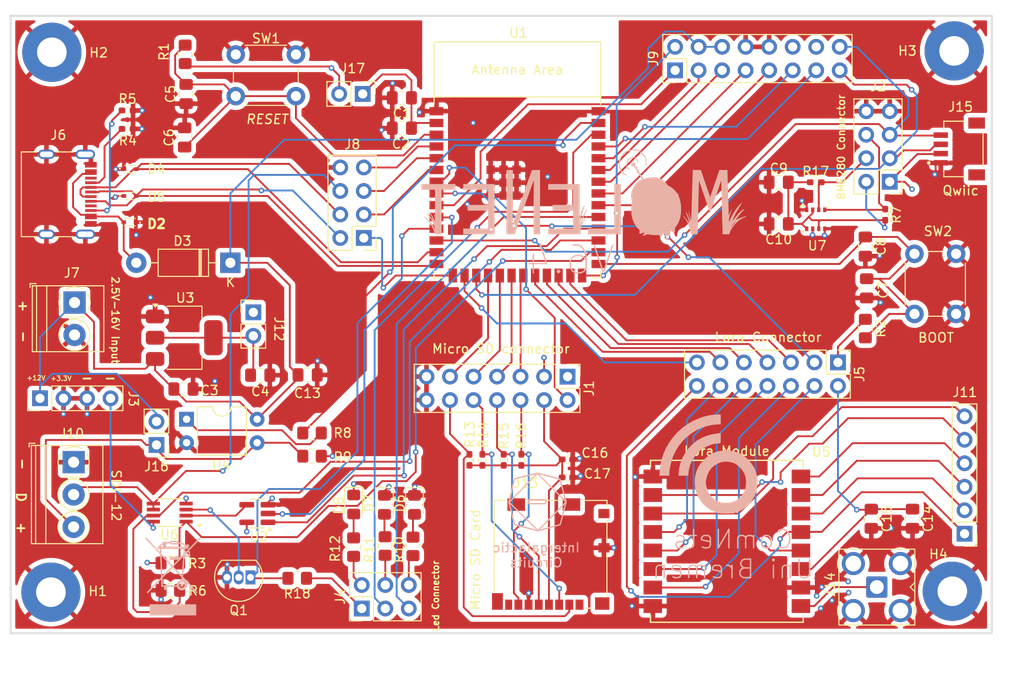
<source format=kicad_pcb>
(kicad_pcb (version 20240108) (generator "pcbnew") (generator_version "8.0")
  (title_block (title "MoleNet V6.4") (date "2025-08-28") (rev "1") (company "Comnets Uni Bremen") (comment 1 "Nutifafa Agbenor-Efunam") (comment 2 "Faruk Kollar"))
  (layers (0 "F.Cu" signal) (1 "In1.Cu" power "GND") (2 "In2.Cu" power "PWR") (31 "B.Cu" signal) (34 "B.Paste" user) (35 "F.Paste" user) (36 "B.SilkS" user "B.Silkscreen") (37 "F.SilkS" user "F.Silkscreen") (38 "B.Mask" user) (39 "F.Mask" user) (44 "Edge.Cuts" user))
  (net 0 "")
  (net 1 "GND")
  (net 2 "SDI_Data")
  (net 3 "Net-(J10-Pin_3)")
  (net 4 "+12V")
  (net 5 "Net-(D8-A)")
  (net 6 "Power_Led")
  (net 7 "Net-(D7-A)")
  (net 8 "GPIO_2_LED")
  (net 9 "Net-(D6-A)")
  (net 10 "GPIO_38_LED")
  (net 11 "GPIO_1")
  (net 12 "Net-(R8-Pad2)")
  (net 13 "SDI_RX")
  (net 14 "+3.3V")
  (net 15 "GPIO_0")
  (net 16 "CHIP_PU")
  (net 17 "SD_MOSI_H")
  (net 18 "SD_VDD")
  (net 19 "SD_CS_H")
  (net 20 "SD_SCK_H")
  (net 21 "Net-(J6-CC2)")
  (net 22 "Net-(J6-CC1)")
  (net 23 "SD_MISO_H")
  (net 24 "RA_VDD")
  (net 25 "RA_RESET_H")
  (net 26 "RA_DIO0_H")
  (net 27 "Net-(J11-Pin_2)")
  (net 28 "Net-(J11-Pin_3)")
  (net 29 "Net-(J11-Pin_4)")
  (net 30 "Net-(J11-Pin_5)")
  (net 31 "Net-(J11-Pin_6)")
  (net 32 "RA_SCK_H")
  (net 33 "RA_MISO_H")
  (net 34 "RA_MOSI_H")
  (net 35 "RA_NCS_H")
  (net 36 "SDI_TX")
  (net 37 "ADC_3")
  (net 38 "ADC_4")
  (net 39 "ADC_5")
  (net 40 "GPIO_45")
  (net 41 "GPIO_16")
  (net 42 "I2C_SCL")
  (net 43 "D-")
  (net 44 "D+")
  (net 45 "ADC_2")
  (net 46 "RA_MISO")
  (net 47 "I2C_SCA")
  (net 48 "SD_CS")
  (net 49 "SD_MOSI")
  (net 50 "SD_SCK")
  (net 51 "SD_MISO")
  (net 52 "RA_NCS")
  (net 53 "RA_RESET")
  (net 54 "RA_DIO0")
  (net 55 "RA_SCK")
  (net 56 "SDI_RX_ENABLE")
  (net 57 "SDI_TX_ENABLE")
  (net 58 "BME_SDI")
  (net 59 "RA_MOSI")
  (net 60 "GPIO_39")
  (net 61 "GPIO_40")
  (net 62 "GPIO_41")
  (net 63 "GPIO_42")
  (net 64 "U1RXD")
  (net 65 "U1TXD")
  (net 66 "GPIO_2")
  (net 67 "Net-(D3-A)")
  (net 72 "GPIO_38")
  (net 73 "Net-(J14-In)")
  (net 74 "Net-(J12-Pin_2)")
  (net 75 "BME_SCK")
  (net 76 "SD_Power")
  (net 77 "SDI_MARKING")
  (net 78 "Net-(Q1-G)")
  (net 80 "BME_VDD")
  (net 81 "Net-(U2-Pad4)")
  (net 82 "Net-(J17-Pin_1)")
  (footprint "Connector_PinHeader_2.54mm:PinHeader_2x07_P2.54mm_Vertical" (layer "F.Cu") (at 152.7 96.5 -90)
    (property "Reference" "J1")
    (property "Value" "Micro SD connector")
  )
  (footprint "Capacitor_SMD:C_0805_2012Metric_Pad1.18x1.45mm_HandSolder" (layer "F.Cu") (at 175.5 80 180)
    (property "Reference" "C10")
    (property "Value" "0.1uF" (hide yes))
  )
  (footprint "Connector_PinHeader_2.54mm:PinHeader_1x02_P2.54mm_Vertical" (layer "F.Cu") (at 118.76 89.56)
    (property "Reference" "J12")
    (property "Value" "Conn_01x02" (hide yes))
  )
  (footprint "Resistor_SMD:R_0402_1005Metric_Pad0.72x0.64mm_HandSolder" (layer "F.Cu") (at 142.1 105.5 -90)
    (property "Reference" "R13")
    (property "Value" "10K" (hide yes))
  )
  (footprint "Resistor_SMD:R_0805_2012Metric_Pad1.20x1.40mm_HandSolder" (layer "F.Cu") (at 109.79 116.65)
    (property "Reference" "R3")
    (property "Value" "10k" (hide yes))
  )
  (footprint "Package_TO_SOT_SMD:SC-74A-5_1.55x2.9mm_P0.95mm" (layer "F.Cu") (at 119.2 111.3 180)
    (property "Reference" "U2")
    (property "Value" "74AHC1G00" (hide yes))
  )
  (footprint "Resistor_SMD:R_0805_2012Metric_Pad1.20x1.40mm_HandSolder" (layer "F.Cu") (at 111.4 61.6725 90)
    (property "Reference" "R1")
    (property "Value" "10k" (hide yes))
  )
  (footprint "MountingHole:MountingHole_3.2mm_M3_Pad" (layer "F.Cu") (at 97 61.45)
    (property "Reference" "H2")
    (property "Value" "MountingHole_Pad" (hide yes))
  )
  (footprint "KiCad:LESD5D50CT1G" (layer "F.Cu") (at 105.42 79.81 180)
    (property "Reference" "D2")
    (property "Value" "LESD5D5.0CT1G" (hide yes))
  )
  (footprint "Resistor_SMD:R_0402_1005Metric_Pad0.72x0.64mm_HandSolder" (layer "F.Cu") (at 147.7 105.5 -90)
    (property "Reference" "R16")
    (property "Value" "10K" (hide yes))
  )
  (footprint "PCM_Espressif:ESP32-S3-WROOM-1" (layer "F.Cu") (at 147.285 76.08)
    (property "Reference" "U1")
    (property "Value" "ESP32-S3-WROOM-1" (hide yes))
  )
  (footprint "Capacitor_SMD:C_0402_1005Metric_Pad0.74x0.62mm_HandSolder" (layer "F.Cu") (at 152.6825 105.45)
    (property "Reference" "C16")
    (property "Value" "22uF" (hide yes))
  )
  (footprint "Connector_PinHeader_2.54mm:PinHeader_2x03_P2.54mm_Vertical" (layer "F.Cu") (at 130.47 121.565 90)
    (property "Reference" "J4")
    (property "Value" "Led Connector")
  )
  (footprint "Resistor_SMD:R_0805_2012Metric_Pad1.20x1.40mm_HandSolder" (layer "F.Cu") (at 184.86 91.31 -90)
    (property "Reference" "R2")
    (property "Value" "10k" (hide yes))
  )
  (footprint "Capacitor_SMD:C_0805_2012Metric_Pad1.18x1.45mm_HandSolder" (layer "F.Cu") (at 185.5 111.8625 -90)
    (property "Reference" "C15")
    (property "Value" "100nF" (hide yes))
  )
  (footprint "KiCad:LESD5D50CT1G" (layer "F.Cu") (at 105.45 74.08)
    (property "Reference" "D4")
    (property "Value" "LESD5D5.0CT1G" (hide yes))
  )
  (footprint "LED_SMD:LED_0805_2012Metric_Pad1.15x1.40mm_HandSolder" (layer "F.Cu") (at 136.16 110.365 -90)
    (property "Reference" "D6")
    (property "Value" "LED" (hide yes))
  )
  (footprint "MountingHole:MountingHole_3.2mm_M3_Pad" (layer "F.Cu") (at 96.9 119.8 180)
    (property "Reference" "H1")
    (property "Value" "MountingHole_Pad" (hide yes))
  )
  (footprint "Capacitor_SMD:C_0805_2012Metric_Pad1.18x1.45mm_HandSolder" (layer "F.Cu") (at 111.34 70.655 90)
    (property "Reference" "C6")
    (property "Value" "1uF" (hide yes))
  )
  (footprint "Capacitor_SMD:C_0805_2012Metric_Pad1.18x1.45mm_HandSolder" (layer "F.Cu") (at 189.95 111.8625 -90)
    (property "Reference" "C14")
    (property "Value" "22uF" (hide yes))
  )
  (footprint "Resistor_SMD:R_0402_1005Metric_Pad0.72x0.64mm_HandSolder" (layer "F.Cu") (at 179.5 75.5)
    (property "Reference" "R17")
    (property "Value" "4.7K" (hide yes))
  )
  (footprint "Connector_Coaxial:SMA_Amphenol_901-143_Horizontal" (layer "F.Cu") (at 186.1 119.25 180)
    (property "Reference" "J14")
    (property "Value" "Conn_Coaxial" (hide yes))
  )
  (footprint "Package_TO_SOT_THT:TO-92_Inline" (layer "F.Cu") (at 118.45 118.2 180)
    (property "Reference" "Q1")
    (property "Value" "BS170" (hide yes))
  )
  (footprint "Connector_PinHeader_2.54mm:PinHeader_2x07_P2.54mm_Vertical" (layer "F.Cu") (at 181.9 94.97 -90)
    (property "Reference" "J5")
    (property "Value" "Lora Connector")
  )
  (footprint "Resistor_SMD:R_0402_1005Metric_Pad0.72x0.64mm_HandSolder" (layer "F.Cu") (at 187 79 -90)
    (property "Reference" "R7")
    (property "Value" "4.7K" (hide yes))
  )
  (footprint "Connector_PinHeader_2.54mm:PinHeader_1x04_P2.54mm_Vertical" (layer "F.Cu") (at 95.72 98.85 90)
    (property "Reference" "J3")
    (property "Value" "Power Out" (hide yes))
  )
  (footprint "TerminalBlock_Phoenix:TerminalBlock_Phoenix_PT-1,5-3-3.5-H_1x03_P3.50mm_Horizontal" (layer "F.Cu") (at 99.35 105.75 -90)
    (property "Reference" "J10")
    (property "Value" "SDI-12")
  )
  (footprint "Capacitor_SMD:C_0805_2012Metric_Pad1.18x1.45mm_HandSolder" (layer "F.Cu") (at 119.5 96.35)
    (property "Reference" "C4")
    (property "Value" "2.2uF" (hide yes))
  )
  (footprint "Capacitor_SMD:C_0805_2012Metric_Pad1.18x1.45mm_HandSolder" (layer "F.Cu") (at 185 86.9625 90)
    (property "Reference" "C7")
    (property "Value" "0.1uF" (hide yes))
  )
  (footprint "Package_DIP:DIP-4_W7.62mm" (layer "F.Cu") (at 111.55 101.11)
    (property "Reference" "U4")
    (property "Value" "PC817" (hide yes))
  )
  (footprint "Diode_THT:D_DO-41_SOD81_P10.16mm_Horizontal" (layer "F.Cu") (at 116.28 84.2 180)
    (property "Reference" "D3")
    (property "Value" "1N5819" (hide yes))
  )
  (footprint "Package_TO_SOT_SMD:SOT-223-3_TabPin2" (layer "F.Cu") (at 111.3 92.3)
    (property "Reference" "U3")
    (property "Value" "TLV76133DCY" (hide yes))
  )
  (footprint "Connector_USB:USB_C_Receptacle_G-Switch_GT-USB-7010ASV" (layer "F.Cu") (at 97.49 76.8 -90)
    (property "Reference" "J6")
    (property "Value" "USB_C_Receptacle_USB2.0" (hide yes))
  )
  (footprint "Resistor_SMD:R_0805_2012Metric_Pad1.20x1.40mm_HandSolder" (layer "F.Cu") (at 125.1 102.6)
    (property "Reference" "R8")
    (property "Value" "220")
  )
  (footprint "Button_Switch_THT:SW_PUSH_6mm_H4.3mm" (layer "F.Cu") (at 116.86 61.69)
    (property "Reference" "SW1")
    (property "Value" "RESET")
  )
  (footprint "Capacitor_SMD:C_0402_1005Metric_Pad0.74x0.62mm_HandSolder" (layer "F.Cu") (at 152.6825 107.4)
    (property "Reference" "C17")
    (property "Value" "100nF" (hide yes))
  )
  (footprint "Button_Switch_THT:SW_PUSH_6mm_H4.3mm" (layer "F.Cu") (at 194.66 83.23 -90)
    (property "Reference" "SW2")
    (property "Value" "BOOT")
  )
  (footprint "Connector_PinHeader_2.54mm:PinHeader_2x04_P2.54mm_Vertical" (layer "F.Cu") (at 130.69 81.52 180)
    (property "Reference" "J8")
    (property "Value" "~" (hide yes))
  )
  (footprint "Resistor_SMD:R_0402_1005Metric_Pad0.72x0.64mm_HandSolder" (layer "F.Cu") (at 105.17 67.74 180)
    (property "Reference" "R5")
    (property "Value" "5.1k" (hide yes))
  )
  (footprint "Connector_PinHeader_2.54mm:PinHeader_1x02_P2.54mm_Vertical" (layer "F.Cu") (at 108.3 103.89 180)
    (property "Reference" "J16")
    (property "Value" "Conn_01x02" (hide yes))
  )
  (footprint "LED_SMD:LED_0805_2012Metric_Pad1.15x1.40mm_HandSolder" (layer "F.Cu") (at 129.6 110.325 -90)
    (property "Reference" "D8")
    (property "Value" "LED" (hide yes))
  )
  (footprint "Capacitor_SMD:C_0805_2012Metric_Pad1.18x1.45mm_HandSolder" (layer "F.Cu") (at 134.8 69.65 180)
    (property "Reference" "C2")
    (property "Value" "100nF" (hide yes))
  )
  (footprint "Capacitor_SMD:C_0805_2012Metric_Pad1.18x1.45mm_HandSolder" (layer "F.Cu") (at 175.5 75.5 180)
    (property "Reference" "C9")
    (property "Value" "0.1uF" (hide yes))
  )
  (footprint "LED_SMD:LED_0805_2012Metric_Pad1.15x1.40mm_HandSolder" (layer "F.Cu") (at 132.92 110.365 -90)
    (property "Reference" "D7")
    (property "Value" "LED" (hide yes))
  )
  (footprint "KiCad:LESD5D50CT1G" (layer "F.Cu") (at 105.45 76.98)
    (property "Reference" "D5")
    (property "Value" "LESD5D5.0CT1G" (hide yes))
  )
  (footprint "TerminalBlock_Phoenix:TerminalBlock_Phoenix_PT-1,5-2-3.5-H_1x02_P3.50mm_Horizontal" (layer "F.Cu") (at 99.45 88.5 -90)
    (property "Reference" "J7")
    (property "Value" "2.5V-16V Input")
  )
  (footprint "Resistor_SMD:R_0805_2012Metric_Pad1.20x1.40mm_HandSolder" (layer "F.Cu") (at 109.8 119.6)
    (property "Reference" "R6")
    (property "Value" "10k" (hide yes))
  )
  (footprint "Resistor_SMD:R_0805_2012Metric_Pad1.20x1.40mm_HandSolder" (layer "F.Cu") (at 125.1 105.1 180)
    (property "Reference" "R9")
    (property "Value" "1k" (hide yes))
  )
  (footprint "Capacitor_SMD:C_0805_2012Metric_Pad1.18x1.45mm_HandSolder" (layer "F.Cu") (at 184.86 82.4475 -90)
    (property "Reference" "C8")
    (property "Value" "1uF" (hide yes))
  )
  (footprint "Resistor_SMD:R_0805_2012Metric_Pad1.20x1.40mm_HandSolder" (layer "F.Cu") (at 129.59 114.93 -90)
    (property "Reference" "R12")
    (property "Value" "220" (hide yes))
  )
  (footprint "Connector_PinHeader_2.54mm:PinHeader_1x06_P2.54mm_Vertical" (layer "F.Cu") (at 195.57 113.49 180)
    (property "Reference" "J11")
    (property "Value" "RA_01_DIO" (hide yes))
  )
  (footprint "Package_LGA:Bosch_LGA-8_2.5x2.5mm_P0.65mm_ClockwisePinNumbering" (layer "F.Cu") (at 179.5 79.5)
    (property "Reference" "U7")
    (property "Value" "BME280" (hide yes))
  )
  (footprint "Connector_Card:microSD_HC_Molex_104031-0811" (layer "F.Cu") (at 150.88 115.705 180)
    (property "Reference" "J13")
    (property "Value" "Micro SD Card")
  )
  (footprint "Connector_PinHeader_2.54mm:PinHeader_1x02_P2.54mm_Vertical" (layer "F.Cu") (at 130.575 65.95 -90)
    (property "Reference" "J17")
    (property "Value" "Conn_01x02" (hide yes))
  )
  (footprint "Capacitor_SMD:C_0805_2012Metric_Pad1.18x1.45mm_HandSolder" (layer "F.Cu") (at 111.2125 97.85)
    (property "Reference" "C3")
    (property "Value" "1uF" (hide yes))
  )
  (footprint "Connector_PinHeader_2.54mm:PinHeader_2x04_P2.54mm_Vertical" (layer "F.Cu") (at 187.49 75.44 180)
    (property "Reference" "J2")
    (property "Value" "BME280 Connector")
  )
  (footprint "Resistor_SMD:R_0805_2012Metric_Pad1.20x1.40mm_HandSolder" (layer "F.Cu") (at 123.5 118.3 180)
    (property "Reference" "R18")
    (property "Value" "100k" (hide yes))
  )
  (footprint "Resistor_SMD:R_0402_1005Metric_Pad0.72x0.64mm_HandSolder" (layer "F.Cu") (at 143.5 105.5 -90)
    (property "Reference" "R14")
    (property "Value" "10K" (hide yes))
  )
  (footprint "PRT-14417:SPARKFUN_PRT-14417" (layer "F.Cu") (at 195.45 71.9 90)
    (property "Reference" "J15")
    (property "Value" "Qwiic")
  )
  (footprint "Resistor_SMD:R_0805_2012Metric_Pad1.20x1.40mm_HandSolder" (layer "F.Cu") (at 136 114.85 -90)
    (property "Reference" "R10")
    (property "Value" "220" (hide yes))
  )
  (footprint "Capacitor_SMD:C_0805_2012Metric_Pad1.18x1.45mm_HandSolder" (layer "F.Cu") (at 124.6225 96.32)
    (property "Reference" "C13")
    (property "Value" "10uF" (hide yes))
  )
  (footprint "Resistor_SMD:R_0402_1005Metric_Pad0.72x0.64mm_HandSolder" (layer "F.Cu") (at 145.8 105.5 -90)
    (property "Reference" "R15")
    (property "Value" "10K" (hide yes))
  )
  (footprint "Resistor_SMD:R_0402_1005Metric_Pad0.72x0.64mm_HandSolder" (layer "F.Cu") (at 105.17 69.73 180)
    (property "Reference" "R4")
    (property "Value" "5.1k" (hide yes))
  )
  (footprint "RF_Module:Ai-Thinker-Ra-01-LoRa" (layer "F.Cu") (at 169.9 114.3 180)
    (property "Reference" "U5")
    (property "Value" "Lora Module")
  )
  (footprint "MountingHole:MountingHole_3.2mm_M3_Pad" (layer "F.Cu") (at 194.25 119.7)
    (property "Reference" "H4")
    (property "Value" "MountingHole_Pad" (hide yes))
  )
  (footprint "MountingHole:MountingHole_3.2mm_M3_Pad" (layer "F.Cu") (at 194.45 61.3)
    (property "Reference" "H3")
    (property "Value" "MountingHole_Pad" (hide yes))
  )
  (footprint "Capacitor_SMD:C_0805_2012Metric_Pad1.18x1.45mm_HandSolder" (layer "F.Cu") (at 134.8 66.37 180)
    (property "Reference" "C1")
    (property "Value" "22uF" (hide yes))
  )
  (footprint "SN74LVC2G241DCTR:SOP65P400X130-8N" (layer "F.Cu") (at 109.7325 111.2 180)
    (property "Reference" "U6")
    (property "Value" "74LVC2G241" (hide yes))
  )
  (footprint "Capacitor_SMD:C_0805_2012Metric_Pad1.18x1.45mm_HandSolder" (layer "F.Cu") (at 111.5 65.9625 90)
    (property "Reference" "C5")
    (property "Value" "0.1uF" (hide yes))
  )
  (footprint "Resistor_SMD:R_0805_2012Metric_Pad1.20x1.40mm_HandSolder" (layer "F.Cu") (at 132.99 114.81 -90)
    (property "Reference" "R11")
    (property "Value" "220" (hide yes))
  )
  (footprint "Connector_PinHeader_2.54mm:PinHeader_2x08_P2.54mm_Vertical" (layer "F.Cu") (at 164.31 63.4 90)
    (property "Reference" "J9")
    (property "Value" "Unused Pin" (hide yes))
  )
  (footprint "LOGO" (layer "B.Cu") (at 167.9 105.95 180)
    (property "Reference" "G2" (hide yes))
    (property "Value" "LOGO" (hide yes))
  )
  (footprint "LOGO" (layer "B.Cu") (at 154.350843 76.850927 180)
    (property "Reference" "G1" (hide yes))
    (property "Value" "LOGO" (hide yes))
  )
  (gr_poly (pts (xy 112.53747 121.10893) (xy 112.545414 121.109368) (xy 112.552606 121.110149) (xy 112.555929 121.11068) (xy 112.559075 121.111312) (xy 112.562048 121.112051) (xy 112.564851 121.1129) (xy 112.567488 121.113866) (xy 112.569964 121.114953) (xy 112.572281 121.116166) (xy 112.574443 121.117511) (xy 112.576455 121.118993) (xy 112.578319 121.120616) (xy 112.58004 121.122387) (xy 112.581622 121.124309) (xy 112.583067 121.126388) (xy 112.58438 121.12863) (xy 112.585565 121.131039) (xy 112.586625 121.13362) (xy 112.587564 121.136379) (xy 112.588386 121.139321) (xy 112.589094 121.14245) (xy 112.589692 121.145773) (xy 112.590184 121.149293) (xy 112.590574 121.153017) (xy 112.591062 121.161093) (xy 112.591184 121.170044) (xy 112.589746 121.740948) (xy 112.589994 122.311853) (xy 107.549549 122.311853) (xy 107.549797 121.740948) (xy 107.548359 121.170044) (xy 107.548482 121.161093) (xy 107.548969 121.153017) (xy 107.549359 121.149293) (xy 107.549851 121.145773) (xy 107.550449 121.14245) (xy 107.551158 121.139321) (xy 107.551979 121.136379) (xy 107.552918 121.13362) (xy 107.553978 121.131039) (xy 107.555163 121.12863) (xy 107.556476 121.126388) (xy 107.557922 121.124309) (xy 107.559503 121.122387) (xy 107.561224 121.120616) (xy 107.563089 121.118993) (xy 107.5651 121.117511) (xy 107.567263 121.116166) (xy 107.56958 121.114953) (xy 107.572055 121.113866) (xy 107.574693 121.1129) (xy 107.577496 121.112051) (xy 107.580469 121.111312) (xy 107.583614 121.11068) (xy 107.586937 121.110149) (xy 107.594129 121.109368) (xy 107.602074 121.10893) (xy 107.610801 121.108792) (xy 112.528743 121.108792)) (stroke (width -0.000001)) (fill solid) (layer "B.SilkS"))
  (gr_poly (pts (xy 151.874024 107.579073) (xy 152.537716 110.058763) (xy 151.90223 112.500984) (xy 149.503099 113.168024) (xy 146.980318 112.500984) (xy 146.362284 110.089462) (xy 146.966215 107.550867) (xy 149.435934 106.931977)) (stroke (width 0.142058)) (fill none) (layer "B.SilkS"))
  (gr_poly (pts (xy 150.350911 109.821433) (xy 150.350911 110.230417) (xy 148.503431 110.24452) (xy 148.503431 109.80733)) (stroke (width 0.142058)) (fill none) (layer "B.SilkS"))
  (gr_poly (pts (xy 151.239834 108.746308) (xy 152.159608 109.668065) (xy 152.53686 110.061183) (xy 149.504737 113.135615) (xy 146.387996 110.089388) (xy 149.434223 106.958545)) (stroke (width 0.142058)) (fill none) (layer "B.SilkS"))
  (gr_poly (pts (xy 113.066111 114.029998) (xy 113.04342 114.049745) (xy 113.021109 114.069867) (xy 112.977484 114.111091) (xy 112.934938 114.153379) (xy 112.893173 114.196438) (xy 112.810797 114.283695) (xy 112.76959 114.327307) (xy 112.727974 114.370517) (xy 112.2633 114.849066) (xy 111.799816 115.328706) (xy 111.797069 115.331604) (xy 111.794386 115.334529) (xy 111.791767 115.337456) (xy 111.789216 115.340364) (xy 111.779708 115.351328) (xy 111.780109 115.352643) (xy 111.780544 115.353864) (xy 111.781011 115.354993) (xy 111.781509 115.356035) (xy 111.782036 115.356992) (xy 111.78259 115.357869) (xy 111.78317 115.358668) (xy 111.783776 115.359393) (xy 111.784404 115.360049) (xy 111.785054 115.360638) (xy 111.785725 115.361163) (xy 111.786414 115.361629) (xy 111.787121 115.36204) (xy 111.787844 115.362397) (xy 111.788581 115.362706) (xy 111.789332 115.362969) (xy 111.790094 115.363191) (xy 111.790866 115.363374) (xy 111.791647 115.363522) (xy 111.792435 115.36364) (xy 111.794028 115.363794) (xy 111.795632 115.363866) (xy 111.801932 115.363895) (xy 111.843678 115.365359) (xy 111.860567 115.366427) (xy 111.875048 115.367967) (xy 111.881444 115.368973) (xy 111.887306 115.370167) (xy 111.89266 115.371571) (xy 111.897527 115.373211) (xy 111.90193 115.375108) (xy 111.905894 115.377287) (xy 111.909441 115.37977) (xy 111.912594 115.382581) (xy 111.915377 115.385744) (xy 111.917813 115.38928) (xy 111.919924 115.393215) (xy 111.921734 115.39757) (xy 111.923266 115.40237) (xy 111.924544 115.407638) (xy 111.92559 115.413396) (xy 111.926427 115.419669) (xy 111.92757 115.43385) (xy 111.928156 115.450368) (xy 111.928403 115.49116) (xy 111.927891 115.705737) (xy 111.928124 115.813038) (xy 111.929461 115.920314) (xy 111.929443 115.928279) (xy 111.929288 115.931972) (xy 111.929032 115.935477) (xy 111.928673 115.9388) (xy 111.92821 115.941943) (xy 111.927642 115.944912) (xy 111.926965 115.947711) (xy 111.926177 115.950343) (xy 111.925278 115.952813) (xy 111.924265 115.955125) (xy 111.923136 115.957284) (xy 111.92189 115.959293) (xy 111.920523 115.961157) (xy 111.919035 115.96288) (xy 111.917423 115.964466) (xy 111.915686 115.96592) (xy 111.913821 115.967245) (xy 111.911826 115.968447) (xy 111.9097 115.969528) (xy 111.907441 115.970494) (xy 111.905047 115.971348) (xy 111.902515 115.972095) (xy 111.899845 115.972739) (xy 111.897033 115.973284) (xy 111.894078 115.973734) (xy 111.887732 115.974368) (xy 111.88079 115.974674) (xy 111.873237 115.974686) (xy 111.39712 115.972834) (xy 111.388882 115.972824) (xy 111.381269 115.973074) (xy 111.374262 115.973636) (xy 111.367842 115.974558) (xy 111.364846 115.97517) (xy 111.36199 115.975891) (xy 111.35927 115.976727) (xy 111.356685 115.977685) (xy 111.354232 115.97877) (xy 111.351909 115.979989) (xy 111.349714 115.981349) (xy 111.347643 115.982855) (xy 111.345694 115.984514) (xy 111.343866 115.986331) (xy 111.342155 115.988314) (xy 111.34056 115.990468) (xy 111.339077 115.9928) (xy 111.337705 115.995316) (xy 111.336441 115.998022) (xy 111.335282 116.000925) (xy 111.334226 116.00403) (xy 111.333271 116.007345) (xy 111.332414 116.010874) (xy 111.331653 116.014625) (xy 111.330409 116.022816) (xy 111.329519 116.031968) (xy 111.175399 118.071244) (xy 111.174908 118.080151) (xy 111.174826 118.088732) (xy 111.175154 118.09701) (xy 111.175895 118.105009) (xy 111.177052 118.112754) (xy 111.178627 118.120267) (xy 111.180622 118.127572) (xy 111.183039 118.134695) (xy 111.185881 118.141657) (xy 111.18915 118.148484) (xy 111.192849 118.155198) (xy 111.196979 118.161825) (xy 111.201544 118.168387) (xy 111.206545 118.174909) (xy 111.211984 118.181414) (xy 111.217865 118.187926) (xy 112.707601 119.778204) (xy 112.713038 119.784234) (xy 112.715446 119.787111) (xy 112.717649 119.789902) (xy 112.719651 119.792614) (xy 112.721452 119.795251) (xy 112.723054 119.79782) (xy 112.72446 119.800326) (xy 112.725672 119.802774) (xy 112.726691 119.805169) (xy 112.727519 119.807518) (xy 112.728158 119.809825) (xy 112.728611 119.812097) (xy 112.728879 119.814338) (xy 112.728964 119.816555) (xy 112.728867 119.818752) (xy 112.728592 119.820934) (xy 112.72814 119.823109) (xy 112.727512 119.82528) (xy 112.726711 119.827454) (xy 112.725739 119.829636) (xy 112.724598 119.831831) (xy 112.723289 119.834046) (xy 112.721814 119.836284) (xy 112.720177 119.838552) (xy 112.718377 119.840856) (xy 112.714301 119.845591) (xy 112.709601 119.850533) (xy 112.704294 119.855726) (xy 112.678547 119.880074) (xy 112.667869 119.889691) (xy 112.662982 119.893855) (xy 112.658358 119.897587) (xy 112.65397 119.900885) (xy 112.64979 119.903748) (xy 112.64579 119.906175) (xy 112.641942 119.908163) (xy 112.638219 119.909712) (xy 112.634592 119.910819) (xy 112.631033 119.911483) (xy 112.627515 119.911703) (xy 112.62401 119.911476) (xy 112.62049 119.910802) (xy 112.616927 119.909679) (xy 112.613293 119.908105) (xy 112.609561 119.906078) (xy 112.605701 119.903598) (xy 112.601688 119.900662) (xy 112.597491 119.897268) (xy 112.593085 119.893417) (xy 112.58844 119.889104) (xy 112.578325 119.879093) (xy 112.566923 119.867222) (xy 112.554011 119.853478) (xy 111.629557 118.86473) (xy 111.62741 118.86235) (xy 111.625315 118.859888) (xy 111.621169 118.854814) (xy 111.616892 118.849701) (xy 111.614635 118.847188) (xy 111.61226 118.844738) (xy 111.609739 118.842372) (xy 111.607044 118.840115) (xy 111.605622 118.839035) (xy 111.604147 118.837992) (xy 111.602614 118.836987) (xy 111.601019 118.836025) (xy 111.59936 118.835108) (xy 111.597632 118.834239) (xy 111.595833 118.833421) (xy 111.593958 118.832657) (xy 111.592005 118.83195) (xy 111.589969 118.831303) (xy 111.587847 118.83072) (xy 111.585636 118.830202) (xy 111.595226 118.860373) (xy 111.603436 118.890455) (xy 111.610237 118.92044) (xy 111.615598 118.950321) (xy 111.619488 118.98009) (xy 111.621878 119.009738) (xy 111.622736 119.039258) (xy 111.622033 119.068641) (xy 111.619737 119.097881) (xy 111.615819 119.126968) (xy 111.610248 119.155896) (xy 111.602993 119.184655) (xy 111.594024 119.213239) (xy 111.583312 119.241638) (xy 111.570824 119.269846) (xy 111.556532 119.297853) (xy 111.545599 119.317281) (xy 111.534282 119.336096) (xy 111.522581 119.354298) (xy 111.510499 119.371884) (xy 111.498036 119.388851) (xy 111.485192 119.405198) (xy 111.47197 119.420923) (xy 111.458369 119.436022) (xy 111.444392 119.450494) (xy 111.430038 119.464336) (xy 111.41531 119.477547) (xy 111.400208 119.490123) (xy 111.384734 119.502063) (xy 111.368888 119.513365) (xy 111.352671 119.524026) (xy 111.336084 119.534044) (xy 111.319129 119.543416) (xy 111.301806 119.552141) (xy 111.284117 119.560216) (xy 111.266062 119.567639) (xy 111.247643 119.574408) (xy 111.228861 119.58052) (xy 111.209716 119.585973) (xy 111.19021 119.590766) (xy 111.170343 119.594895) (xy 111.150118 119.598358) (xy 111.129534 119.601153) (xy 111.108593 119.603279) (xy 111.087296 119.604732) (xy 111.065645 119.60551) (xy 111.043639 119.605612) (xy 111.02128 119.605034) (xy 110.978981 119.602021) (xy 110.938208 119.59652) (xy 110.898961 119.588562) (xy 110.861238 119.578173) (xy 110.82504 119.565382) (xy 110.790366 119.550217) (xy 110.757216 119.532706) (xy 110.725591 119.512877) (xy 110.69549 119.490758) (xy 110.666912 119.466378) (xy 110.639858 119.439764) (xy 110.614328 119.410944) (xy 110.59032 119.379947) (xy 110.567836 119.346801) (xy 110.546874 119.311534) (xy 110.527435 119.274173) (xy 110.523847 119.267063) (xy 110.520249 119.260507) (xy 110.516599 119.254494) (xy 110.512856 119.249009) (xy 110.508979 119.24404) (xy 110.506978 119.241746) (xy 110.504927 119.239575) (xy 110.502822 119.237527) (xy 110.500658 119.235601) (xy 110.49843 119.233794) (xy 110.496132 119.232104) (xy 110.493759 119.230531) (xy 110.491306 119.229073) (xy 110.488768 119.227728) (xy 110.486139 119.226494) (xy 110.483415 119.22537) (xy 110.480591 119.224354) (xy 110.477661 119.223445) (xy 110.47462 119.222641) (xy 110.471463 119.221941) (xy 110.468184 119.221342) (xy 110.464779 119.220844) (xy 110.461243 119.220445) (xy 110.453755 119.219935) (xy 110.445679 119.219801) (xy 109.979483 119.221405) (xy 109.513287 119.219934) (xy 109.505241 119.220001) (xy 109.497815 119.220333) (xy 109.490998 119.220972) (xy 109.484782 119.221962) (xy 109.481897 119.222602) (xy 109.479157 119.223346) (xy 109.476563 119.2242) (xy 109.474113 119.225168) (xy 109.471805 119.226258) (xy 109.46964 119.227473) (xy 109.467614 119.228819) (xy 109.465728 119.230302) (xy 109.46398 119.231928) (xy 109.462369 119.233701) (xy 109.460893 119.235627) (xy 109.459551 119.237712) (xy 109.458343 119.239961) (xy 109.457267 119.242379) (xy 109.456321 119.244973) (xy 109.455505 119.247746) (xy 109.454817 119.250706) (xy 109.454256 119.253857) (xy 109.453821 119.257204) (xy 109.453511 119.260754) (xy 109.453324 119.264511) (xy 109.453259 119.268482) (xy 109.453491 119.277084) (xy 109.454661 119.306724) (xy 109.455211 119.336402) (xy 109.455145 119.395832) (xy 109.454682 119.455287) (xy 109.454736 119.484996) (xy 109.455211 119.514679) (xy 109.455293 119.520952) (xy 109.455165 119.526818) (xy 109.454788 119.532278) (xy 109.454122 119.537328) (xy 109.453669 119.539699) (xy 109.453128 119.541967) (xy 109.452496 119.544131) (xy 109.451767 119.546192) (xy 109.450937 119.548148) (xy 109.45 119.55) (xy 109.448951 119.551748) (xy 109.447787 119.553391) (xy 109.4465 119.554929) (xy 109.445088 119.556362) (xy 109.443544 119.557689) (xy 109.441865 119.558911) (xy 109.440044 119.560026) (xy 109.438077 119.561035) (xy 109.43596 119.561937) (xy 109.433687 119.562732) (xy 109.431253 119.563421) (xy 109.428654 119.564001) (xy 109.425884 119.564474) (xy 109.422939 119.564839) (xy 109.419814 119.565096) (xy 109.416503 119.565245) (xy 109.413002 119.565284) (xy 109.409306 119.565215) (xy 109.344872 119.563704) (xy 109.280388 119.563346) (xy 109.215904 119.563857) (xy 109.15147 119.564951) (xy 109.145746 119.564935) (xy 109.140521 119.564631) (xy 109.13809 119.564367) (xy 109.135777 119.564026) (xy 109.13358 119.563607) (xy 109.131498 119.563109) (xy 109.129527 119.562529) (xy 109.127666 119.561867) (xy 109.125914 119.56112) (xy 109.124267 119.560288) (xy 109.122723 119.559368) (xy 109.121281 119.55836) (xy 109.119939 119.557261) (xy 109.118694 119.55607) (xy 109.117545 119.554786) (xy 109.116489 119.553407) (xy 109.115523 119.551932) (xy 109.114648 119.550358) (xy 109.113859 119.548685) (xy 109.113155 119.546912) (xy 109.112533 119.545035) (xy 109.111993 119.543054) (xy 109.111531 119.540968) (xy 109.111146 119.538775) (xy 109.110835 119.536473) (xy 109.110597 119.53406) (xy 109.11033 119.528899) (xy 109.110327 119.523279) (xy 109.111518 119.265839) (xy 109.111546 119.259766) (xy 109.111317 119.254144) (xy 109.110807 119.248969) (xy 109.110438 119.246548) (xy 109.10999 119.244237) (xy 109.109459 119.242035) (xy 109.108842 119.239942) (xy 109.108136 119.237957) (xy 109.107339 119.236081) (xy 109.106446 119.234311) (xy 109.105455 119.232649) (xy 109.104363 119.231092) (xy 109.103166 119.229641) (xy 109.101863 119.228295) (xy 109.100449 119.227054) (xy 109.098921 119.225916) (xy 109.097277 119.224882) (xy 109.095513 119.223951) (xy 109.093626 119.223121) (xy 109.091614 119.222394) (xy 109.089472 119.221768) (xy 109.087199 119.221242) (xy 109.084791 119.220816) (xy 109.082244 119.22049) (xy 109.079556 119.220263) (xy 109.076724 119.220133) (xy 109.073745 119.220102) (xy 109.067332 119.220331) (xy 109.05085 119.221157) (xy 109.034348 119.221606) (xy 109.01783 119.221761) (xy 109.001302 119.221703) (xy 108.935173 119.220992) (xy 108.918586 119.220839) (xy 108.903826 119.220352) (xy 108.890783 119.219419) (xy 108.879343 119.217927) (xy 108.874191 119.216936) (xy 108.869398 119.215763) (xy 108.864951 119.214393) (xy 108.860835 119.212814) (xy 108.857038 119.211009) (xy 108.853544 119.208967) (xy 108.850341 119.206671) (xy 108.847414 119.204109) (xy 108.844749 119.201265) (xy 108.842333 119.198126) (xy 108.840151 119.194679) (xy 108.83819 119.190908) (xy 108.836436 119.186799) (xy 108.834875 119.182339) (xy 108.833493 119.177513) (xy 108.832277 119.172307) (xy 108.830283 119.160699) (xy 108.828785 119.147403) (xy 108.827669 119.132304) (xy 108.826826 119.115291) (xy 108.804336 118.548554) (xy 108.803752 118.536301) (xy 108.803015 118.524026) (xy 108.801211 118.499275) (xy 108.797193 118.448012) (xy 108.679221 118.560328) (xy 108.621612 118.615891) (xy 108.593315 118.643914) (xy 108.565417 118.672247) (xy 107.977348 119.279482) (xy 107.391064 119.888404) (xy 107.387486 119.892046) (xy 107.384013 119.895408) (xy 107.380641 119.898496) (xy 107.377364 119.901312) (xy 107.374174 119.903861) (xy 107.371067 119.906146) (xy 107.368036 119.908171) (xy 107.365075 119.90994) (xy 107.362179 119.911458) (xy 107.35934 119.912726) (xy 107.356554 119.913751) (xy 107.353813 119.914535) (xy 107.351113 119.915082) (xy 107.348446 119.915396) (xy 107.345808 119.915482) (xy 107.343191 119.915342) (xy 107.340591 119.914981) (xy 107.338 119.914402) (xy 107.335413 119.91361) (xy 107.332824 119.912608) (xy 107.330226 119.9114) (xy 107.327615 119.90999) (xy 107.324983 119.908382) (xy 107.322324 119.90658) (xy 107.319634 119.904587) (xy 107.316905 119.902407) (xy 107.311307 119.897503) (xy 107.305484 119.891899) (xy 107.299386 119.885626) (xy 107.27744 119.862291) (xy 107.268772 119.852634) (xy 107.265019 119.848214) (xy 107.261654 119.844032) (xy 107.258679 119.84006) (xy 107.256094 119.836272) (xy 107.253901 119.832641) (xy 107.252101 119.82914) (xy 107.250695 119.825743) (xy 107.249683 119.822423) (xy 107.249069 119.819154) (xy 107.248851 119.815908) (xy 107.249032 119.812658) (xy 107.249612 119.809379) (xy 107.250593 119.806044) (xy 107.251976 119.802625) (xy 107.253761 119.799097) (xy 107.255951 119.795432) (xy 107.258546 119.791603) (xy 107.261547 119.787585) (xy 107.264955 119.78335) (xy 107.268772 119.778872) (xy 107.277635 119.769078) (xy 107.288146 119.757991) (xy 107.300312 119.745397) (xy 108.68187 118.320494) (xy 108.95019 118.320494) (xy 108.950386 118.327096) (xy 108.965368 118.666309) (xy 108.971743 118.835958) (xy 108.976976 119.00562) (xy 108.977334 119.013951) (xy 108.977982 119.021501) (xy 108.978953 119.028305) (xy 108.979571 119.031437) (xy 108.980281 119.034394) (xy 108.98109 119.03718) (xy 108.982 119.0398) (xy 108.983015 119.042258) (xy 108.984141 119.044557) (xy 108.98538 119.046703) (xy 108.986738 119.048698) (xy 108.988218 119.050546) (xy 108.989825 119.052253) (xy 108.991562 119.053822) (xy 108.993434 119.055257) (xy 108.995445 119.056562) (xy 108.997599 119.057741) (xy 108.9999 119.058799) (xy 109.002352 119.059739) (xy 109.00496 119.060565) (xy 109.007728 119.061282) (xy 109.010659 119.061894) (xy 109.013758 119.062404) (xy 109.020477 119.063136) (xy 109.027916 119.063512) (xy 109.036111 119.063564) (xy 109.379689 119.062257) (xy 109.723366 119.062638) (xy 110.06706 119.062323) (xy 110.410753 119.063696) (xy 110.419048 119.063658) (xy 110.426637 119.063363) (xy 110.433551 119.06276) (xy 110.43982 119.0618) (xy 110.442722 119.061171) (xy 110.445474 119.060433) (xy 110.448079 119.059582) (xy 110.450542 119.05861) (xy 110.452865 119.057511) (xy 110.455054 119.05628) (xy 110.457111 119.054909) (xy 110.45904 119.053393) (xy 110.460845 119.051726) (xy 110.46253 119.049901) (xy 110.464098 119.047912) (xy 110.465554 119.045752) (xy 110.4669 119.043417) (xy 110.468141 119.040898) (xy 110.46928 119.038191) (xy 110.470322 119.035288) (xy 110.471269 119.032184) (xy 110.472126 119.028873) (xy 110.472379 119.027713) (xy 110.753256 119.027713) (xy 110.753555 119.042704) (xy 110.75459 119.05748) (xy 110.756343 119.072024) (xy 110.758797 119.086317) (xy 110.761935 119.100344) (xy 110.76574 119.114087) (xy 110.770194 119.127529) (xy 110.775281 119.140653) (xy 110.780983 119.153441) (xy 110.787283 119.165877) (xy 110.794164 119.177944) (xy 110.801609 119.189624) (xy 110.809601 119.2009) (xy 110.818122 119.211756) (xy 110.827155 119.222174) (xy 110.836683 119.232136) (xy 110.846689 119.241627) (xy 110.857156 119.250629) (xy 110.868066 119.259124) (xy 110.879402 119.267096) (xy 110.891148 119.274528) (xy 110.903286 119.281402) (xy 110.915799 119.287701) (xy 110.928669 119.293408) (xy 110.94188 119.298507) (xy 110.955414 119.302979) (xy 110.969254 119.306809) (xy 110.983383 119.309978) (xy 110.997784 119.31247) (xy 111.01244 119.314268) (xy 111.027333 119.315354) (xy 111.042446 119.315712) (xy 111.057535 119.315329) (xy 111.072404 119.314217) (xy 111.087037 119.312393) (xy 111.101415 119.309874) (xy 111.115523 119.306677) (xy 111.129342 119.302821) (xy 111.142855 119.298321) (xy 111.156045 119.293195) (xy 111.168896 119.28746) (xy 111.181389 119.281135) (xy 111.193507 119.274234) (xy 111.205234 119.266777) (xy 111.216551 119.25878) (xy 111.227443 119.250261) (xy 111.237891 119.241236) (xy 111.247878 119.231723) (xy 111.257388 119.221739) (xy 111.266402 119.211301) (xy 111.274904 119.200427) (xy 111.282877 119.189134) (xy 111.290303 119.177439) (xy 111.297165 119.165359) (xy 111.303445 119.152911) (xy 111.309127 119.140113) (xy 111.314194 119.126982) (xy 111.318627 119.113535) (xy 111.322411 119.099789) (xy 111.325527 119.085762) (xy 111.327959 119.071471) (xy 111.329688 119.056932) (xy 111.330699 119.042164) (xy 111.330974 119.027184) (xy 111.330505 119.012632) (xy 111.32931 118.998259) (xy 111.327406 118.984083) (xy 111.324811 118.970121) (xy 111.321543 118.956393) (xy 111.317621 118.942916) (xy 111.313062 118.929707) (xy 111.307885 118.916786) (xy 111.302108 118.904171) (xy 111.295748 118.891879) (xy 111.288824 118.879928) (xy 111.281354 118.868338) (xy 111.273356 118.857125) (xy 111.264848 118.846308) (xy 111.255847 118.835905) (xy 111.246374 118.825935) (xy 111.236444 118.816415) (xy 111.226076 118.807363) (xy 111.215289 118.798798) (xy 111.204101 118.790738) (xy 111.192528 118.783201) (xy 111.180591 118.776204) (xy 111.168306 118.769767) (xy 111.155692 118.763907) (xy 111.142766 118.758642) (xy 111.129548 118.75399) (xy 111.116054 118.74997) (xy 111.102303 118.7466) (xy 111.088313 118.743898) (xy 111.074103 118.741881) (xy 111.059689 118.740569) (xy 111.045091 118.739978) (xy 111.030347 118.740155) (xy 111.015769 118.741095) (xy 111.001377 118.742778) (xy 110.98719 118.745185) (xy 110.973228 118.748296) (xy 110.959512 118.752093) (xy 110.94606 118.756555) (xy 110.932891 118.761664) (xy 110.920027 118.767399) (xy 110.907487 118.773742) (xy 110.895289 118.780673) (xy 110.883455 118.788173) (xy 110.872003 118.796222) (xy 110.860953 118.804801) (xy 110.850325 118.81389) (xy 110.840139 118.823471) (xy 110.830413 118.833523) (xy 110.821169 118.844028) (xy 110.812425 118.854965) (xy 110.804202 118.866316) (xy 110.796518 118.87806) (xy 110.789394 118.89018) (xy 110.782849 118.902655) (xy 110.776903 118.915465) (xy 110.771576 118.928592) (xy 110.766887 118.942016) (xy 110.762855 118.955718) (xy 110.759502 118.969678) (xy 110.756845 118.983877) (xy 110.754906 118.998295) (xy 110.753703 119.012914) (xy 110.753256 119.027713) (xy 110.472379 119.027713) (xy 110.472896 119.025348) (xy 110.473583 119.021602) (xy 110.474723 119.013427) (xy 110.475576 119.004297) (xy 110.480256 118.959254) (xy 110.487358 118.915662) (xy 110.496898 118.873601) (xy 110.508889 118.833155) (xy 110.523345 118.794406) (xy 110.540279 118.757435) (xy 110.559707 118.722327) (xy 110.581641 118.689162) (xy 110.606096 118.658023) (xy 110.633086 118.628993) (xy 110.662625 118.602154) (xy 110.694726 118.577588) (xy 110.729403 118.555378) (xy 110.766672 118.535606) (xy 110.806545 118.518354) (xy 110.849036 118.503705) (xy 110.872497 118.495997) (xy 110.893729 118.487808) (xy 110.903538 118.483512) (xy 110.912826 118.479071) (xy 110.921604 118.474476) (xy 110.929882 118.469719) (xy 110.937675 118.46479) (xy 110.944992 118.459683) (xy 110.951846 118.454387) (xy 110.958248 118.448895) (xy 110.96421 118.443198) (xy 110.968814 118.438281) (xy 111.14951 118.438281) (xy 111.149668 118.443225) (xy 111.150227 118.447827) (xy 111.15121 118.45211) (xy 111.152641 118.456095) (xy 111.154544 118.459806) (xy 111.15694 118.463267) (xy 111.159855 118.466498) (xy 111.163311 118.469525) (xy 111.16733 118.472369) (xy 111.171938 118.475053) (xy 111.177157 118.477601) (xy 111.18301 118.480034) (xy 111.18952 118.482376) (xy 111.196711 118.484651) (xy 111.204607 118.48688) (xy 111.222603 118.491293) (xy 111.243696 118.495799) (xy 111.295917 118.505822) (xy 111.286942 118.4971) (xy 111.278287 118.488316) (xy 111.261738 118.470676) (xy 111.230251 118.435889) (xy 111.214497 118.419193) (xy 111.206439 118.411117) (xy 111.198193 118.403261) (xy 111.189707 118.395651) (xy 111.18093 118.388318) (xy 111.171812 118.381287) (xy 111.162302 118.374588) (xy 111.157684 118.392154) (xy 111.153925 118.407618) (xy 111.151212 118.421163) (xy 111.150305 118.427272) (xy 111.14973 118.432971) (xy 111.14951 118.438281) (xy 110.968814 118.438281) (xy 110.969744 118.437288) (xy 110.974862 118.431156) (xy 110.979575 118.424793) (xy 110.983894 118.418192) (xy 110.987833 118.411344) (xy 110.991402 118.40424) (xy 110.994613 118.396872) (xy 110.997479 118.389231) (xy 111.000009 118.381309) (xy 111.002217 118.373098) (xy 111.004115 118.364588) (xy 111.005713 118.355772) (xy 111.007023 118.346641) (xy 111.008829 118.327399) (xy 111.009625 118.306796) (xy 111.009506 118.284763) (xy 111.009159 118.27421) (xy 111.008595 118.264018) (xy 111.007782 118.254162) (xy 111.006688 118.244616) (xy 111.005282 118.235358) (xy 111.003531 118.226362) (xy 111.001405 118.217603) (xy 110.998872 118.209059) (xy 110.995901 118.200703) (xy 110.992459 118.192513) (xy 110.988515 118.184462) (xy 110.984037 118.176527) (xy 110.978995 118.168684) (xy 110.973355 118.160908) (xy 110.967088 118.153175) (xy 110.960161 118.14546) (xy 110.51738 117.674055) (xy 110.076981 117.200368) (xy 110.070139 117.193261) (xy 110.066877 117.190103) (xy 110.063713 117.187205) (xy 110.06064 117.184563) (xy 110.057652 117.182177) (xy 110.05474 117.180042) (xy 110.0519 117.178155) (xy 110.049123 117.176515) (xy 110.046403 117.175119) (xy 110.043734 117.173962) (xy 110.041109 117.173044) (xy 110.038521 117.172361) (xy 110.035963 117.17191) (xy 110.033428 117.171688) (xy 110.030911 117.171694) (xy 110.028403 117.171923) (xy 110.025899 117.172374) (xy 110.023392 117.173043) (xy 110.020874 117.173928) (xy 110.018339 117.175026) (xy 110.015781 117.176334) (xy 110.013193 117.177849) (xy 110.010567 117.179569) (xy 110.007898 117.181491) (xy 110.005178 117.183613) (xy 109.999559 117.188442) (xy 109.993658 117.194034) (xy 109.98742 117.200368) (xy 109.485935 117.72082) (xy 108.983062 118.239783) (xy 108.97849 118.244665) (xy 108.974295 118.249547) (xy 108.970467 118.254447) (xy 108.966999 118.259379) (xy 108.963882 118.264362) (xy 108.961107 118.26941) (xy 108.958667 118.27454) (xy 108.956554 118.279769) (xy 108.954758 118.285112) (xy 108.953272 118.290587) (xy 108.952086 118.296209) (xy 108.951194 118.301994) (xy 108.950586 118.307959) (xy 108.950254 118.31412) (xy 108.95019 118.320494) (xy 108.68187 118.320494) (xy 108.725491 118.275504) (xy 108.73421 118.266157) (xy 108.742175 118.256798) (xy 108.749406 118.247396) (xy 108.755924 118.237921) (xy 108.76175 118.228342) (xy 108.766904 118.218629) (xy 108.771408 118.20875) (xy 108.775282 118.198676) (xy 108.778546 118.188375) (xy 108.781222 118.177818) (xy 108.78333 118.166973) (xy 108.784892 118.155809) (xy 108.785926 118.144297) (xy 108.786456 118.132405) (xy 108.7865 118.120104) (xy 108.78608 118.107362) (xy 108.758663 117.491197) (xy 108.733825 116.874932) (xy 108.694883 115.913303) (xy 108.852887 115.913303) (xy 108.938347 118.027852) (xy 108.996828 117.974262) (xy 109.05526 117.921192) (xy 109.084209 117.89455) (xy 109.112848 117.867676) (xy 109.141078 117.840448) (xy 109.168799 117.812746) (xy 109.88582 117.074426) (xy 109.890881 117.069063) (xy 109.895294 117.06396) (xy 109.897256 117.061493) (xy 109.899055 117.059076) (xy 109.900688 117.056703) (xy 109.902156 117.054369) (xy 109.903458 117.05207) (xy 109.904593 117.049801) (xy 109.905561 117.047555) (xy 109.906361 117.045328) (xy 109.906992 117.043115) (xy 109.907453 117.040911) (xy 109.907743 117.03871) (xy 109.907784 117.037959) (xy 110.160672 117.037959) (xy 110.160722 117.040411) (xy 110.160957 117.042854) (xy 110.161373 117.045294) (xy 110.161969 117.047735) (xy 110.162742 117.050183) (xy 110.16369 117.052642) (xy 110.16481 117.055118) (xy 110.166099 117.057614) (xy 110.167556 117.060137) (xy 110.169177 117.06269) (xy 110.170961 117.065279) (xy 110.175005 117.070583) (xy 110.179669 117.076089) (xy 110.184932 117.081835) (xy 110.47432 117.389942) (xy 110.762914 117.698843) (xy 111.029085 117.983138) (xy 111.176457 115.978125) (xy 111.15966 115.993645) (xy 111.14646 116.005741) (xy 111.13579 116.015704) (xy 111.131071 116.020289) (xy 111.126584 116.024824) (xy 110.655659 116.51136) (xy 110.183741 116.996903) (xy 110.177935 117.003137) (xy 110.175362 117.006137) (xy 110.173005 117.009066) (xy 110.170863 117.011928) (xy 110.168932 117.014729) (xy 110.167211 117.017472) (xy 110.165696 117.020164) (xy 110.164385 117.022808) (xy 110.163276 117.025411) (xy 110.162367 117.027976) (xy 110.161654 117.030508) (xy 110.161136 117.033013) (xy 110.160809 117.035495) (xy 110.160672 117.037959) (xy 109.907784 117.037959) (xy 109.907863 117.036508) (xy 109.907811 117.034299) (xy 109.907587 117.032079) (xy 109.90719 117.029842) (xy 109.906619 117.027583) (xy 109.905873 117.025297) (xy 109.904952 117.022978) (xy 109.903855 117.020623) (xy 109.902582 117.018225) (xy 109.901131 117.01578) (xy 109.899503 117.013282) (xy 109.897695 117.010726) (xy 109.895708 117.008107) (xy 109.893541 117.005421) (xy 109.891193 117.002662) (xy 109.885953 116.996903) (xy 109.502555 116.587874) (xy 109.120248 116.177753) (xy 108.866248 115.90682) (xy 108.862896 115.90841) (xy 108.859568 115.910012) (xy 108.85624 115.911639) (xy 108.852887 115.913303) (xy 108.694883 115.913303) (xy 108.688449 115.754422) (xy 108.688043 115.748072) (xy 108.687328 115.742004) (xy 108.686313 115.736197) (xy 108.685009 115.73063) (xy 108.683427 115.725282) (xy 108.681575 115.720131) (xy 108.679464 115.715156) (xy 108.677105 115.710336) (xy 108.674507 115.705649) (xy 108.67168 115.701074) (xy 108.668635 115.69659) (xy 108.665381 115.692175) (xy 108.661928 115.687808) (xy 108.658288 115.683468) (xy 108.654469 115.679133) (xy 108.650481 115.674783) (xy 107.343704 114.275137) (xy 107.112987 114.029998) (xy 107.112987 113.805499) (xy 107.115112 113.806099) (xy 107.117172 113.80678) (xy 107.119169 113.807538) (xy 107.121108 113.80837) (xy 107.12299 113.809272) (xy 107.124817 113.810242) (xy 107.126593 113.811274) (xy 107.12832 113.812366) (xy 107.131639 113.814716) (xy 107.134795 113.817262) (xy 107.137809 113.819976) (xy 107.140702 113.82283) (xy 107.143496 113.825795) (xy 107.146212 113.828844) (xy 107.151496 113.835079) (xy 107.156724 113.841308) (xy 107.159371 113.844349) (xy 107.162067 113.847304) (xy 108.609603 115.396042) (xy 108.612947 115.399694) (xy 108.616253 115.403437) (xy 108.622867 115.411101) (xy 108.629683 115.418829) (xy 108.63324 115.422654) (xy 108.636937 115.42642) (xy 108.640803 115.4301) (xy 108.644868 115.433669) (xy 108.649161 115.437102) (xy 108.653711 115.440374) (xy 108.65855 115.443459) (xy 108.661086 115.444924) (xy 108.663705 115.446332) (xy 108.666411 115.447681) (xy 108.669208 115.448968) (xy 108.672098 115.450188) (xy 108.675087 115.45134) (xy 108.667976 115.310482) (xy 108.665041 115.242237) (xy 108.664032 115.208377) (xy 108.663456 115.175211) (xy 108.820558 115.175211) (xy 108.820872 115.183714) (xy 108.826534 115.285754) (xy 108.83124 115.387857) (xy 108.839128 115.592098) (xy 108.839509 115.598922) (xy 108.840156 115.605557) (xy 108.841075 115.612016) (xy 108.842268 115.618309) (xy 108.84374 115.624447) (xy 108.845493 115.63044) (xy 108.847532 115.636301) (xy 108.849861 115.642038) (xy 108.852482 115.647665) (xy 108.8554 115.65319) (xy 108.858618 115.658626) (xy 108.862141 115.663982) (xy 108.865971 115.669271) (xy 108.870113 115.674502) (xy 108.874569 115.679686) (xy 108.879345 115.684835) (xy 108.962253 115.772242) (xy 109.044528 115.86022) (xy 109.208619 116.036598) (xy 109.603344 116.458361) (xy 109.997077 116.881016) (xy 110.002649 116.88681) (xy 110.007932 116.891841) (xy 110.010477 116.894069) (xy 110.012964 116.896105) (xy 110.015398 116.89795) (xy 110.017785 116.899603) (xy 110.020128 116.901063) (xy 110.022434 116.902331) (xy 110.024706 116.903406) (xy 110.02695 116.904289) (xy 110.02917 116.904978) (xy 110.031372 116.905474) (xy 110.03356 116.905777) (xy 110.035739 116.905886) (xy 110.037915 116.905802) (xy 110.040091 116.905523) (xy 110.042274 116.905051) (xy 110.044467 116.904384) (xy 110.046676 116.903522) (xy 110.048905 116.902466) (xy 110.05116 116.901214) (xy 110.053446 116.899768) (xy 110.055766 116.898126) (xy 110.058127 116.896289) (xy 110.060533 116.894256) (xy 110.062989 116.892027) (xy 110.065499 116.889602) (xy 110.06807 116.886981) (xy 110.073409 116.881148) (xy 110.092135 116.860306) (xy 110.111245 116.839797) (xy 110.130652 116.819545) (xy 110.150271 116.799475) (xy 110.189793 116.759574) (xy 110.229116 116.719488) (xy 110.616864 116.317321) (xy 110.589876 116.315767) (xy 110.581592 116.315349) (xy 110.578101 116.315241) (xy 110.574795 116.315205) (xy 110.174762 116.314956) (xy 109.774828 116.315998) (xy 109.767429 116.315944) (xy 109.760561 116.315655) (xy 109.754219 116.315086) (xy 109.7484 116.314196) (xy 109.745686 116.313616) (xy 109.743102 116.312939) (xy 109.740647 116.31216) (xy 109.738321 116.311273) (xy 109.736123 116.310273) (xy 109.734053 116.309154) (xy 109.73211 116.307911) (xy 109.730295 116.306539) (xy 109.728607 116.305032) (xy 109.727044 116.303385) (xy 109.725608 116.301592) (xy 109.724297 116.299648) (xy 109.723112 116.297547) (xy 109.722051 116.295284) (xy 109.721114 116.292854) (xy 109.720301 116.290251) (xy 109.719611 116.28747) (xy 109.719045 116.284505) (xy 109.718601 116.28135) (xy 109.71828 116.278002) (xy 109.71808 116.274453) (xy 109.718001 116.270699) (xy 109.718207 116.262552) (xy 109.71946 116.23455) (xy 109.720346 116.20651) (xy 109.72087 116.178446) (xy 109.721035 116.150369) (xy 109.720846 116.122292) (xy 109.720309 116.094228) (xy 109.719428 116.066188) (xy 109.718207 116.038186) (xy 109.718008 116.030166) (xy 109.718078 116.026459) (xy 109.718262 116.022947) (xy 109.718561 116.019626) (xy 109.718977 116.016491) (xy 109.71951 116.013536) (xy 109.720162 116.010758) (xy 109.720934 116.008151) (xy 109.721826 116.005709) (xy 109.722841 116.00343) (xy 109.723979 116.001307) (xy 109.72524 115.999335) (xy 109.726628 115.99751) (xy 109.728141 115.995827) (xy 109.729782 115.994281) (xy 109.731552 115.992868) (xy 109.733452 115.991581) (xy 109.735482 115.990417) (xy 109.737645 115.989371) (xy 109.73994 115.988437) (xy 109.74237 115.987611) (xy 109.744936 115.986888) (xy 109.747637 115.986263) (xy 109.750477 115.985732) (xy 109.753455 115.985288) (xy 109.759831 115.984647) (xy 109.766776 115.984301) (xy 109.774298 115.984211) (xy 110.280099 115.985385) (xy 110.7858 115.984078) (xy 110.79391 115.984149) (xy 110.801465 115.984488) (xy 110.808456 115.985137) (xy 110.814875 115.986139) (xy 110.817868 115.986786) (xy 110.820713 115.987536) (xy 110.823411 115.988395) (xy 110.825961 115.989369) (xy 110.82836 115.990462) (xy 110.830609 115.991681) (xy 110.832705 115.993029) (xy 110.834649 115.994513) (xy 110.836438 115.996138) (xy 110.838072 115.997908) (xy 110.839549 115.99983) (xy 110.840869 116.001908) (xy 110.84203 116.004148) (xy 110.843031 116.006555) (xy 110.843872 116.009134) (xy 110.84455 116.011891) (xy 110.845065 116.01483) (xy 110.845416 116.017957) (xy 110.845601 116.021278) (xy 110.84562 116.024797) (xy 110.845472 116.02852) (xy 110.845154 116.032452) (xy 110.844667 116.036598) (xy 110.844008 116.040964) (xy 110.841578 116.054557) (xy 110.841284 116.056583) (xy 110.841238 116.057179) (xy 110.841274 116.057447) (xy 110.841325 116.057445) (xy 110.8414 116.057346) (xy 110.841627 116.05684) (xy 110.842421 116.054458) (xy 110.883095 116.01348) (xy 110.924301 115.973047) (xy 110.965967 115.933081) (xy 111.008017 115.893508) (xy 111.092973 115.815235) (xy 111.146136 115.767031) (xy 111.471164 115.767031) (xy 111.471894 115.779455) (xy 111.472707 115.78525) (xy 111.473832 115.79073) (xy 111.475279 115.795866) (xy 111.477058 115.80063) (xy 111.47918 115.804992) (xy 111.481654 115.808924) (xy 111.484412 115.812468) (xy 111.4873 115.81562) (xy 111.49031 115.818401) (xy 111.493438 115.82083) (xy 111.496676 115.822928) (xy 111.500018 115.824713) (xy 111.503458 115.826206) (xy 111.50699 115.827427) (xy 111.510608 115.828394) (xy 111.514304 115.829129) (xy 111.518074 115.829649) (xy 111.52191 115.829977) (xy 111.529757 115.830129) (xy 111.537796 115.829744) (xy 111.545975 115.828979) (xy 111.554245 115.827992) (xy 111.570858 115.825984) (xy 111.5791 115.825279) (xy 111.587232 115.824984) (xy 111.591241 115.825039) (xy 111.595204 115.825256) (xy 111.599114 115.825655) (xy 111.602966 115.826255) (xy 111.604958 115.826585) (xy 111.606964 115.826836) (xy 111.608982 115.827016) (xy 111.611013 115.827133) (xy 111.613053 115.827195) (xy 111.615102 115.82721) (xy 111.619221 115.827131) (xy 111.627504 115.826757) (xy 111.631646 115.826589) (xy 111.635774 115.826519) (xy 111.688698 115.82621) (xy 111.71011 115.825477) (xy 111.728469 115.824049) (xy 111.736577 115.823002) (xy 111.74401 115.821695) (xy 111.750796 115.820098) (xy 111.756967 115.818182) (xy 111.76255 115.81592) (xy 111.767575 115.813281) (xy 111.772072 115.810237) (xy 111.776069 115.806758) (xy 111.779597 115.802817) (xy 111.782685 115.798383) (xy 111.785361 115.793428) (xy 111.787656 115.787923) (xy 111.789599 115.78184) (xy 111.791218 115.775148) (xy 111.792544 115.76782) (xy 111.793606 115.759826) (xy 111.795055 115.741724) (xy 111.795798 115.720612) (xy 111.796111 115.668431) (xy 111.796145 115.605989) (xy 111.795979 115.543547) (xy 111.795971 115.53778) (xy 111.79594 115.534831) (xy 111.795841 115.531887) (xy 111.795633 115.528986) (xy 111.795279 115.526164) (xy 111.79474 115.52346) (xy 111.79439 115.522163) (xy 111.793978 115.520909) (xy 111.793501 115.519702) (xy 111.792954 115.518548) (xy 111.792332 115.517451) (xy 111.791629 115.516416) (xy 111.790842 115.515446) (xy 111.789965 115.514548) (xy 111.788994 115.513725) (xy 111.787924 115.512982) (xy 111.786749 115.512323) (xy 111.785466 115.511754) (xy 111.784069 115.511279) (xy 111.782553 115.510902) (xy 111.780914 115.510629) (xy 111.779147 115.510463) (xy 111.777247 115.51041) (xy 111.775209 115.510474) (xy 111.761834 115.51088) (xy 111.748286 115.510655) (xy 111.720901 115.509193) (xy 111.693514 115.507842) (xy 111.679962 115.507757) (xy 111.666581 115.508358) (xy 111.653428 115.509864) (xy 111.646955 115.511025) (xy 111.64056 115.512495) (xy 111.63425 115.514301) (xy 111.628034 115.51647) (xy 111.621917 115.51903) (xy 111.615907 115.522008) (xy 111.610012 115.525432) (xy 111.604237 115.52933) (xy 111.598591 115.533728) (xy 111.593081 115.538653) (xy 111.587713 115.544134) (xy 111.582496 115.550198) (xy 111.577435 115.556873) (xy 111.572538 115.564185) (xy 111.570322 115.567532) (xy 111.567951 115.570783) (xy 111.56544 115.573947) (xy 111.562805 115.577033) (xy 111.56006 115.580052) (xy 111.557221 115.583011) (xy 111.554303 115.585921) (xy 111.551322 115.588791) (xy 111.545231 115.594446) (xy 111.539071 115.600052) (xy 111.532963 115.605683) (xy 111.529967 115.608531) (xy 111.52703 115.611413) (xy 111.523293 115.615405) (xy 111.519604 115.619824) (xy 111.51241 115.629824) (xy 111.505532 115.641185) (xy 111.499048 115.653678) (xy 111.493042 115.667076) (xy 111.487593 115.68115) (xy 111.482783 115.695673) (xy 111.478694 115.710417) (xy 111.475406 115.725152) (xy 111.473001 115.739652) (xy 111.47156 115.753688) (xy 111.471164 115.767031) (xy 111.146136 115.767031) (xy 111.178574 115.737619) (xy 111.180422 115.735878) (xy 111.182149 115.734103) (xy 111.183759 115.732295) (xy 111.185257 115.730456) (xy 111.186647 115.728587) (xy 111.187933 115.726688) (xy 111.189121 115.724761) (xy 111.190214 115.722807) (xy 111.191217 115.720827) (xy 111.192134 115.718822) (xy 111.193729 115.714742) (xy 111.195035 115.710575) (xy 111.196086 115.706332) (xy 111.196919 115.702021) (xy 111.197569 115.69765) (xy 111.198071 115.693229) (xy 111.198461 115.688766) (xy 111.199608 115.67068) (xy 111.21631 115.42718) (xy 111.225393 115.305511) (xy 111.235989 115.183979) (xy 111.236651 115.175103) (xy 111.236841 115.167147) (xy 111.236754 115.163499) (xy 111.236543 115.160063) (xy 111.236206 115.156833) (xy 111.235741 115.153804) (xy 111.235145 115.150968) (xy 111.234417 115.148321) (xy 111.233555 115.145856) (xy 111.232556 115.143567) (xy 111.231419 115.141449) (xy 111.230142 115.139495) (xy 111.228722 115.137699) (xy 111.227158 115.136056) (xy 111.225447 115.134559) (xy 111.223588 115.133203) (xy 111.221578 115.131982) (xy 111.219416 115.130889) (xy 111.217099 115.129919) (xy 111.214625 115.129065) (xy 111.211993 115.128322) (xy 111.2092 115.127684) (xy 111.206244 115.127145) (xy 111.203123 115.126699) (xy 111.196379 115.126061) (xy 111.188951 115.125723) (xy 111.180823 115.125638) (xy 108.880006 115.125506) (xy 108.871833 115.125615) (xy 108.864318 115.126016) (xy 108.85745 115.126747) (xy 108.851214 115.127848) (xy 108.84833 115.128548) (xy 108.845598 115.129355) (xy 108.843018 115.130274) (xy 108.840588 115.131308) (xy 108.838306 115.132463) (xy 108.83617 115.133744) (xy 108.83418 115.135155) (xy 108.832332 115.136701) (xy 108.830626 115.138387) (xy 108.829059 115.140218) (xy 108.827631 115.142198) (xy 108.826339 115.144333) (xy 108.825182 115.146626) (xy 108.824158 115.149084) (xy 108.823266 115.15171) (xy 108.822503 115.154509) (xy 108.821868 115.157486) (xy 108.82136 115.160646) (xy 108.820977 115.163994) (xy 108.820716 115.167534) (xy 108.820558 115.175211) (xy 108.663456 115.175211) (xy 108.663445 115.174586) (xy 108.663357 115.170721) (xy 108.663168 115.167061) (xy 108.662878 115.1636) (xy 108.662485 115.160333) (xy 108.661989 115.157253) (xy 108.66139 115.154356) (xy 108.660687 115.151636) (xy 108.659879 115.149087) (xy 108.658967 115.146704) (xy 108.65795 115.144481) (xy 108.656826 115.142413) (xy 108.655597 115.140495) (xy 108.65426 115.13872) (xy 108.652816 115.137084) (xy 108.651264 115.13558) (xy 108.649604 115.134204) (xy 108.647835 115.132949) (xy 108.645956 115.131811) (xy 108.643968 115.130783) (xy 108.641869 115.12986) (xy 108.639659 115.129037) (xy 108.637338 115.128308) (xy 108.634904 115.127667) (xy 108.632359 115.12711) (xy 108.626928 115.126222) (xy 108.621041 115.1256) (xy 108.614694 115.125199) (xy 108.607883 115.124977) (xy 108.596279 115.125078) (xy 108.584262 115.125775) (xy 108.55941 115.128342) (xy 108.53418 115.131441) (xy 108.52169 115.132805) (xy 108.509425 115.13384) (xy 108.497491 115.134391) (xy 108.485996 115.134304) (xy 108.475046 115.133425) (xy 108.464747 115.131599) (xy 108.459875 115.130283) (xy 108.455207 115.128673) (xy 108.450754 115.126749) (xy 108.446531 115.124492) (xy 108.44255 115.121882) (xy 108.438826 115.118901) (xy 108.435371 115.115529) (xy 108.432199 115.111747) (xy 108.429545 115.107925) (xy 108.427203 115.103881) (xy 108.425156 115.099627) (xy 108.423389 115.095173) (xy 108.421885 115.090529) (xy 108.420628 115.085707) (xy 108.419602 115.080716) (xy 108.41879 115.075568) (xy 108.417747 115.06484) (xy 108.41737 115.053609) (xy 108.417528 115.041959) (xy 108.418094 115.029975) (xy 108.421837 114.980388) (xy 108.422497 114.968003) (xy 108.422789 114.955791) (xy 108.422582 114.943838) (xy 108.421748 114.932228) (xy 108.420885 114.921491) (xy 108.420702 114.916492) (xy 108.420685 114.911734) (xy 108.420838 114.907213) (xy 108.421161 114.902925) (xy 108.421655 114.898867) (xy 108.422323 114.895033) (xy 108.423166 114.891421) (xy 108.424185 114.888026) (xy 108.425381 114.884845) (xy 108.426757 114.881873) (xy 108.428314 114.879106) (xy 108.430053 114.876542) (xy 108.431976 114.874175) (xy 108.434085 114.872002) (xy 108.43638 114.870019) (xy 108.438863 114.868222) (xy 108.441536 114.866607) (xy 108.444401 114.86517) (xy 108.447458 114.863907) (xy 108.45071 114.862815) (xy 108.454157 114.861889) (xy 108.457802 114.861125) (xy 108.461646 114.86052) (xy 108.46569 114.86007) (xy 108.469935 114.85977) (xy 108.474384 114.859617) (xy 108.483899 114.859735) (xy 108.494244 114.860394) (xy 108.499112 114.860972) (xy 108.504208 114.861836) (xy 108.514892 114.863947) (xy 108.520385 114.864958) (xy 108.525914 114.865781) (xy 108.531433 114.8663) (xy 108.536892 114.866396) (xy 108.539584 114.866249) (xy 108.542244 114.865951) (xy 108.544865 114.865489) (xy 108.547441 114.864847) (xy 108.549967 114.86401) (xy 108.552436 114.862965) (xy 108.554842 114.861696) (xy 108.55718 114.860189) (xy 108.559443 114.858428) (xy 108.561625 114.856399) (xy 108.563721 114.854088) (xy 108.565725 114.851478) (xy 108.56763 114.848557) (xy 108.56943 114.845308) (xy 108.57112 114.841718) (xy 108.571308 114.841247) (xy 108.771518 114.841247) (xy 108.77172 114.844296) (xy 108.772204 114.847371) (xy 108.772983 114.850471) (xy 108.773908 114.853038) (xy 108.775066 114.855315) (xy 108.776443 114.857318) (xy 108.778031 114.859061) (xy 108.779816 114.86056) (xy 108.781789 114.861828) (xy 108.783939 114.86288) (xy 108.786253 114.863731) (xy 108.788722 114.864396) (xy 108.791334 114.86489) (xy 108.794079 114.865227) (xy 108.796944 114.865421) (xy 108.802994 114.865443) (xy 108.809396 114.865073) (xy 108.836755 114.862024) (xy 108.843592 114.861458) (xy 108.850249 114.861205) (xy 108.853484 114.861234) (xy 108.85664 114.861385) (xy 108.859708 114.861673) (xy 108.862676 114.862113) (xy 108.863496 114.862245) (xy 108.864319 114.862346) (xy 108.865144 114.86242) (xy 108.865971 114.862468) (xy 108.8668 114.862495) (xy 108.86763 114.862504) (xy 108.869291 114.862477) (xy 108.872611 114.862336) (xy 108.874263 114.862272) (xy 108.875906 114.862245) (xy 108.883358 114.862149) (xy 108.890824 114.861919) (xy 108.905754 114.861419) (xy 108.913197 114.861328) (xy 108.92061 114.861464) (xy 108.924302 114.861645) (xy 108.927983 114.861916) (xy 108.931651 114.862289) (xy 108.935305 114.862774) (xy 108.93972 114.863361) (xy 108.943937 114.86378) (xy 108.94796 114.864035) (xy 108.951791 114.864124) (xy 108.955433 114.86405) (xy 108.958888 114.863814) (xy 108.962158 114.863416) (xy 108.965248 114.862857) (xy 108.968159 114.862139) (xy 108.970894 114.861262) (xy 108.973455 114.860227) (xy 108.975846 114.859035) (xy 108.978069 114.857688) (xy 108.980127 114.856185) (xy 108.982022 114.854529) (xy 108.983756 114.85272) (xy 108.985334 114.850759) (xy 108.986757 114.848647) (xy 108.988028 114.846385) (xy 108.989149 114.843974) (xy 108.990124 114.841415) (xy 108.990954 114.838709) (xy 108.991644 114.835857) (xy 108.992194 114.83286) (xy 108.992609 114.829718) (xy 108.99289 114.826434) (xy 108.99304 114.823007) (xy 108.993063 114.819438) (xy 108.992734 114.811882) (xy 108.992523 114.809762) (xy 109.33353 114.809762) (xy 109.333568 114.814146) (xy 109.333756 114.818298) (xy 109.334096 114.822226) (xy 109.33459 114.825934) (xy 109.335241 114.829428) (xy 109.33605 114.832714) (xy 109.337019 114.835797) (xy 109.338151 114.838682) (xy 109.339447 114.841375) (xy 109.34091 114.843882) (xy 109.342541 114.846208) (xy 109.344344 114.848358) (xy 109.346318 114.850339) (xy 109.348468 114.852155) (xy 109.350794 114.853813) (xy 109.3533 114.855317) (xy 109.355986 114.856673) (xy 109.358856 114.857887) (xy 109.36191 114.858965) (xy 109.365152 114.859911) (xy 109.368583 114.860732) (xy 109.372205 114.861432) (xy 109.37602 114.862018) (xy 109.384239 114.862868) (xy 109.393256 114.863326) (xy 109.403088 114.863436) (xy 111.0017 114.862113) (xy 111.422917 114.862245) (xy 111.418662 114.853652) (xy 111.414234 114.845353) (xy 111.409639 114.837341) (xy 111.404882 114.829607) (xy 111.399967 114.822144) (xy 111.394899 114.814942) (xy 111.384327 114.80129) (xy 111.373205 114.788586) (xy 111.361574 114.776764) (xy 111.349474 114.765759) (xy 111.336944 114.755502) (xy 111.324025 114.74593) (xy 111.310757 114.736975) (xy 111.29718 114.728572) (xy 111.283335 114.720654) (xy 111.26926 114.713155) (xy 111.254998 114.70601) (xy 111.226067 114.692515) (xy 111.193582 114.678513) (xy 111.160827 114.665587) (xy 111.12782 114.653673) (xy 111.094575 114.642709) (xy 111.06111 114.632633) (xy 111.027439 114.623382) (xy 110.99358 114.614893) (xy 110.959549 114.607104) (xy 110.891032 114.593375) (xy 110.822017 114.581694) (xy 110.752634 114.57156) (xy 110.68301 114.562472) (xy 110.678706 114.561995) (xy 110.674543 114.561675) (xy 110.670547 114.561542) (xy 110.666744 114.561627) (xy 110.663161 114.561959) (xy 110.661459 114.562227) (xy 110.659823 114.562568) (xy 110.658254 114.562986) (xy 110.656757 114.563484) (xy 110.655334 114.564067) (xy 110.653988 114.564738) (xy 110.652724 114.565501) (xy 110.651544 114.566359) (xy 110.650451 114.567317) (xy 110.64945 114.568378) (xy 110.648542 114.569545) (xy 110.647732 114.570824) (xy 110.647022 114.572217) (xy 110.646417 114.573728) (xy 110.645918 114.57536) (xy 110.64553 114.577119) (xy 110.645256 114.579007) (xy 110.645098 114.581028) (xy 110.645061 114.583185) (xy 110.645147 114.585484) (xy 110.64536 114.587927) (xy 110.645703 114.590518) (xy 110.646275 114.594752) (xy 110.646652 114.598727) (xy 110.646841 114.602452) (xy 110.646845 114.605934) (xy 110.64667 114.609182) (xy 110.64632 114.612204) (xy 110.6458 114.615009) (xy 110.645114 114.617603) (xy 110.644268 114.619995) (xy 110.643266 114.622194) (xy 110.642113 114.624208) (xy 110.640813 114.626044) (xy 110.639372 114.627711) (xy 110.637793 114.629216) (xy 110.636082 114.630569) (xy 110.634244 114.631777) (xy 110.632282 114.632848) (xy 110.630203 114.63379) (xy 110.62801 114.634611) (xy 110.625709 114.63532) (xy 110.623303 114.635925) (xy 110.620798 114.636434) (xy 110.61551 114.637194) (xy 110.609881 114.637668) (xy 110.60395 114.637918) (xy 110.591332 114.638011) (xy 110.218087 114.636969) (xy 110.031496 114.637322) (xy 109.844942 114.638804) (xy 109.835768 114.638735) (xy 109.827386 114.638264) (xy 109.819782 114.637367) (xy 109.816268 114.636751) (xy 109.812942 114.63602) (xy 109.809804 114.635171) (xy 109.806851 114.6342) (xy 109.804083 114.633104) (xy 109.801496 114.631882) (xy 109.79909 114.630529) (xy 109.796862 114.629042) (xy 109.794811 114.62742) (xy 109.792935 114.625658) (xy 109.791232 114.623754) (xy 109.789701 114.621705) (xy 109.78834 114.619507) (xy 109.787146 114.617159) (xy 109.786119 114.614656) (xy 109.785256 114.611996) (xy 109.784555 114.609176) (xy 109.784016 114.606193) (xy 109.783635 114.603043) (xy 109.783412 114.599725) (xy 109.783345 114.596235) (xy 109.783431 114.592569) (xy 109.784058 114.584702) (xy 109.785278 114.576098) (xy 109.785947 114.571648) (xy 109.786441 114.567421) (xy 109.786761 114.563415) (xy 109.786909 114.559623) (xy 109.786885 114.556041) (xy 109.786691 114.552666) (xy 109.786327 114.549492) (xy 109.785795 114.546515) (xy 109.785096 114.543729) (xy 109.784232 114.541132) (xy 109.783202 114.538718) (xy 109.782009 114.536482) (xy 109.780653 114.53442) (xy 109.779136 114.532528) (xy 109.777458 114.530801) (xy 109.775621 114.529234) (xy 109.773626 114.527823) (xy 109.771474 114.526563) (xy 109.769166 114.52545) (xy 109.766703 114.524479) (xy 109.764087 114.523645) (xy 109.761318 114.522945) (xy 109.758398 114.522373) (xy 109.755327 114.521925) (xy 109.752107 114.521596) (xy 109.748739 114.521382) (xy 109.741563 114.521281) (xy 109.733808 114.521584) (xy 109.725483 114.522256) (xy 109.557985 114.537651) (xy 109.474317 114.546198) (xy 109.43253 114.55108) (xy 109.390785 114.556519) (xy 109.382542 114.557849) (xy 109.375059 114.559472) (xy 109.371594 114.560399) (xy 109.368309 114.561407) (xy 109.3652 114.562497) (xy 109.362264 114.563673) (xy 109.359497 114.564937) (xy 109.356896 114.566291) (xy 109.354457 114.567737) (xy 109.352178 114.569279) (xy 109.350054 114.570918) (xy 109.348083 114.572657) (xy 109.34626 114.574499) (xy 109.344582 114.576445) (xy 109.343046 114.578499) (xy 109.341649 114.580663) (xy 109.340387 114.582939) (xy 109.339256 114.58533) (xy 109.338253 114.587838) (xy 109.337375 114.590465) (xy 109.336618 114.593215) (xy 109.335979 114.596089) (xy 109.335454 114.59909) (xy 109.33504 114.60222) (xy 109.334532 114.608878) (xy 109.334425 114.616084) (xy 109.334693 114.623856) (xy 109.336696 114.666716) (xy 109.337323 114.688189) (xy 109.33762 114.709663) (xy 109.337526 114.731119) (xy 109.336981 114.752536) (xy 109.335925 114.773894) (xy 109.334296 114.795173) (xy 109.33364 114.805143) (xy 109.33353 114.809762) (xy 108.992523 114.809762) (xy 108.991925 114.803772) (xy 108.991263 114.795873) (xy 108.991138 114.78753) (xy 108.991436 114.778852) (xy 108.992047 114.769951) (xy 108.995382 114.734319) (xy 108.995878 114.725957) (xy 108.996017 114.718033) (xy 108.995685 114.710659) (xy 108.994772 114.703946) (xy 108.994062 114.700871) (xy 108.993164 114.698003) (xy 108.992066 114.695354) (xy 108.990752 114.69294) (xy 108.989208 114.690774) (xy 108.987421 114.688869) (xy 108.985377 114.68724) (xy 108.983062 114.6859) (xy 108.97934 114.684302) (xy 108.975615 114.683092) (xy 108.971887 114.682253) (xy 108.968158 114.681767) (xy 108.964427 114.681616) (xy 108.960694 114.681782) (xy 108.95696 114.682248) (xy 108.953226 114.682996) (xy 108.949491 114.684008) (xy 108.945756 114.685266) (xy 108.942022 114.686753) (xy 108.938288 114.688451) (xy 108.930823 114.692409) (xy 108.923365 114.696996) (xy 108.915917 114.702072) (xy 108.90848 114.707495) (xy 108.893653 114.71881) (xy 108.886269 114.724419) (xy 108.878908 114.729806) (xy 108.871572 114.734829) (xy 108.864264 114.739346) (xy 108.862142 114.740608) (xy 108.860041 114.741911) (xy 108.855903 114.744632) (xy 108.851849 114.747492) (xy 108.847876 114.750475) (xy 108.843985 114.753564) (xy 108.840172 114.75674) (xy 108.836438 114.759988) (xy 108.832779 114.763291) (xy 108.821978 114.772891) (xy 108.810543 114.782847) (xy 108.804836 114.787961) (xy 108.799267 114.793166) (xy 108.793935 114.798463) (xy 108.78894 114.803855) (xy 108.784381 114.809341) (xy 108.780357 114.814922) (xy 108.778576 114.817749) (xy 108.776966 114.8206) (xy 108.775539 114.823475) (xy 108.774308 114.826375) (xy 108.773284 114.8293) (xy 108.772481 114.832249) (xy 108.771911 114.835223) (xy 108.771586 114.838222) (xy 108.771518 114.841247) (xy 108.571308 114.841247) (xy 108.572693 114.837771) (xy 108.583591 114.810846) (xy 108.595903 114.7853) (xy 108.60956 114.761086) (xy 108.624498 114.738154) (xy 108.640649 114.716455) (xy 108.657948 114.695941) (xy 108.676329 114.676561) (xy 108.695724 114.658268) (xy 108.716069 114.641012) (xy 108.737295 114.624744) (xy 108.759338 114.609416) (xy 108.782131 114.594977) (xy 108.805608 114.581379) (xy 108.829702 114.568574) (xy 108.854347 114.556511) (xy 108.879477 114.545142) (xy 108.895058 114.538064) (xy 108.90972 114.530774) (xy 108.923416 114.5232) (xy 108.9361 114.515273) (xy 108.947725 114.506923) (xy 108.953125 114.502568) (xy 108.958242 114.49808) (xy 108.963071 114.493452) (xy 108.967606 114.488673) (xy 108.971841 114.483737) (xy 108.975769 114.478633) (xy 108.979386 114.473353) (xy 108.981796 114.46936) (xy 109.91679 114.46936) (xy 109.916879 114.47462) (xy 109.917297 114.479656) (xy 109.91766 114.482074) (xy 109.918141 114.484418) (xy 109.918752 114.486679) (xy 109.919505 114.488852) (xy 109.920411 114.490931) (xy 109.921484 114.492908) (xy 109.922734 114.494779) (xy 109.924174 114.496535) (xy 109.925815 114.498171) (xy 109.92767 114.49968) (xy 109.929749 114.501056) (xy 109.932066 114.502292) (xy 109.934632 114.503382) (xy 109.937459 114.50432) (xy 109.940559 114.505098) (xy 109.943943 114.505712) (xy 109.947624 114.506153) (xy 109.951613 114.506416) (xy 109.955923 114.506494) (xy 109.960565 114.506381) (xy 109.992718 114.505359) (xy 110.024881 114.504806) (xy 110.089235 114.504694) (xy 110.218004 114.505587) (xy 110.343533 114.504578) (xy 110.40629 114.50475) (xy 110.437641 114.505422) (xy 110.468962 114.506645) (xy 110.473584 114.506785) (xy 110.477886 114.506737) (xy 110.481877 114.506507) (xy 110.485569 114.506102) (xy 110.488973 114.505528) (xy 110.4921 114.50479) (xy 110.494961 114.503895) (xy 110.497567 114.502848) (xy 110.49993 114.501656) (xy 110.502061 114.500326) (xy 110.50397 114.498862) (xy 110.505668 114.497271) (xy 110.507168 114.49556) (xy 110.50848 114.493734) (xy 110.509615 114.491799) (xy 110.510584 114.489762) (xy 110.511398 114.487628) (xy 110.512069 114.485403) (xy 110.512607 114.483095) (xy 110.513025 114.480708) (xy 110.513332 114.478248) (xy 110.51354 114.475723) (xy 110.513703 114.470499) (xy 110.513603 114.465083) (xy 110.51333 114.459524) (xy 110.512618 114.448172) (xy 110.512512 114.443016) (xy 110.512704 114.437714) (xy 110.513455 114.426938) (xy 110.513753 114.421598) (xy 110.513825 114.416381) (xy 110.51354 114.411354) (xy 110.513222 114.408932) (xy 110.512767 114.406583) (xy 110.512156 114.404315) (xy 110.511375 114.402137) (xy 110.510407 114.400056) (xy 110.509234 114.398081) (xy 110.507842 114.396221) (xy 110.506213 114.394484) (xy 110.504332 114.392879) (xy 110.502181 114.391413) (xy 110.499745 114.390096) (xy 110.497007 114.388935) (xy 110.493951 114.387939) (xy 110.490561 114.387117) (xy 110.48682 114.386477) (xy 110.482711 114.386026) (xy 110.478219 114.385775) (xy 110.473327 114.385731) (xy 110.344541 114.386938) (xy 110.215755 114.387351) (xy 110.086969 114.386921) (xy 109.958183 114.385598) (xy 109.953368 114.385626) (xy 109.948934 114.385853) (xy 109.944866 114.386272) (xy 109.941148 114.386874) (xy 109.937766 114.387653) (xy 109.934704 114.3886) (xy 109.931947 114.389708) (xy 109.92948 114.390969) (xy 109.927288 114.392375) (xy 109.925355 114.393919) (xy 109.923667 114.395592) (xy 109.922209 114.397388) (xy 109.920964 114.399299) (xy 109.919918 114.401316) (xy 109.919056 114.403433) (xy 109.918363 114.405641) (xy 109.917824 114.407932) (xy 109.917422 114.4103) (xy 109.917144 114.412736) (xy 109.916974 114.415232) (xy 109.916897 114.420376) (xy 109.917069 114.42567) (xy 109.91768 114.436462) (xy 109.917875 114.441836) (xy 109.917834 114.447114) (xy 109.917223 114.458375) (xy 109.916937 114.463928) (xy 109.91679 114.46936) (xy 108.981796 114.46936) (xy 108.982684 114.467888) (xy 108.985659 114.46223) (xy 108.988304 114.45637) (xy 108.990614 114.450299) (xy 108.992582 114.444007) (xy 108.994203 114.437488) (xy 108.99547 114.430731) (xy 108.996379 114.423728) (xy 108.996922 114.41647) (xy 108.997095 114.408948) (xy 108.996891 114.401154) (xy 108.996305 114.393078) (xy 108.995329 114.384713) (xy 108.99396 114.376049) (xy 108.99219 114.367078) (xy 108.991502 114.363587) (xy 108.990975 114.360256) (xy 108.990607 114.357081) (xy 108.990395 114.35406) (xy 108.990339 114.351191) (xy 108.990435 114.348468) (xy 108.990682 114.345891) (xy 108.991078 114.343455) (xy 108.991621 114.341159) (xy 108.992308 114.338997) (xy 108.993139 114.336969) (xy 108.994111 114.33507) (xy 108.995221 114.333298) (xy 108.996469 114.33165) (xy 108.997851 114.330123) (xy 108.999367 114.328713) (xy 109.001013 114.327418) (xy 109.002789 114.326235) (xy 109.004691 114.32516) (xy 109.006719 114.324191) (xy 109.008869 114.323325) (xy 109.011141 114.322559) (xy 109.013532 114.321889) (xy 109.01604 114.321313) (xy 109.018663 114.320828) (xy 109.021399 114.32043) (xy 109.027202 114.319886) (xy 109.033434 114.319656) (xy 109.040079 114.319717) (xy 109.099555 114.320986) (xy 109.159092 114.321338) (xy 109.218655 114.320945) (xy 109.278205 114.319982) (xy 109.291634 114.31988) (xy 109.297915 114.320078) (xy 109.303861 114.320532) (xy 109.309438 114.32131) (xy 109.314612 114.322479) (xy 109.317037 114.323232) (xy 109.319348 114.324109) (xy 109.321542 114.325117) (xy 109.323614 114.326266) (xy 109.325559 114.327563) (xy 109.327374 114.329018) (xy 109.329053 114.330638) (xy 109.330594 114.332433) (xy 109.331991 114.334411) (xy 109.333241 114.33658) (xy 109.334339 114.338948) (xy 109.33528 114.341525) (xy 109.336061 114.344318) (xy 109.336677 114.347336) (xy 109.337125 114.350589) (xy 109.337399 114.354083) (xy 109.337495 114.357827) (xy 109.33741 114.361831) (xy 109.337139 114.366102) (xy 109.336677 114.37065) (xy 109.336333 114.374223) (xy 109.336185 114.377484) (xy 109.336227 114.380447) (xy 109.33645 114.383123) (xy 109.336845 114.385525) (xy 109.337404 114.387665) (xy 109.338117 114.389556) (xy 109.338978 114.391211) (xy 109.339977 114.392641) (xy 109.341105 114.393859) (xy 109.342354 114.394878) (xy 109.343716 114.395711) (xy 109.345183 114.396369) (xy 109.346745 114.396865) (xy 109.348394 114.397212) (xy 109.350121 114.397422) (xy 109.351919 114.397508) (xy 109.353779 114.397481) (xy 109.355692 114.397356) (xy 109.357649 114.397143) (xy 109.361664 114.396506) (xy 109.365755 114.395671) (xy 109.373895 114.393806) (xy 109.377807 114.392975) (xy 109.381524 114.392345) (xy 109.42418 114.386637) (xy 109.46691 114.381679) (xy 109.509703 114.377565) (xy 109.552544 114.374387) (xy 109.595423 114.372238) (xy 109.638327 114.371212) (xy 109.681244 114.371401) (xy 109.72416 114.372898) (xy 109.733171 114.373198) (xy 109.741502 114.37313) (xy 109.749149 114.372658) (xy 109.75611 114.371747) (xy 109.759333 114.371116) (xy 109.762384 114.370361) (xy 109.765263 114.369479) (xy 109.767969 114.368464) (xy 109.770502 114.367312) (xy 109.772861 114.36602) (xy 109.775047 114.364582) (xy 109.77706 114.362993) (xy 109.778898 114.36125) (xy 109.780562 114.359348) (xy 109.782052 114.357282) (xy 109.783367 114.355048) (xy 109.784506 114.352642) (xy 109.785471 114.350058) (xy 109.786259 114.347293) (xy 109.786872 114.344342) (xy 109.787309 114.341201) (xy 109.787569 114.337864) (xy 109.787653 114.334328) (xy 109.787559 114.330588) (xy 109.787289 114.32664) (xy 109.786841 114.322479) (xy 109.785411 114.3135) (xy 109.784596 114.308717) (xy 109.783986 114.304188) (xy 109.783577 114.299905) (xy 109.783368 114.295862) (xy 109.783355 114.292053) (xy 109.783536 114.28847) (xy 109.783909 114.285108) (xy 109.78447 114.28196) (xy 109.785218 114.27902) (xy 109.786149 114.27628) (xy 109.787262 114.273734) (xy 109.788552 114.271377) (xy 109.790019 114.2692) (xy 109.791659 114.267198) (xy 109.79347 114.265364) (xy 109.795448 114.263692) (xy 109.797593 114.262175) (xy 109.7999 114.260806) (xy 109.802367 114.259579) (xy 109.804992 114.258487) (xy 109.807772 114.257525) (xy 109.810705 114.256685) (xy 109.813788 114.25596) (xy 109.817018 114.255345) (xy 109.82391 114.254416) (xy 109.83136 114.253846) (xy 109.839348 114.253582) (xy 109.847853 114.253572) (xy 110.205023 114.255804) (xy 110.383578 114.255227) (xy 110.562095 114.252778) (xy 110.574738 114.25277) (xy 110.586333 114.253315) (xy 110.596891 114.25445) (xy 110.601785 114.255249) (xy 110.606425 114.256209) (xy 110.610812 114.257334) (xy 110.614947 114.258629) (xy 110.618832 114.260097) (xy 110.622468 114.261745) (xy 110.625857 114.263575) (xy 110.629001 114.265592) (xy 110.631901 114.267802) (xy 110.634558 114.270207) (xy 110.636974 114.272814) (xy 110.63915 114.275625) (xy 110.641089 114.278646) (xy 110.64279 114.281882) (xy 110.644257 114.285336) (xy 110.64549 114.289013) (xy 110.646491 114.292918) (xy 110.647262 114.297054) (xy 110.647803 114.301427) (xy 110.648117 114.306041) (xy 110.648205 114.3109) (xy 110.648069 114.316009) (xy 110.647709 114.321372) (xy 110.647128 114.326994) (xy 110.645307 114.339032) (xy 110.644405 114.344504) (xy 110.643711 114.349711) (xy 110.643224 114.354661) (xy 110.642943 114.359361) (xy 110.64287 114.363815) (xy 110.643003 114.368032) (xy 110.643342 114.372017) (xy 110.643889 114.375778) (xy 110.644641 114.37932) (xy 110.645601 114.38265) (xy 110.646767 114.385775) (xy 110.648139 114.388701) (xy 110.649718 114.391435) (xy 110.651503 114.393982) (xy 110.653494 114.396351) (xy 110.655691 114.398547) (xy 110.658095 114.400576) (xy 110.660705 114.402446) (xy 110.663521 114.404162) (xy 110.666543 114.405732) (xy 110.669771 114.407161) (xy 110.673205 114.408457) (xy 110.676845 114.409626) (xy 110.68069 114.410674) (xy 110.684742 114.411608) (xy 110.688999 114.412434) (xy 110.698131 114.41379) (xy 110.708085 114.414793) (xy 110.718861 114.415496) (xy 110.771515 114.418694) (xy 110.823826 114.423023) (xy 110.875739 114.428619) (xy 110.927202 114.435621) (xy 110.978161 114.444168) (xy 111.028565 114.454396) (xy 111.07836 114.466445) (xy 111.127493 114.480452) (xy 111.175912 114.496554) (xy 111.223563 114.514891) (xy 111.270393 114.535599) (xy 111.31635 114.558818) (xy 111.361381 114.584684) (xy 111.405432 114.613337) (xy 111.448451 114.644913) (xy 111.490386 114.679551) (xy 111.492684 114.681499) (xy 111.494894 114.683254) (xy 111.49702 114.684822) (xy 111.499067 114.686208) (xy 111.501039 114.687418) (xy 111.50294 114.688457) (xy 111.504777 114.689331) (xy 111.506552 114.690045) (xy 111.508271 114.690605) (xy 111.509938 114.691017) (xy 111.511558 114.691286) (xy 111.513136 114.691417) (xy 111.514675 114.691417) (xy 111.51618 114.69129) (xy 111.517657 114.691042) (xy 111.51911 114.69068) (xy 111.520542 114.690207) (xy 111.52196 114.68963) (xy 111.523367 114.688955) (xy 111.524767 114.688187) (xy 111.527569 114.686394) (xy 111.530402 114.684294) (xy 111.533302 114.681934) (xy 111.536306 114.679357) (xy 111.542773 114.67373) (xy 111.550706 114.667211) (xy 111.558771 114.661148) (xy 111.566956 114.655539) (xy 111.575248 114.650383) (xy 111.583634 114.64568) (xy 111.592104 114.641428) (xy 111.600644 114.637626) (xy 111.609241 114.634274) (xy 111.617885 114.631369) (xy 111.626562 114.628911) (xy 111.63526 114.6269) (xy 111.643967 114.625333) (xy 111.65267 114.624209) (xy 111.661358 114.623529) (xy 111.670017 114.62329) (xy 111.678637 114.623492) (xy 111.687203 114.624133) (xy 111.695704 114.625213) (xy 111.704128 114.62673) (xy 111.712463 114.628683) (xy 111.720695 114.631072) (xy 111.728814 114.633895) (xy 111.736806 114.637151) (xy 111.744658 114.640839) (xy 111.75236 114.644958) (xy 111.759898 114.649507) (xy 111.767261 114.654484) (xy 111.774435 114.65989) (xy 111.78141 114.665722) (xy 111.788171 114.67198) (xy 111.794707 114.678662) (xy 111.801006 114.685768) (xy 111.80674 114.692906) (xy 111.812036 114.700221) (xy 111.816896 114.707701) (xy 111.821319 114.715333) (xy 111.825307 114.723102) (xy 111.828861 114.730998) (xy 111.831982 114.739005) (xy 111.834671 114.747112) (xy 111.836928 114.755305) (xy 111.838754 114.763572) (xy 111.840152 114.771898) (xy 111.84112 114.780272) (xy 111.841661 114.788679) (xy 111.841775 114.797108) (xy 111.841464 114.805544) (xy 111.840727 114.813975) (xy 111.839566 114.822388) (xy 111.837983 114.83077) (xy 111.835977 114.839108) (xy 111.83355 114.847388) (xy 111.830702 114.855597) (xy 111.827435 114.863723) (xy 111.82375 114.871753) (xy 111.819647 114.879673) (xy 111.815127 114.88747) (xy 111.810192 114.895132) (xy 111.804842 114.902644) (xy 111.799078 114.909995) (xy 111.792901 114.917171) (xy 111.786312 114.924159) (xy 111.779312 114.930946) (xy 111.771902 114.937519) (xy 111.768593 114.940397) (xy 111.765464 114.94324) (xy 111.762518 114.94607) (xy 111.75976 114.948907) (xy 111.757193 114.951772) (xy 111.754819 114.954688) (xy 111.752644 114.957674) (xy 111.750669 114.960753) (xy 111.749758 114.962333) (xy 111.748899 114.963945) (xy 111.748092 114.96559) (xy 111.747338 114.967271) (xy 111.746636 114.968991) (xy 111.745987 114.970752) (xy 111.745393 114.972558) (xy 111.744852 114.97441) (xy 111.744367 114.976312) (xy 111.743936 114.978266) (xy 111.743561 114.980274) (xy 111.743242 114.98234) (xy 111.742979 114.984466) (xy 111.742773 114.986654) (xy 111.742624 114.988908) (xy 111.742533 114.99123) (xy 111.742563 114.999488) (xy 111.743024 115.007998) (xy 111.744801 115.025516) (xy 111.746977 115.043266) (xy 111.747939 115.052067) (xy 111.748668 115.060732) (xy 111.749055 115.069198) (xy 111.748989 115.077399) (xy 111.748359 115.085271) (xy 111.747054 115.092749) (xy 111.746114 115.09632) (xy 111.744964 115.099769) (xy 111.74359 115.103087) (xy 111.741978 115.106267) (xy 111.740114 115.109299) (xy 111.737985 115.112177) (xy 111.735577 115.114892) (xy 111.732876 115.117436) (xy 111.729815 115.119874) (xy 111.726615 115.122038) (xy 111.723283 115.123941) (xy 111.719824 115.125598) (xy 111.716246 115.12702) (xy 111.712555 115.128222) (xy 111.708758 115.129218) (xy 111.704861 115.13002) (xy 111.696794 115.131098) (xy 111.688406 115.131565) (xy 111.679751 115.131528) (xy 111.670881 115.131095) (xy 111.652704 115.129471) (xy 111.634296 115.127556) (xy 111.625136 115.126759) (xy 111.616077 115.126211) (xy 111.60717 115.126022) (xy 111.598467 115.126299) (xy 111.595187 115.126457) (xy 111.591896 115.126543) (xy 111.588596 115.126574) (xy 111.585288 115.126564) (xy 111.572009 115.126432) (xy 111.511914 115.126792) (xy 111.487581 115.127647) (xy 111.466692 115.129313) (xy 111.457454 115.130534) (xy 111.448974 115.13206) (xy 111.441218 115.133922) (xy 111.434152 115.136157) (xy 111.427742 115.138796) (xy 111.421953 115.141875) (xy 111.416751 115.145426) (xy 111.412101 115.149483) (xy 111.407971 115.154081) (xy 111.404324 115.159253) (xy 111.401128 115.165033) (xy 111.398348 115.171455) (xy 111.395949 115.178551) (xy 111.393897 115.186357) (xy 111.392159 115.194906) (xy 111.390699 115.204232) (xy 111.388479 115.225347) (xy 111.386963 115.249975) (xy 111.384949 115.310846) (xy 111.384419 115.343787) (xy 111.384422 115.344703) (xy 111.384456 115.345592) (xy 111.38452 115.346455) (xy 111.384614 115.347292) (xy 111.384739 115.348103) (xy 111.384892 115.34889) (xy 111.385075 115.349653) (xy 111.385287 115.350393) (xy 111.385528 115.351111) (xy 111.385797 115.351806) (xy 111.386094 115.352481) (xy 111.386419 115.353135) (xy 111.386771 115.35377) (xy 111.387151 115.354385) (xy 111.387558 115.354982) (xy 111.387991 115.355561) (xy 111.388451 115.356123) (xy 111.388936 115.356669) (xy 111.389985 115.357714) (xy 111.391134 115.358701) (xy 111.392381 115.359637) (xy 111.393725 115.360526) (xy 111.395163 115.361374) (xy 111.396691 115.362187) (xy 111.39831 115.362969) (xy 111.401903 115.364408) (xy 111.405918 115.365627) (xy 111.415093 115.36743) (xy 111.425598 115.368422) (xy 111.437199 115.368645) (xy 111.449661 115.368145) (xy 111.462748 115.366964) (xy 111.476224 115.365147) (xy 111.489856 115.362738) (xy 111.503406 115.359779) (xy 111.516641 115.356316) (xy 111.529325 115.352391) (xy 111.541222 115.348049) (xy 111.552098 115.343333) (xy 111.561716 115.338288) (xy 111.569843 115.332956) (xy 111.573273 115.330197) (xy 111.576242 115.327383) (xy 112.940434 113.91755) (xy 112.947603 113.909928) (xy 112.954613 113.902084) (xy 112.96837 113.885997) (xy 112.982136 113.869807) (xy 112.989157 113.861836) (xy 112.996343 113.854034) (xy 113.003748 113.846466) (xy 113.011425 113.839197) (xy 113.019429 113.832293) (xy 113.027814 113.825817) (xy 113.036634 113.819834) (xy 113.041224 113.817049) (xy 113.045943 113.814411) (xy 113.050797 113.811929) (xy 113.055794 113.809611) (xy 113.060941 113.807465) (xy 113.066243 113.805499)) (stroke (width -0.000001)) (fill solid) (layer "B.SilkS"))
  (gr_poly (pts (xy 111.059012 118.849555) (xy 111.068546 118.850309) (xy 111.077917 118.851505) (xy 111.087114 118.853132) (xy 111.096128 118.855181) (xy 111.104948 118.857641) (xy 111.113566 118.860503) (xy 111.12197 118.863756) (xy 111.130151 118.86739) (xy 111.138098 118.871397) (xy 111.145802 118.875765) (xy 111.153254 118.880484) (xy 111.160442 118.885545) (xy 111.167357 118.890939) (xy 111.173988 118.896654) (xy 111.180327 118.90268) (xy 111.186362 118.909009) (xy 111.192085 118.91563) (xy 111.197484 118.922533) (xy 111.202551 118.929707) (xy 111.207274 118.937144) (xy 111.211645 118.944833) (xy 111.215652 118.952765) (xy 111.219287 118.960928) (xy 111.222538 118.969314) (xy 111.225397 118.977912) (xy 111.227853 118.986712) (xy 111.229896 118.995705) (xy 111.231516 119.00488) (xy 111.232703 119.014228) (xy 111.233448 119.023738) (xy 111.23374 119.033401) (xy 111.233562 119.043323) (xy 111.23291 119.053088) (xy 111.231797 119.062687) (xy 111.230231 119.072108) (xy 111.228224 119.081341) (xy 111.225786 119.090376) (xy 111.222928 119.099201) (xy 111.219661 119.107807) (xy 111.215994 119.116183) (xy 111.211939 119.124317) (xy 111.207506 119.132201) (xy 111.202706 119.139823) (xy 111.19755 119.147172) (xy 111.192047 119.154238) (xy 111.186209 119.16101) (xy 111.180045 119.167479) (xy 111.173568 119.173632) (xy 111.166787 119.179461) (xy 111.159712 119.184953) (xy 111.152355 119.1901) (xy 111.144726 119.194889) (xy 111.136836 119.19931) (xy 111.128695 119.203354) (xy 111.120314 119.207009) (xy 111.111703 119.210265) (xy 111.102873 119.213111) (xy 111.093834 119.215537) (xy 111.084598 119.217531) (xy 111.075174 119.219085) (xy 111.065574 119.220186) (xy 111.055807 119.220825) (xy 111.045885 119.220991) (xy 111.036415 119.220679) (xy 111.027063 119.219899) (xy 111.017841 119.218664) (xy 111.00876 119.216984) (xy 110.999832 119.214872) (xy 110.991069 119.212338) (xy 110.982482 119.209395) (xy 110.974084 119.206054) (xy 110.965886 119.202327) (xy 110.957899 119.198224) (xy 110.950136 119.193759) (xy 110.942608 119.188942) (xy 110.935327 119.183784) (xy 110.928304 119.178298) (xy 110.921552 119.172496) (xy 110.915082 119.166387) (xy 110.908906 119.159985) (xy 110.903035 119.153301) (xy 110.897481 119.146347) (xy 110.892257 119.139133) (xy 110.887373 119.131671) (xy 110.882841 119.123974) (xy 110.878674 119.116053) (xy 110.874882 119.107919) (xy 110.871478 119.099583) (xy 110.868473 119.091058) (xy 110.86588 119.082355) (xy 110.863709 119.073486) (xy 110.861972 119.064462) (xy 110.860682 119.055294) (xy 110.859849 119.045995) (xy 110.859487 119.036576) (xy 110.859617 119.026993) (xy 110.860249 119.017524) (xy 110.86137 119.008183) (xy 110.862966 118.998982) (xy 110.865026 118.989934) (xy 110.867536 118.981051) (xy 110.870484 118.972345) (xy 110.873857 118.96383) (xy 110.877642 118.955518) (xy 110.881827 118.947421) (xy 110.886399 118.939553) (xy 110.891345 118.931924) (xy 110.896653 118.924549) (xy 110.902309 118.91744) (xy 110.908302 118.910609) (xy 110.914619 118.90407) (xy 110.921246 118.897833) (xy 110.928172 118.891913) (xy 110.935383 118.886321) (xy 110.942866 118.88107) (xy 110.95061 118.876173) (xy 110.958601 118.871643) (xy 110.966827 118.867491) (xy 110.975275 118.863731) (xy 110.983932 118.860375) (xy 110.992785 118.857435) (xy 111.001823 118.854925) (xy 111.011032 118.852856) (xy 111.020399 118.851242) (xy 111.029912 118.850095) (xy 111.039558 118.849427) (xy 111.049325 118.849251)) (stroke (width -0.000001)) (fill solid) (layer "B.SilkS"))
  (gr_rect (start 92.55 57.5) (end 198.5 124.25) (stroke (width 0.2)) (fill none) (layer "Edge.Cuts"))
  (gr_text " ComNets \nUni Bremen" (at 170.55 115.7 0) (layer "B.SilkS") (effects (font (size 2 2)) (justify mirror)))
  (gr_text "V6.4" (at 153 83.9 0) (layer "B.SilkS") (effects (font (size 3 3)) (justify mirror)))
  (gr_text "Intergalactic\nCircuits" (at 149.3 115.8 0) (layer "B.SilkS") (effects (font (size 1 1)) (justify mirror)))
  (gr_text "D" (at 94.35 108.9 90) (layer "F.SilkS") (effects (font (size 1 1) (thickness 0.2) (bold yes)) (justify left bottom mirror)))
  (gr_text "-" (at 94.3 105.2 90) (layer "F.SilkS") (effects (font (size 1 1) (thickness 0.2) (bold yes)) (justify left bottom mirror)))
  (gr_text "+" (at 94.6 89.4 0) (layer "F.SilkS") (effects (font (size 1 1) (thickness 0.2) (bold yes)) (justify left bottom mirror)))
  (gr_text "+12V" (at 95.3 96.65 0) (layer "F.SilkS") (effects (font (size 0.5 0.5) (thickness 0.1) (bold yes))))
  (gr_text "+3.3V" (at 98 96.7 0) (layer "F.SilkS") (effects (font (size 0.5 0.5) (thickness 0.1) (bold yes))))
  (gr_text "-" (at 94.4 91.45 90) (layer "F.SilkS") (effects (font (size 1 1) (thickness 0.2) (bold yes)) (justify left bottom mirror)))
  (gr_text "-" (at 100.05 96.2 180) (layer "F.SilkS") (effects (font (size 1 1) (thickness 0.2) (bold yes)) (justify left bottom mirror)))
  (gr_text "+" (at 94.4 113.4 0) (layer "F.SilkS") (effects (font (size 1 1) (thickness 0.2) (bold yes)) (justify left bottom mirror)))
  (gr_text "-" (at 102.55 96.2 180) (layer "F.SilkS") (effects (font (size 1 1) (thickness 0.2) (bold yes)) (justify left bottom mirror)))
  (segment (start 104.79 74.08) (end 103.92 74.08) (width 0.2) (layer "F.Cu") (net 1))
  (segment (start 103.9795 76.98) (end 103.8595 77.1) (width 0.2) (layer "F.Cu") (net 1))
  (segment (start 106.1 79.83) (end 106.08 79.81) (width 0.2) (layer "F.Cu") (net 1))
  (segment (start 108 67) (end 111.5 67) (width 0.2) (layer "F.Cu") (net 1))
  (segment (start 156.62 115.005) (end 157.695 115.005) (width 0.2) (layer "F.Cu") (net 1))
  (segment (start 148.485 119.915) (end 148.5 119.9) (width 0.2) (layer "F.Cu") (net 1))
  (segment (start 180.15 119.25) (end 179.93 119.25) (width 0.2) (layer "F.Cu") (net 1))
  (segment (start 108.8 119.6) (end 108.8 120.6) (width 0.2) (layer "F.Cu") (net 1))
  (segment (start 111.5025 109.6525) (end 111.5 109.65) (width 0.2) (layer "F.Cu") (net 1))
  (segment (start 106.1 81.2) (end 106.1 79.83) (width 0.2) (layer "F.Cu") (net 1))
  (segment (start 157.695 115.005) (end 157.7 115) (width 0.2) (layer "F.Cu") (net 1))
  (segment (start 133.8 64.8) (end 133.8 66.3325) (width 0.2) (layer "F.Cu") (net 1))
  (segment (start 129.6 109.3) (end 129.6 108.1) (width 0.2) (layer "F.Cu") (net 1))
  (segment (start 174.4625 75.5) (end 174.4625 80) (width 0.2) (layer "F.Cu") (net 1))
  (segment (start 103.92 74.08) (end 103.9 74.1) (width 0.2) (layer "F.Cu") (net 1))
  (segment (start 180.1 119.3) (end 180.15 119.25) (width 0.2) (layer "F.Cu") (net 1))
  (segment (start 133.5625 69.85) (end 133.7625 69.65) (width 0.2) (layer "F.Cu") (net 1))
  (segment (start 125.66 96.32) (end 125.69 94.8) (width 0.2) (layer "F.Cu") (net 1))
  (segment (start 153.25 107.4) (end 153.95 107.4) (width 0.2) (layer "F.Cu") (net 1))
  (segment (start 180.45 81.25) (end 180.475 81.225) (width 0.2) (layer "F.Cu") (net 1))
  (segment (start 179.175 81.175) (end 179.175 80.525) (width 0.2) (layer "F.Cu") (net 1))
  (segment (start 148.485 121.155) (end 148.485 119.915) (width 0.2) (layer "F.Cu") (net 1))
  (segment (start 178.525 78.475) (end 178.525 78.025) (width 0.2) (layer "F.Cu") (net 1))
  (segment (start 136.16 108.44) (end 136.2 108.4) (width 0.2) (layer "F.Cu") (net 1))
  (segment (start 111.5 69.4575) (end 111.34 69.6175) (width 0.2) (layer "F.Cu") (net 1))
  (segment (start 153.9 105.45) (end 154 105.35) (width 0.2) (layer "F.Cu") (net 1))
  (segment (start 113.75 97.85) (end 114.6 97) (width 0.2) (layer "F.Cu") (net 1))
  (segment (start 185.5 112.9) (end 187.65 112.9) (width 0.2) (layer "F.Cu") (net 1))
  (segment (start 133.7625 66.37) (end 133.7625 69.15) (width 0.2) (layer "F.Cu") (net 1))
  (segment (start 179.93 119.25) (end 179.9 119.28) (width 0.2) (layer "F.Cu") (net 1))
  (segment (start 161.9 121.3) (end 159.65 121.3) (width 0.2) (layer "F.Cu") (net 1))
  (segment (start 192.45 73.45) (end 192.45 74.55) (width 0.2) (layer "F.Cu") (net 1))
  (segment (start 177.9 119.3) (end 180.1 119.3) (width 0.2) (layer "F.Cu") (net 1))
  (segment (start 179.15 81.2) (end 179.175 81.175) (width 0.2) (layer "F.Cu") (net 1))
  (segment (start 111.5025 110.225) (end 111.5025 109.6525) (width 0.2) (layer "F.Cu") (net 1))
  (segment (start 112.25 97.85) (end 113.75 97.85) (width 0.2) (layer "F.Cu") (net 1))
  (segment (start 184.86 83.485) (end 186.365 83.485) (width 0.2) (layer "F.Cu") (net 1))
  (segment (start 125.69 94.8) (end 125.66 94.82) (width 0.2) (layer "F.Cu") (net 1))
  (segment (start 159.65 121.3) (end 159.67 121.28) (width 0.2) (layer "F.Cu") (net 1))
  (segment (start 106.76 67.74) (end 107.26 67.74) (width 0.2) (layer "F.Cu") (net 1))
  (segment (start 133.8 66.3325) (end 133.7625 66.37) (width 0.2) (layer "F.Cu") (net 1))
  (segment (start 160 107.35) (end 160.05 107.3) (width 0.2) (layer "F.Cu") (net 1))
  (segment (start 192.45 74.55) (end 192.35 74.65) (width 0.2) (layer "F.Cu") (net 1))
  (segment (start 185 88) (end 186 88) (width 0.2) (layer "F.Cu") (net 1))
  (segment (start 132.92 108.88) (end 132.92 109.34) (width 0.2) (layer "F.Cu") (net 1))
  (segment (start 160.05 107.3) (end 161.9 107.3) (width 0.2) (layer "F.Cu") (net 1))
  (segment (start 120.35 110.35) (end 120.35 110.1) (width 0.2) (layer "F.Cu") (net 1))
  (segment (start 132.6 69.85) (end 133.5625 69.85) (width 0.2) (layer "F.Cu") (net 1))
  (segment (start 178.525 78.025) (end 178 77.5) (width 0.2) (layer "F.Cu") (net 1))
  (segment (start 120.35 110.1) (end 120.8 109.65) (width 0.2) (layer "F.Cu") (net 1))
  (segment (start 186.365 83.485) (end 186.4 83.45) (width 0.2) (layer "F.Cu") (net 1))
  (segment (start 153.95 107.4) (end 154.1 107.25) (width 0.2) (layer "F.Cu") (net 1))
  (segment (start 180.475 81.225) (end 180.475 80.525) (width 0.2) (layer "F.Cu") (net 1))
  (segment (start 136.83 67.82) (end 136.7 67.95) (width 0.2) (layer "F.Cu") (net 1))
  (segment (start 126.1 105.1) (end 127.3 105.1) (width 0.2) (layer "F.Cu") (net 1))
  (segment (start 184.86 83.000317) (end 184.86 83.485) (width 0.2) (layer "F.Cu") (net 1))
  (segment (start 133.4 108.4) (end 132.92 108.88) (width 0.2) (layer "F.Cu") (net 1))
  (segment (start 104.79 76.98) (end 103.9795 76.98) (width 0.2) (layer "F.Cu") (net 1))
  (segment (start 107.26 67.74) (end 108 67) (width 0.2) (layer "F.Cu") (net 1))
  (segment (start 189.95 112.9) (end 187.65 112.9) (width 0.2) (layer "F.Cu") (net 1))
  (segment (start 138.535 67.82) (end 136.83 67.82) (width 0.2) (layer "F.Cu") (net 1))
  (segment (start 185.115 83.23) (end 184.86 83.485) (width 0.2) (layer "F.Cu") (net 1))
  (segment (start 106.76 67.74) (end 105.7675 67.74) (width 0.2) (layer "F.Cu") (net 1))
  (segment (start 106.73 69.73) (end 105.7675 69.73) (width 0.2) (layer "F.Cu") (net 1))
  (segment (start 153.25 105.45) (end 153.9 105.45) (width 0.2) (layer "F.Cu") (net 1))
  (segment (start 184.86 83.485) (end 184.81 83.535) (width 0.2) (layer "F.Cu") (net 1))
  (segment (start 186 88) (end 186.5 88.5) (width 0.2) (layer "F.Cu") (net 1))
  (segment (start 111.5 67) (end 111.5 69.4575) (width 0.2) (layer "F.Cu") (net 1))
  (segment (start 136.16 109.34) (end 136.16 108.44) (width 0.2) (layer "F.Cu") (net 1))
  (via (at 150.54 74.9) (size 0.6) (drill 0.3) (layers "F.Cu" "B.Cu") (net 1))
  (via (at 125.69 94.8) (size 0.6) (drill 0.3) (layers "F.Cu" "B.Cu") (net 1))
  (via (at 180.05 121.55) (size 0.6) (drill 0.3) (layers "F.Cu" "B.Cu") (net 1))
  (via (at 183 118.65) (size 0.6) (drill 0.3) (layers "F.Cu" "B.Cu") (net 1))
  (via (at 160 107.35) (size 0.6) (drill 0.3) (layers "F.Cu" "B.Cu") (net 1))
  (via (at 111.5 109.65) (size 0.6) (drill 0.3) (layers "F.Cu" "B.Cu") (net 1))
  (via (at 148.5 119.9) (size 0.6) (drill 0.3) (layers "F.Cu" "B.Cu") (net 1))
  (via (at 136.7 67.95) (size 0.6) (drill 0.3) (layers "F.Cu" "B.Cu") (net 1))
  (via (at 141.87 77.87) (size 0.6) (drill 0.3) (layers "F.Cu" "B.Cu") (net 1))
  (via (at 108.8 120.6) (size 0.6) (drill 0.3) (layers "F.Cu" "B.Cu") (net 1))
  (via (at 133.4 108.4) (size 0.6) (drill 0.3) (layers "F.Cu" "B.Cu") (net 1))
  (via (at 178 77.5) (size 0.6) (drill 0.3) (layers "F.Cu" "B.Cu") (net 1))
  (via (at 179.6 120.2) (size 0.6) (drill 0.3) (layers "F.Cu" "B.Cu") (net 1))
  (via (at 183.05 119.85) (size 0.6) (drill 0.3) (layers "F.Cu" "B.Cu") (net 1))
  (via (at 100.8 100.55) (size 0.6) (drill 0.3) (layers "F.Cu" "B.Cu") (net 1))
  (via (at 192.35 74.65) (size 0.6) (drill 0.3) (layers "F.Cu" "B.Cu") (net 1))
  (via (at 127.3 105.1) (size 0.6) (drill 0.3) (layers "F.Cu" "B.Cu") (net 1))
  (via (at 106.1 81.2) (size 0.6) (drill 0.3) (layers "F.Cu" "B.Cu") (net 1))
  (via (at 132.6 69.85) (size 0.6) (drill 0.3) (layers "F.Cu" "B.Cu") (net 1))
  (via (at 129.6 108.1) (size 0.6) (drill 0.3) (layers "F.Cu" "B.Cu") (net 1))
  (via (at 98.25 100.55) (size 0.6) (drill 0.3) (layers "F.Cu" "B.Cu") (net 1))
  (via (at 106.76 67.74) (size 0.6) (drill 0.3) (layers "F.Cu" "B.Cu") (net 1))
  (via (at 106.73 69.73) (size 0.6) (drill 0.3) (layers "F.Cu" "B.Cu") (net 1))
  (via (at 154 105.35) (size 0.6) (drill 0.3) (layers "F.Cu" "B.Cu") (net 1))
  (via (at 159.65 121.3) (size 0.6) (drill 0.3) (layers "F.Cu" "B.Cu") (net 1))
  (via (at 179.15 81.2) (size 0.6) (drill 0.3) (layers "F.Cu" "B.Cu") (net 1))
  (via (at 186.4 83.45) (size 0.6) (drill 0.3) (layers "F.Cu" "B.Cu") (net 1))
  (via (at 133.8 64.8) (size 0.6) (drill 0.3) (layers "F.Cu" "B.Cu") (net 1))
  (via (at 181.25 120.7) (size 0.6) (drill 0.3) (layers "F.Cu" "B.Cu") (net 1))
  (via (at 187.65 112.9) (size 0.6) (drill 0.3) (layers "F.Cu" "B.Cu") (net 1))
  (via (at 157.7 115) (size 0.6) (drill 0.3) (layers "F.Cu" "B.Cu") (net 1))
  (via (at 114.6 97) (size 0.6) (drill 0.3) (layers "F.Cu" "B.Cu") (net 1))
  (via (at 136.2 108.4) (size 0.6) (drill 0.3) (layers "F.Cu" "B.Cu") (net 1))
  (via (at 120.8 109.65) (size 0.6) (drill 0.3) (layers "F.Cu" "B.Cu") (net 1))
  (via (at 154.1 107.25) (size 0.6) (drill 0.3) (layers "F.Cu" "B.Cu") (net 1))
  (via (at 180.45 81.25) (size 0.6) (drill 0.3) (layers "F.Cu" "B.Cu") (net 1))
  (via (at 115.95 116.8) (size 0.6) (drill 0.3) (layers "F.Cu" "B.Cu") (net 1))
  (via (at 180.15 119.25) (size 0.6) (drill 0.3) (layers "F.Cu" "B.Cu") (net 1))
  (via (at 186.5 88.5) (size 0.6) (drill 0.3) (layers "F.Cu" "B.Cu") (net 1))
  (via (at 142.5 69.08) (size 0.6) (drill 0.3) (layers "F.Cu" "B.Cu") (net 1))
  (via (at 103.9 74.1) (size 0.6) (drill 0.3) (layers "F.Cu" "B.Cu") (net 1))
  (via (at 103.8595 77.1) (size 0.6) (drill 0.3) (layers "F.Cu" "B.Cu") (net 1))
  (via (at 107.65 87.95) (size 0.6) (drill 0.3) (layers "F.Cu" "B.Cu") (net 1))
  (segment (start 98.26 98.85) (end 98.26 100.54) (width 0.2) (layer "B.Cu") (net 1))
  (segment (start 115.91 116.84) (end 115.95 116.8) (width 0.2) (layer "B.Cu") (net 1))
  (segment (start 98.26 100.54) (end 98.25 100.55) (width 0.2) (layer "B.Cu") (net 1))
  (segment (start 100.8 98.85) (end 100.8 100.55) (width 0.2) (layer "B.Cu") (net 1))
  (segment (start 115.91 118.2) (end 115.91 116.84) (width 0.2) (layer "B.Cu") (net 1))
  (segment (start 107.9625 110.225) (end 111.4875 106.7) (width 0.2) (layer "F.Cu") (net 2))
  (segment (start 111.4875 106.7) (end 115.45 106.7) (width 0.2) (layer "F.Cu") (net 2))
  (segment (start 100.15 108.45) (end 106.1875 108.45) (width 0.2) (layer "F.Cu") (net 2))
  (segment (start 106.1875 108.45) (end 107.9625 110.225) (width 0.2) (layer "F.Cu") (net 2))
  (segment (start 107.9625 110.225) (end 107.9625 110.875) (width 0.2) (layer "F.Cu") (net 2))
  (segment (start 99.35 109.25) (end 100.15 108.45) (width 0.2) (layer "F.Cu") (net 2))
  (via (at 115.45 106.7) (size 0.6) (drill 0.3) (layers "F.Cu" "B.Cu") (net 2))
  (segment (start 128.15 76.44) (end 126.41 74.7) (width 0.2) (layer "B.Cu") (net 2))
  (segment (start 118.25 75.3) (end 118.25 87.77) (width 0.2) (layer "B.Cu") (net 2))
  (segment (start 118.25 87.77) (end 116.3 89.72) (width 0.2) (layer "B.Cu") (net 2))
  (segment (start 126.41 74.7) (end 118.85 74.7) (width 0.2) (layer "B.Cu") (net 2))
  (segment (start 116.3 89.72) (end 116.3 105.85) (width 0.2) (layer "B.Cu") (net 2))
  (segment (start 118.85 74.7) (end 118.25 75.3) (width 0.2) (layer "B.Cu") (net 2))
  (segment (start 116.3 105.85) (end 115.45 106.7) (width 0.2) (layer "B.Cu") (net 2))
  (segment (start 107.19 103.89) (end 108.3 103.89) (width 0.2) (layer "F.Cu") (net 3))
  (segment (start 108.3 104.35) (end 109.35 105.4) (width 0.2) (layer "F.Cu") (net 3))
  (segment (start 99.35 112.75) (end 96.35 109.75) (width 0.2) (layer "F.Cu") (net 3))
  (segment (start 119.17 103.65) (end 122.65 103.65) (width 0.2) (layer "F.Cu") (net 3))
  (segment (start 96.35 109.75) (end 96.35 103.35) (width 0.2) (layer "F.Cu") (net 3))
  (segment (start 96.35 103.35) (end 106.65 103.35) (width 0.2) (layer "F.Cu") (net 3))
  (segment (start 106.65 103.35) (end 107.19 103.89) (width 0.2) (layer "F.Cu") (net 3))
  (segment (start 109.35 105.4) (end 117.42 105.4) (width 0.2) (layer "F.Cu") (net 3))
  (segment (start 119.17 103.65) (end 117.42 105.4) (width 0.2) (layer "F.Cu") (net 3))
  (segment (start 122.65 103.65) (end 124.1 105.1) (width 0.2) (layer "F.Cu") (net 3))
  (segment (start 108.3 103.89) (end 108.3 104.35) (width 0.2) (layer "F.Cu") (net 3))
  (segment (start 111.525 99.2) (end 110.175 97.85) (width 0.2) (layer "F.Cu") (net 4))
  (segment (start 123.3925 96.5125) (end 123.585 96.32) (width 0.2) (layer "F.Cu") (net 4))
  (segment (start 117.26 99.2) (end 111.525 99.2) (width 0.2) (layer "F.Cu") (net 4))
  (segment (start 107.1 95.65) (end 108.15 94.6) (width 0.2) (layer "F.Cu") (net 4))
  (segment (start 108.15 94.6) (end 108.15 95.825) (width 0.2) (layer "F.Cu") (net 4))
  (segment (start 101.55 90.6) (end 101.55 95.65) (width 0.2) (layer "F.Cu") (net 4))
  (segment (start 101.55 95.65) (end 107.1 95.65) (width 0.2) (layer "F.Cu") (net 4))
  (segment (start 119.17 101.11) (end 117.26 99.2) (width 0.2) (layer "F.Cu") (net 4))
  (segment (start 116.28 84.2) (end 120.265 84.2) (width 0.2) (layer "F.Cu") (net 4))
  (segment (start 108.15 95.825) (end 110.175 97.85) (width 0.2) (layer "F.Cu") (net 4))
  (segment (start 119.17 101.11) (end 123.585 96.695) (width 0.2) (layer "F.Cu") (net 4))
  (segment (start 123.585 96.695) (end 123.585 96.32) (width 0.2) (layer "F.Cu") (net 4))
  (segment (start 120.265 84.2) (end 122.6975 86.6325) (width 0.2) (layer "F.Cu") (net 4))
  (segment (start 122.6975 86.6325) (end 122.6975 95.4325) (width 0.2) (layer "F.Cu") (net 4))
  (segment (start 99.45 88.5) (end 101.55 90.6) (width 0.2) (layer "F.Cu") (net 4))
  (segment (start 122.6975 95.4325) (end 123.585 96.32) (width 0.2) (layer "F.Cu") (net 4))
  (segment (start 97.05 96.2) (end 104 96.2) (width 0.2) (layer "B.Cu") (net 4))
  (segment (start 153.65 70.9) (end 122.084314 70.9) (width 0.2) (layer "B.Cu") (net 4))
  (segment (start 161.4 63.15) (end 153.65 70.9) (width 0.2) (layer "B.Cu") (net 4))
  (segment (start 95.72 97.53) (end 97.05 96.2) (width 0.2) (layer "B.Cu") (net 4))
  (segment (start 166.85 60.86) (end 165.19 59.2) (width 0.2) (layer "B.Cu") (net 4))
  (segment (start 165.19 59.2) (end 163.25 59.2) (width 0.2) (layer "B.Cu") (net 4))
  (segment (start 116.28 76.704314) (end 116.28 84.2) (width 0.2) (layer "B.Cu") (net 4))
  (segment (start 108.3 100.5) (end 108.3 101.35) (width 0.2) (layer "B.Cu") (net 4))
  (segment (start 107.85 101.8) (end 108.3 101.35) (width 0.2) (layer "B.Cu") (net 4))
  (segment (start 161.4 61.05) (end 161.4 63.15) (width 0.2) (layer "B.Cu") (net 4))
  (segment (start 95.72 98.85) (end 95.72 97.53) (width 0.2) (layer "B.Cu") (net 4))
  (segment (start 95.72 98.85) (end 95.72 99.52) (width 0.2) (layer "B.Cu") (net 4))
  (segment (start 104 96.2) (end 108.3 100.5) (width 0.2) (layer "B.Cu") (net 4))
  (segment (start 169.39 60.86) (end 166.85 60.86) (width 0.2) (layer "B.Cu") (net 4))
  (segment (start 163.25 59.2) (end 161.4 61.05) (width 0.2) (layer "B.Cu") (net 4))
  (segment (start 122.084314 70.9) (end 116.28 76.704314) (width 0.2) (layer "B.Cu") (net 4))
  (segment (start 99.45 88.5) (end 95.72 92.23) (width 0.2) (layer "B.Cu") (net 4))
  (segment (start 95.72 92.23) (end 95.72 98.85) (width 0.2) (layer "B.Cu") (net 4))
  (segment (start 129.59 113.93) (end 129.59 111.36) (width 0.2) (layer "F.Cu") (net 5))
  (segment (start 129.59 111.36) (end 129.6 111.35) (width 0.2) (layer "F.Cu") (net 5))
  (segment (start 129.59 118.145) (end 130.47 119.025) (width 0.2) (layer "F.Cu") (net 6))
  (segment (start 129.59 115.93) (end 129.59 118.145) (width 0.2) (layer "F.Cu") (net 6))
  (segment (start 132.99 113.81) (end 132.92 113.74) (width 0.2) (layer "F.Cu") (net 7))
  (segment (start 132.92 113.74) (end 132.92 111.39) (width 0.2) (layer "F.Cu") (net 7))
  (segment (start 133.01 115.83) (end 132.99 115.81) (width 0.2) (layer "F.Cu") (net 8))
  (segment (start 133.01 119.025) (end 133.01 115.83) (width 0.2) (layer "F.Cu") (net 8))
  (segment (start 136 111.55) (end 136.16 111.39) (width 0.2) (layer "F.Cu") (net 9))
  (segment (start 136 113.85) (end 136 111.55) (width 0.2) (layer "F.Cu") (net 9))
  (segment (start 136 115.85) (end 135.55 116.3) (width 0.2) (layer "F.Cu") (net 10))
  (segment (start 135.55 116.3) (end 135.55 119.025) (width 0.2) (layer "F.Cu") (net 10))
  (segment (start 152.2 71.5) (end 152.2 71.011471) (width 0.2) (layer "F.Cu") (net 11))
  (segment (start 124.1 102.6) (end 129.55 97.15) (width 0.2) (layer "F.Cu") (net 11))
  (segment (start 152.2 71.011471) (end 154.121471 69.09) (width 0.2) (layer "F.Cu") (net 11))
  (segment (start 129.55 97.15) (end 129.55 89.15) (width 0.2) (layer "F.Cu") (net 11))
  (segment (start 129.55 89.15) (end 133.5 85.2) (width 0.2) (layer "F.Cu") (net 11))
  (segment (start 154.121471 69.09) (end 156.035 69.09) (width 0.2) (layer "F.Cu") (net 11))
  (via (at 152.2 71.5) (size 0.6) (drill 0.3) (layers "F.Cu" "B.Cu") (net 11))
  (via (at 133.5 85.2) (size 0.6) (drill 0.3) (layers "F.Cu" "B.Cu") (net 11))
  (segment (start 133.82 78.231471) (end 140.551471 71.5) (width 0.2) (layer "B.Cu") (net 11))
  (segment (start 140.551471 71.5) (end 152.2 71.5) (width 0.2) (layer "B.Cu") (net 11))
  (segment (start 133.5 85.2) (end 133.82 84.88) (width 0.2) (layer "B.Cu") (net 11))
  (segment (start 133.82 84.88) (end 133.82 78.231471) (width 0.2) (layer "B.Cu") (net 11))
  (segment (start 123.365686 103.8) (end 121.865686 102.3) (width 0.2) (layer "F.Cu") (net 12))
  (segment (start 112.74 102.3) (end 111.55 101.11) (width 0.2) (layer "F.Cu") (net 12))
  (segment (start 121.865686 102.3) (end 112.74 102.3) (width 0.2) (layer "F.Cu") (net 12))
  (segment (start 126.1 102.6) (end 124.9 103.8) (width 0.2) (layer "F.Cu") (net 12))
  (segment (start 124.9 103.8) (end 123.365686 103.8) (width 0.2) (layer "F.Cu") (net 12))
  (segment (start 118.45 118.2) (end 118.55 118.2) (width 0.2) (layer "F.Cu") (net 13))
  (segment (start 135.5805 80.52) (end 138.535 80.52) (width 0.2) (layer "F.Cu") (net 13))
  (segment (start 118.55 118.2) (end 118.65 118.3) (width 0.2) (layer "F.Cu") (net 13))
  (segment (start 118.65 118.3) (end 122.5 118.3) (width 0.2) (layer "F.Cu") (net 13))
  (segment (start 134.8005 81.3) (end 135.5805 80.52) (width 0.2) (layer "F.Cu") (net 13))
  (via (at 134.8005 81.3) (size 0.6) (drill 0.3) (layers "F.Cu" "B.Cu") (net 13))
  (segment (start 125.95 108.65) (end 130 104.6) (width 0.2) (layer "B.Cu") (net 13))
  (segment (start 119.2 117.615685) (end 119.2 109.9) (width 0.2) (layer "B.Cu") (net 13))
  (segment (start 119.2 109.9) (end 120.45 108.65) (width 0.2) (layer "B.Cu") (net 13))
  (segment (start 118.615685 118.2) (end 119.2 117.615685) (width 0.2) (layer "B.Cu") (net 13))
  (segment (start 134.8005 85.8995) (end 134.8005 81.3) (width 0.2) (layer "B.Cu") (net 13))
  (segment (start 118.45 118.2) (end 118.615685 118.2) (width 0.2) (layer "B.Cu") (net 13))
  (segment (start 130 104.6) (end 130 90.7) (width 0.2) (layer "B.Cu") (net 13))
  (segment (start 120.45 108.65) (end 125.95 108.65) (width 0.2) (layer "B.Cu") (net 13))
  (segment (start 130 90.7) (end 134.8005 85.8995) (width 0.2) (layer "B.Cu") (net 13))
  (segment (start 150.16 96.5) (end 150.16 94.46) (width 0.2) (layer "F.Cu") (net 14))
  (segment (start 107.9625 112.8375) (end 107.95 112.85) (width 0.2) (layer "F.Cu") (net 14))
  (segment (start 111.4 62.6725) (end 111.7175 62.99) (width 0.2) (layer "F.Cu") (net 14))
  (segment (start 118.05 112.25) (end 118.05 113.25) (width 0.2) (layer "F.Cu") (net 14))
  (segment (start 108.79 116.65) (end 107.35 116.65) (width 0.2) (layer "F.Cu") (net 14))
  (segment (start 107.9625 112.175) (end 107.9625 112.8375) (width 0.2) (layer "F.Cu") (net 14))
  (segment (start 107.35 116.65) (end 107.3 116.6) (width 0.2) (layer "F.Cu") (net 14))
  (segment (start 190.48 72.45) (end 187.49 75.44) (width 0.2) (layer "F.Cu") (net 14))
  (segment (start 127.04 62.99) (end 127.2 63.15) (width 0.2) (layer "F.Cu") (net 14))
  (segment (start 187.49 75.44) (end 189.09 75.44) (width 0.2) (layer "F.Cu") (net 14))
  (segment (start 189.09 75.44) (end 189.9 76.25) (width 0.2) (layer "F.Cu") (net 14))
  (segment (start 192.45 72.45) (end 190.48 72.45) (width 0.2) (layer "F.Cu") (net 14))
  (segment (start 181.9 94.97) (end 181.9 93.27) (width 0.2) (layer "F.Cu") (net 14))
  (segment (start 128.035 65.95) (end 128.035 63.985) (width 0.2) (layer "F.Cu") (net 14))
  (segment (start 124.5 118.3) (end 127.205 118.3) (width 0.2) (layer "F.Cu") (net 14))
  (segment (start 127.205 118.3) (end 130.47 121.565) (width 0.2) (layer "F.Cu") (net 14))
  (segment (start 111.7175 62.99) (end 127.04 62.99) (width 0.2) (layer "F.Cu") (net 14))
  (segment (start 128.035 63.985) (end 127.2 63.15) (width 0.2) (layer "F.Cu") (net 14))
  (segment (start 150.16 94.46) (end 150.15 94.45) (width 0.2) (layer "F.Cu") (net 14))
  (segment (start 181.9 93.27) (end 184.86 90.31) (width 0.2) (layer "F.Cu") (net 14))
  (via (at 150.15 94.45) (size 0.6) (drill 0.3) (layers "F.Cu" "B.Cu") (net 14))
  (via (at 127.2 63.15) (size 0.6) (drill 0.3) (layers "F.Cu" "B.Cu") (net 14))
  (via (at 107.95 112.85) (size 0.6) (drill 0.3) (layers "F.Cu" "B.Cu") (net 14))
  (via (at 189.9 76.25) (size 0.6) (drill 0.3) (layers "F.Cu" "B.Cu") (net 14))
  (via (at 107.3 116.6) (size 0.6) (drill 0.3) (layers "F.Cu" "B.Cu") (net 14))
  (via (at 118.05 113.25) (size 0.6) (drill 0.3) (layers "F.Cu" "B.Cu") (net 14))
  (segment (start 103.34 98.85) (end 103.34 108.24) (width 0.2) (layer "B.Cu") (net 14))
  (segment (start 103.34 108.24) (end 107.95 112.85) (width 0.2) (layer "B.Cu") (net 14))
  (segment (start 188.34 81.41) (end 190.16 83.23) (width 0.2) (layer "F.Cu") (net 15))
  (segment (start 187.465 85.925) (end 190.16 83.23) (width 0.2) (layer "F.Cu") (net 15))
  (segment (start 187.44 89.73) (end 184.86 92.31) (width 0.2) (layer "F.Cu") (net 15))
  (segment (start 185 85.925) (end 187.465 85.925) (width 0.2) (layer "F.Cu") (net 15))
  (segment (start 182.1 84.3) (end 184.86 81.54) (width 0.2) (layer "F.Cu") (net 15))
  (segment (start 186.355 85.925) (end 190.16 89.73) (width 0.2) (layer "F.Cu") (net 15))
  (segment (start 184.86 81.54) (end 184.86 81.41) (width 0.2) (layer "F.Cu") (net 15))
  (segment (start 190.16 89.73) (end 187.44 89.73) (width 0.2) (layer "F.Cu") (net 15))
  (segment (start 156.035 84.33) (end 181.94 84.33) (width 0.2) (layer "F.Cu") (net 15))
  (segment (start 184.86 81.41) (end 188.34 81.41) (width 0.2) (layer "F.Cu") (net 15))
  (segment (start 182.07 84.33) (end 182.1 84.3) (width 0.2) (layer "F.Cu") (net 15))
  (segment (start 181.94 84.33) (end 182.07 84.33) (width 0.2) (layer "F.Cu") (net 15))
  (segment (start 185 85.925) (end 186.355 85.925) (width 0.2) (layer "F.Cu") (net 15))
  (segment (start 110.315 63.74) (end 110.315 61.7575) (width 0.2) (layer "F.Cu") (net 16))
  (segment (start 138.535 70.36) (end 137.224314 70.36) (width 0.2) (layer "F.Cu") (net 16))
  (segment (start 115.595 64.925) (end 111.5 64.925) (width 0.2) (layer "F.Cu") (net 16))
  (segment (start 116.86 66.19) (end 111.3575 71.6925) (width 0.2) (layer "F.Cu") (net 16))
  (segment (start 123.36 68.56) (end 123.36 66.19) (width 0.2) (layer "F.Cu") (net 16))
  (segment (start 137.224314 70.36) (end 134.984314 72.6) (width 0.2) (layer "F.Cu") (net 16))
  (segment (start 123.36 66.19) (end 116.86 66.19) (width 0.2) (layer "F.Cu") (net 16))
  (segment (start 127.4 72.6) (end 123.36 68.56) (width 0.2) (layer "F.Cu") (net 16))
  (segment (start 116.86 66.19) (end 115.595 64.925) (width 0.2) (layer "F.Cu") (net 16))
  (segment (start 111.5 64.925) (end 110.315 63.74) (width 0.2) (layer "F.Cu") (net 16))
  (segment (start 134.984314 72.6) (end 127.4 72.6) (width 0.2) (layer "F.Cu") (net 16))
  (segment (start 111.3575 71.6925) (end 111.34 71.6925) (width 0.2) (layer "F.Cu") (net 16))
  (segment (start 110.315 61.7575) (end 111.4 60.6725) (width 0.2) (layer "F.Cu") (net 16))
  (segment (start 143.5 100) (end 142.54 99.04) (width 0.2) (layer "F.Cu") (net 17))
  (segment (start 151.8 121.14) (end 151.785 121.155) (width 0.2) (layer "F.Cu") (net 17))
  (segment (start 143.5 104.9025) (end 143.5 100) (width 0.2) (layer "F.Cu") (net 17))
  (segment (start 151.8 119.4) (end 151.8 121.14) (width 0.2) (layer "F.Cu") (net 17))
  (segment (start 143.5 104.9025) (end 144.4975 104.9025) (width 0.2) (layer "F.Cu") (net 17))
  (segment (start 144.4975 104.9025) (end 144.5 104.9) (width 0.2) (layer "F.Cu") (net 17))
  (via (at 151.8 119.4) (size 0.6) (drill 0.3) (layers "F.Cu" "B.Cu") (net 17))
  (via (at 144.5 104.9) (size 0.6) (drill 0.3) (layers "F.Cu" "B.Cu") (net 17))
  (segment (start 144.5 112.1) (end 151.8 119.4) (width 0.2) (layer "B.Cu") (net 17))
  (segment (start 144.5 104.9) (end 144.5 112.1) (width 0.2) (layer "B.Cu") (net 17))
  (segment (start 147.7 106.0975) (end 151.4675 106.0975) (width 0.2) (layer "F.Cu") (net 18))
  (segment (start 151.4675 106.0975) (end 152.115 105.45) (width 0.2) (layer "F.Cu") (net 18))
  (segment (start 150.16 99.04) (end 150.16 103.495) (width 0.2) (layer "F.Cu") (net 18))
  (segment (start 143.4 105.9975) (end 143.5 106.0975) (width 0.2) (layer "F.Cu") (net 18))
  (segment (start 152.115 107.4) (end 150.685 108.83) (width 0.2) (layer "F.Cu") (net 18))
  (segment (start 145.8 106.0975) (end 147.7 106.0975) (width 0.2) (layer "F.Cu") (net 18))
  (segment (start 152.115 105.45) (end 152.115 107.4) (width 0.2) (layer "F.Cu") (net 18))
  (segment (start 150.685 108.83) (end 150.685 121.155) (width 0.2) (layer "F.Cu") (net 18))
  (segment (start 150.16 103.495) (end 152.115 105.45) (width 0.2) (layer "F.Cu") (net 18))
  (segment (start 142.1 106.0975) (end 143.5 106.0975) (width 0.2) (layer "F.Cu") (net 18))
  (segment (start 143.5 106.0975) (end 145.8 106.0975) (width 0.2) (layer "F.Cu") (net 18))
  (segment (start 152.885 121.155) (end 152.885 121.905) (width 0.2) (layer "F.Cu") (net 19))
  (segment (start 141.48 121.43) (end 141.48 105.4225) (width 0.2) (layer "F.Cu") (net 19))
  (segment (start 140 102.7025) (end 140 99.04) (width 0.2) (layer "F.Cu") (net 19))
  (segment (start 152.39 122.4) (end 142.45 122.4) (width 0.2) (layer "F.Cu") (net 19))
  (segment (start 142.1 104.8025) (end 140 102.7025) (width 0.2) (layer "F.Cu") (net 19))
  (segment (start 141.48 105.4225) (end 142.1 104.8025) (width 0.2) (layer "F.Cu") (net 19))
  (segment (start 142.45 122.4) (end 141.48 121.43) (width 0.2) (layer "F.Cu") (net 19))
  (segment (start 140 99.04) (end 140.07 99.11) (width 0.2) (layer "F.Cu") (net 19))
  (segment (start 152.885 121.905) (end 152.39 122.4) (width 0.2) (layer "F.Cu") (net 19))
  (segment (start 145.8 104.9025) (end 146.6975 104.9025) (width 0.2) (layer "F.Cu") (net 20))
  (segment (start 145.08 104.1825) (end 145.08 99.04) (width 0.2) (layer "F.Cu") (net 20))
  (segment (start 149.585 115.885) (end 149.585 121.155) (width 0.2) (layer "F.Cu") (net 20))
  (segment (start 147.5 113.8) (end 149.585 115.885) (width 0.2) (layer "F.Cu") (net 20))
  (segment (start 145.8 104.9025) (end 145.08 104.1825) (width 0.2) (layer "F.Cu") (net 20))
  (segment (start 146.6975 104.9025) (end 146.7 104.9) (width 0.2) (layer "F.Cu") (net 20))
  (via (at 146.7 104.9) (size 0.6) (drill 0.3) (layers "F.Cu" "B.Cu") (net 20))
  (via (at 147.5 113.8) (size 0.6) (drill 0.3) (layers "F.Cu" "B.Cu") (net 20))
  (segment (start 146.7 113) (end 147.5 113.8) (width 0.2) (layer "B.Cu") (net 20))
  (segment (start 146.7 104.9) (end 146.7 113) (width 0.2) (layer "B.Cu") (net 20))
  (segment (start 103.48 69.19) (end 103.48 68.8325) (width 0.2) (layer "F.Cu") (net 21))
  (segment (start 102.94 78.55) (end 101.215 78.55) (width 0.2) (layer "F.Cu") (net 21))
  (segment (start 103.48 68.8325) (end 104.5725 67.74) (width 0.2) (layer "F.Cu") (net 21))
  (via (at 103.48 69.19) (size 0.6) (drill 0.3) (layers "F.Cu" "B.Cu") (net 21))
  (via (at 102.94 78.55) (size 0.6) (drill 0.3) (layers "F.Cu" "B.Cu") (net 21))
  (segment (start 103.26 78.23) (end 103.26 69.41) (width 0.2) (layer "B.Cu") (net 21))
  (segment (start 102.94 78.55) (end 103.26 78.23) (width 0.2) (layer "B.Cu") (net 21))
  (segment (start 103.26 69.41) (end 103.48 69.19) (width 0.2) (layer "B.Cu") (net 21))
  (segment (start 102.69 71.6125) (end 104.5725 69.73) (width 0.2) (layer "F.Cu") (net 22))
  (segment (start 102.69 74.945) (end 102.69 71.6125) (width 0.2) (layer "F.Cu") (net 22))
  (segment (start 102.085 75.55) (end 102.69 74.945) (width 0.2) (layer "F.Cu") (net 22))
  (segment (start 101.215 75.55) (end 102.085 75.55) (width 0.2) (layer "F.Cu") (net 22))
  (segment (start 147.385 120.405) (end 147.385 121.155) (width 0.2) (layer "F.Cu") (net 23))
  (segment (start 147.7 104.9025) (end 147.7 99.12) (width 0.2) (layer "F.Cu") (net 23))
  (segment (start 147.7 112.4) (end 146.9 113.2) (width 0.2) (layer "F.Cu") (net 23))
  (segment (start 147.7 99.12) (end 147.62 99.04) (width 0.2) (layer "F.Cu") (net 23))
  (segment (start 147.7 104.9025) (end 148.4975 104.9025) (width 0.2) (layer "F.Cu") (net 23))
  (segment (start 147.69 104.7925) (end 147.7 104.8025) (width 0.2) (layer "F.Cu") (net 23))
  (segment (start 148.4975 104.9025) (end 148.5 104.9) (width 0.2) (layer "F.Cu") (net 23))
  (segment (start 146.9 119.92) (end 147.385 120.405) (width 0.2) (layer "F.Cu") (net 23))
  (segment (start 146.9 113.2) (end 146.9 119.92) (width 0.2) (layer "F.Cu") (net 23))
  (via (at 148.5 104.9) (size 0.6) (drill 0.3) (layers "F.Cu" "B.Cu") (net 23))
  (via (at 147.7 112.4) (size 0.6) (drill 0.3) (layers "F.Cu" "B.Cu") (net 23))
  (segment (start 148.5 104.9) (end 148.5 111.6) (width 0.2) (layer "B.Cu") (net 23))
  (segment (start 148.5 111.6) (end 147.7 112.4) (width 0.2) (layer "B.Cu") (net 23))
  (segment (start 183.93 110.89) (end 185.435 110.89) (width 0.2) (layer "F.Cu") (net 24))
  (segment (start 185.5 110.825) (end 179.025 117.3) (width 0.2) (layer "F.Cu") (net 24))
  (segment (start 185.5 110.825) (end 189.95 110.825) (width 0.2) (layer "F.Cu") (net 24))
  (segment (start 179.025 117.3) (end 177.9 117.3) (width 0.2) (layer "F.Cu") (net 24))
  (via (at 183.93 110.89) (size 0.6) (drill 0.3) (layers "F.Cu" "B.Cu") (net 24))
  (segment (start 181.9 97.51) (end 181.9 108.86) (width 0.2) (layer "B.Cu") (net 24))
  (segment (start 181.9 108.86) (end 183.93 110.89) (width 0.2) (layer "B.Cu") (net 24))
  (segment (start 173.9 114.6) (end 173.7 114.6) (width 0.2) (layer "F.Cu") (net 25))
  (segment (start 177.9 115.3) (end 174.6 115.3) (width 0.2) (layer "F.Cu") (net 25))
  (segment (start 174.6 115.3) (end 173.9 114.6) (width 0.2) (layer "F.Cu") (net 25))
  (via (at 173.9 114.6) (size 0.6) (drill 0.3) (layers "F.Cu" "B.Cu") (net 25))
  (segment (start 173 113.7) (end 173 103.87) (width 0.2) (layer "B.Cu") (net 25))
  (segment (start 173 103.87) (end 179.36 97.51) (width 0.2) (layer "B.Cu") (net 25))
  (segment (start 179.36 97.51) (end 179.36 97.54) (width 0.2) (layer "B.Cu") (net 25))
  (segment (start 173.9 114.6) (end 173 113.7) (width 0.2) (layer "B.Cu") (net 25))
  (segment (start 175.65 114.05) (end 176.42 113.28) (width 0.2) (layer "F.Cu") (net 26))
  (segment (start 180.15 113.28) (end 184.43 109) (width 0.2) (layer "F.Cu") (net 26))
  (segment (start 159.1 119.2) (end 159.1 105.07) (width 0.2) (layer "F.Cu") (net 26))
  (segment (start 191.08 109) (end 195.57 113.49) (width 0.2) (layer "F.Cu") (net 26))
  (segment (start 159.1 105.07) (end 166.66 97.51) (width 0.2) (layer "F.Cu") (net 26))
  (segment (start 159.55 119.65) (end 159.1 119.2) (width 0.2) (layer "F.Cu") (net 26))
  (segment (start 184.43 109) (end 191.08 109) (width 0.2) (layer "F.Cu") (net 26))
  (segment (start 176.42 113.28) (end 180.15 113.28) (width 0.2) (layer "F.Cu") (net 26))
  (via (at 159.55 119.65) (size 0.6) (drill 0.3) (layers "F.Cu" "B.Cu") (net 26))
  (via (at 175.65 114.05) (size 0.6) (drill 0.3) (layers "F.Cu" "B.Cu") (net 26))
  (segment (start 159.55 119.65) (end 160.2 120.3) (width 0.2) (layer "B.Cu") (net 26))
  (segment (start 175.65 114.85) (end 175.65 114.05) (width 0.2) (layer "B.Cu") (net 26))
  (segment (start 160.2 120.3) (end 170.2 120.3) (width 0.2) (layer "B.Cu") (net 26))
  (segment (start 170.2 120.3) (end 175.65 114.85) (width 0.2) (layer "B.Cu") (net 26))
  (segment (start 195.24 111.28) (end 195.57 110.95) (width 0.2) (layer "F.Cu") (net 27))
  (segment (start 180.22 111.3) (end 184.02 107.5) (width 0.2) (layer "F.Cu") (net 27))
  (segment (start 184.02 107.5) (end 192.12 107.5) (width 0.2) (layer "F.Cu") (net 27))
  (segment (start 177.9 111.3) (end 180.22 111.3) (width 0.2) (layer "F.Cu") (net 27))
  (segment (start 192.12 107.5) (end 195.57 110.95) (width 0.2) (layer "F.Cu") (net 27))
  (segment (start 183.93 105.6) (end 192.76 105.6) (width 0.2) (layer "F.Cu") (net 28))
  (segment (start 177.9 109.3) (end 180.23 109.3) (width 0.2) (layer "F.Cu") (net 28))
  (segment (start 192.76 105.6) (end 195.57 108.41) (width 0.2) (layer "F.Cu") (net 28))
  (segment (start 180.23 109.3) (end 183.93 105.6) (width 0.2) (layer "F.Cu") (net 28))
  (segment (start 179.88 107.3) (end 183.48 103.7) (width 0.2) (layer "F.Cu") (net 29))
  (segment (start 183.48 103.7) (end 193.4 103.7) (width 0.2) (layer "F.Cu") (net 29))
  (segment (start 177.9 107.3) (end 179.88 107.3) (width 0.2) (layer "F.Cu") (net 29))
  (segment (start 193.4 103.7) (end 195.57 105.87) (width 0.2) (layer "F.Cu") (net 29))
  (segment (start 175.7 106.85) (end 175.7 107.9) (width 0.2) (layer "F.Cu") (net 30))
  (segment (start 193.24 101) (end 183 101) (width 0.2) (layer "F.Cu") (net 30))
  (segment (start 195.57 103.33) (end 193.24 101) (width 0.2) (layer "F.Cu") (net 30))
  (segment (start 161.9 109.3) (end 161.9 109.15) (width 0.2) (layer "F.Cu") (net 30))
  (segment (start 172.3 109.3) (end 173.7 107.9) (width 0.2) (layer "F.Cu") (net 30))
  (segment (start 161.9 109.15) (end 161.95 109.1) (width 0.2) (layer "F.Cu") (net 30))
  (segment (start 183 101) (end 180.25 103.75) (width 0.2) (layer "F.Cu") (net 30))
  (segment (start 178.8 103.75) (end 175.7 106.85) (width 0.2) (layer "F.Cu") (net 30))
  (segment (start 161.9 109.3) (end 172.3 109.3) (width 0.2) (layer "F.Cu") (net 30))
  (segment (start 180.25 103.75) (end 178.8 103.75) (width 0.2) (layer "F.Cu") (net 30))
  (via (at 175.7 107.9) (size 0.6) (drill 0.3) (layers "F.Cu" "B.Cu") (net 30))
  (via (at 173.7 107.9) (size 0.6) (drill 0.3) (layers "F.Cu" "B.Cu") (net 30))
  (segment (start 175.7 107.9) (end 173.7 107.9) (width 0.2) (layer "B.Cu") (net 30))
  (segment (start 171.148529 111.3) (end 174.9 107.548529) (width 0.2) (layer "F.Cu") (net 31))
  (segment (start 174.9 105.6) (end 177.55 102.95) (width 0.2) (layer "F.Cu") (net 31))
  (segment (start 161.9 111.3) (end 171.148529 111.3) (width 0.2) (layer "F.Cu") (net 31))
  (segment (start 174.9 107.548529) (end 174.9 105.6) (width 0.2) (layer "F.Cu") (net 31))
  (segment (start 182.309972 99.8) (end 194.58 99.8) (width 0.2) (layer "F.Cu") (net 31))
  (segment (start 177.55 102.95) (end 179.159972 102.95) (width 0.2) (layer "F.Cu") (net 31))
  (segment (start 194.58 99.8) (end 195.57 100.79) (width 0.2) (layer "F.Cu") (net 31))
  (segment (start 179.159972 102.95) (end 182.309972 99.8) (width 0.2) (layer "F.Cu") (net 31))
  (segment (start 164.2 113.3) (end 164.75 112.75) (width 0.2) (layer "F.Cu") (net 32))
  (segment (start 161.9 113.3) (end 164.2 113.3) (width 0.2) (layer "F.Cu") (net 32))
  (via (at 164.75 112.75) (size 0.6) (drill 0.3) (layers "F.Cu" "B.Cu") (net 32))
  (segment (start 165.6 101.11) (end 169.2 97.51) (width 0.2) (layer "B.Cu") (net 32))
  (segment (start 165.6 111.9) (end 165.6 101.11) (width 0.2) (layer "B.Cu") (net 32))
  (segment (start 164.75 112.75) (end 165.6 111.9) (width 0.2) (layer "B.Cu") (net 32))
  (segment (start 164.55 115.3) (end 161.9 115.3) (width 0.2) (layer "F.Cu") (net 33))
  (segment (start 165.45 114.4) (end 164.55 115.3) (width 0.2) (layer "F.Cu") (net 33))
  (via (at 165.45 114.4) (size 0.6) (drill 0.3) (layers "F.Cu" "B.Cu") (net 33))
  (segment (start 166.3 102.95) (end 171.74 97.51) (width 0.2) (layer "B.Cu") (net 33))
  (segment (start 165.45 114.4) (end 166.3 113.55) (width 0.2) (layer "B.Cu") (net 33))
  (segment (start 166.3 113.55) (end 166.3 102.95) (width 0.2) (layer "B.Cu") (net 33))
  (segment (start 167.3 117.3) (end 167.4 117.2) (width 0.2) (layer "F.Cu") (net 34))
  (segment (start 161.9 117.3) (end 167.3 117.3) (width 0.2) (layer "F.Cu") (net 34))
  (via (at 167.4 117.2) (size 0.6) (drill 0.3) (layers "F.Cu" "B.Cu") (net 34))
  (segment (start 174.28 97.51) (end 168.8 102.99) (width 0.2) (layer "B.Cu") (net 34))
  (segment (start 168.8 103) (end 168.8 115.8) (width 0.2) (layer "B.Cu") (net 34))
  (segment (start 168.8 115.8) (end 167.4 117.2) (width 0.2) (layer "B.Cu") (net 34))
  (segment (start 168.8 102.99) (end 168.8 103) (width 0.2) (layer "B.Cu") (net 34))
  (segment (start 167.5 119.3) (end 167.6 119.2) (width 0.2) (layer "F.Cu") (net 35))
  (segment (start 161.9 119.3) (end 167.5 119.3) (width 0.2) (layer "F.Cu") (net 35))
  (via (at 167.6 119.2) (size 0.6) (drill 0.3) (layers "F.Cu" "B.Cu") (net 35))
  (segment (start 171.2 115.6) (end 167.6 119.2) (width 0.2) (layer "B.Cu") (net 35))
  (segment (start 171.2 103.5) (end 171.2 115.6) (width 0.2) (layer "B.Cu") (net 35))
  (segment (start 171.2 103.13) (end 171.2 103.5) (width 0.2) (layer "B.Cu") (net 35))
  (segment (start 176.82 97.51) (end 171.2 103.13) (width 0.2) (layer "B.Cu") (net 35))
  (segment (start 138.585 79.3) (end 138.535 79.25) (width 0.2) (layer "F.Cu") (net 36))
  (segment (start 120.4 111.35) (end 120.35 111.3) (width 0.2) (layer "F.Cu") (net 36))
  (segment (start 140.2 79.3) (end 138.585 79.3) (width 0.2) (layer "F.Cu") (net 36))
  (segment (start 121.9 111.35) (end 120.4 111.35) (width 0.2) (layer "F.Cu") (net 36))
  (via (at 121.9 111.35) (size 0.6) (drill 0.3) (layers "F.Cu" "B.Cu") (net 36))
  (via (at 140.2 79.3) (size 0.6) (drill 0.3) (layers "F.Cu" "B.Cu") (net 36))
  (segment (start 124.9 111.35) (end 121.9 111.35) (width 0.2) (layer "B.Cu") (net 36))
  (segment (start 130.75 105.5) (end 124.9 111.35) (width 0.2) (layer "B.Cu") (net 36))
  (segment (start 130.75 91.491471) (end 130.75 105.5) (width 0.2) (layer "B.Cu") (net 36))
  (segment (start 140.2 82.041471) (end 130.75 91.491471) (width 0.2) (layer "B.Cu") (net 36))
  (segment (start 140.2 79.3) (end 140.2 82.041471) (width 0.2) (layer "B.Cu") (net 36))
  (segment (start 138.535 71.63) (end 136.52 71.63) (width 0.2) (layer "F.Cu") (net 37))
  (segment (start 130.69 73.9) (end 134.25 73.9) (width 0.2) (layer "F.Cu") (net 37))
  (segment (start 136.52 71.63) (end 134.25 73.9) (width 0.2) (layer "F.Cu") (net 37))
  (segment (start 136.41 72.9) (end 132.87 76.44) (width 0.2) (layer "F.Cu") (net 38))
  (segment (start 130.69 76.44) (end 132.87 76.44) (width 0.2) (layer "F.Cu") (net 38))
  (segment (start 138.535 72.9) (end 136.41 72.9) (width 0.2) (layer "F.Cu") (net 38))
  (segment (start 138.535 74.17) (end 137.68 74.17) (width 0.2) (layer "F.Cu") (net 39))
  (segment (start 137.68 74.17) (end 132.87 78.98) (width 0.2) (layer "F.Cu") (net 39))
  (segment (start 130.69 78.98) (end 132.87 78.98) (width 0.2) (layer "F.Cu") (net 39))
  (segment (start 158.05 83.6) (end 158.05 78.9) (width 0.2) (layer "F.Cu") (net 40))
  (segment (start 156.55 85.58) (end 154.27 85.58) (width 0.2) (layer "F.Cu") (net 40))
  (segment (start 158.05 78.9) (end 158 78.85) (width 0.2) (layer "F.Cu") (net 40))
  (via (at 158.05 83.6) (size 0.6) (drill 0.3) (layers "F.Cu" "B.Cu") (net 40))
  (via (at 158 78.85) (size 0.6) (drill 0.3) (layers "F.Cu" "B.Cu") (net 40))
  (via (at 156.55 85.58) (size 0.6) (drill 0.3) (layers "F.Cu" "B.Cu") (net 40))
  (segment (start 156.55 85.58) (end 158.05 84.08) (width 0.2) (layer "B.Cu") (net 40))
  (segment (start 158 67.17) (end 164.31 60.86) (width 0.2) (layer "B.Cu") (net 40))
  (segment (start 158 78.85) (end 158 67.17) (width 0.2) (layer "B.Cu") (net 40))
  (segment (start 158.05 84.08) (end 158.05 83.6) (width 0.2) (layer "B.Cu") (net 40))
  (segment (start 160.64 67.07) (end 148.43 67.07) (width 0.2) (layer "F.Cu") (net 41))
  (segment (start 143.3 75.1) (end 140.42 77.98) (width 0.2) (layer "F.Cu") (net 41))
  (segment (start 143.3 72.2) (end 143.3 75.1) (width 0.2) (layer "F.Cu") (net 41))
  (segment (start 164.31 63.4) (end 160.64 67.07) (width 0.2) (layer "F.Cu") (net 41))
  (segment (start 140.42 77.98) (end 138.535 77.98) (width 0.2) (layer "F.Cu") (net 41))
  (segment (start 148.43 67.07) (end 143.3 72.2) (width 0.2) (layer "F.Cu") (net 41))
  (segment (start 186.34 69.21) (end 187.49 70.36) (width 0.2) (layer "F.Cu") (net 42))
  (segment (start 177.33 69.21) (end 186.34 69.21) (width 0.2) (layer "F.Cu") (net 42))
  (segment (start 192.45 70.45) (end 187.58 70.45) (width 0.2) (layer "F.Cu") (net 42))
  (segment (start 165.34 81.2) (end 177.33 69.21) (width 0.2) (layer "F.Cu") (net 42))
  (segment (start 149.14 81.79) (end 138.535 81.79) (width 0.2) (layer "F.Cu") (net 42))
  (segment (start 187.58 70.45) (end 187.49 70.36) (width 0.2) (layer "F.Cu") (net 42))
  (segment (start 149.15 81.8) (end 149.14 81.79) (width 0.2) (layer "F.Cu") (net 42))
  (via (at 165.34 81.2) (size 0.6) (drill 0.3) (layers "F.Cu" "B.Cu") (net 42))
  (via (at 149.15 81.8) (size 0.6) (drill 0.3) (layers "F.Cu" "B.Cu") (net 42))
  (segment (start 187.49 70.36) (end 189.5 68.35) (width 0.2) (layer "B.Cu") (net 42))
  (segment (start 163.54 83) (end 165.34 81.2) (width 0.2) (layer "B.Cu") (net 42))
  (segment (start 183.91 60.86) (end 182.09 60.86) (width 0.2) (layer "B.Cu") (net 42))
  (segment (start 189.5 66.45) (end 183.91 60.86) (width 0.2) (layer "B.Cu") (net 42))
  (segment (start 149.15 81.8) (end 150.35 83) (width 0.2) (layer "B.Cu") (net 42))
  (segment (start 150.35 83) (end 163.54 83) (width 0.2) (layer "B.Cu") (net 42))
  (segment (start 189.5 68.35) (end 189.5 66.45) (width 0.2) (layer "B.Cu") (net 42))
  (segment (start 100.09 76.795) (end 100.345 77.05) (width 0.2) (layer "F.Cu") (net 43))
  (segment (start 122.63 73.51) (end 121.72 73.51) (width 0.2) (layer "F.Cu") (net 43))
  (segment (start 136.505 84.14) (end 128.23 84.14) (width 0.2) (layer "F.Cu") (net 43))
  (segment (start 128.1 78.98) (end 122.63 73.51) (width 0.2) (layer "F.Cu") (net 43))
  (segment (start 101.215 76.05) (end 100.345 76.05) (width 0.2) (layer "F.Cu") (net 43))
  (segment (start 100.345 76.05) (end 100.09 76.305) (width 0.2) (layer "F.Cu") (net 43))
  (segment (start 100.345 77.05) (end 101.215 77.05) (width 0.2) (layer "F.Cu") (net 43))
  (segment (start 101.215 76.05) (end 103.86 76.05) (width 0.2) (layer "F.Cu") (net 43))
  (segment (start 103.86 76.05) (end 105.83 74.08) (width 0.2) (layer "F.Cu") (net 43))
  (segment (start 106.68 73.51) (end 121.72 73.51) (width 0.2) (layer "F.Cu") (net 43))
  (segment (start 138.535 83.06) (end 137.585 83.06) (width 0.2) (layer "F.Cu") (net 43))
  (segment (start 100.09 76.305) (end 100.09 76.795) (width 0.2) (layer "F.Cu") (net 43))
  (segment (start 105.83 74.08) (end 106.11 74.08) (width 0.2) (layer "F.Cu") (net 43))
  (segment (start 118.17 74.08) (end 106.11 74.08) (width 0.2) (layer "F.Cu") (net 43))
  (segment (start 137.585 83.06) (end 136.505 84.14) (width 0.2) (layer "F.Cu") (net 43))
  (segment (start 106.11 74.08) (end 106.68 73.51) (width 0.2) (layer "F.Cu") (net 43))
  (segment (start 128.23 84.14) (end 118.17 74.08) (width 0.2) (layer "F.Cu") (net 43))
  (segment (start 105.61 76.48) (end 106.11 76.98) (width 0.2) (layer "F.Cu") (net 44))
  (segment (start 105.09 78) (end 106.11 76.98) (width 0.2) (layer "F.Cu") (net 44))
  (segment (start 138.535 84.33) (end 138.325 84.54) (width 0.2) (layer "F.Cu") (net 44))
  (segment (start 106.81 76.28) (end 119.522178 76.28) (width 0.2) (layer "F.Cu") (net 44))
  (segment (start 120.31 76.98) (end 106.11 76.98) (width 0.2) (layer "F.Cu") (net 44))
  (segment (start 101.215 77.55) (end 102.788529 77.55) (width 0.2) (layer "F.Cu") (net 44))
  (segment (start 101.215 76.55) (end 102.085 76.55) (width 0.2) (layer "F.Cu") (net 44))
  (segment (start 138.325 84.54) (end 127.87 84.54) (width 0.2) (layer "F.Cu") (net 44))
  (segment (start 119.522178 76.28) (end 119.631089 76.388911) (width 0.2) (layer "F.Cu") (net 44))
  (segment (start 103.238529 78) (end 105.09 78) (width 0.2) (layer "F.Cu") (net 44))
  (segment (start 102.788529 77.55) (end 103.238529 78) (width 0.2) (layer "F.Cu") (net 44))
  (segment (start 102.155 76.48) (end 105.61 76.48) (width 0.2) (layer "F.Cu") (net 44))
  (segment (start 102.085 76.55) (end 102.155 76.48) (width 0.2) (layer "F.Cu") (net 44))
  (segment (start 106.11 76.98) (end 106.81 76.28) (width 0.2) (layer "F.Cu") (net 44))
  (segment (start 106.11 76.98) (end 106.2 76.98) (width 0.2) (layer "F.Cu") (net 44))
  (segment (start 127.87 84.54) (end 120.31 76.98) (width 0.2) (layer "F.Cu") (net 44))
  (via (at 119.631089 76.388911) (size 0.6) (drill 0.3) (layers "F.Cu" "B.Cu") (net 44))
  (segment (start 123.018911 76.388911) (end 119.631089 76.388911) (width 0.2) (layer "B.Cu") (net 44))
  (segment (start 128.15 81.52) (end 123.018911 76.388911) (width 0.2) (layer "B.Cu") (net 44))
  (segment (start 134.12 85.58) (end 132.8 86.9) (width 0.2) (layer "F.Cu") (net 45))
  (segment (start 140.3 85.58) (end 134.12 85.58) (width 0.2) (layer "F.Cu") (net 45))
  (via (at 132.8 86.9) (size 0.6) (drill 0.3) (layers "F.Cu" "B.Cu") (net 45))
  (segment (start 132.8 86.9) (end 132.67 86.77) (width 0.2) (layer "B.Cu") (net 45))
  (segment (start 130.69 81.52) (end 132.47 81.52) (width 0.2) (layer "B.Cu") (net 45))
  (segment (start 132.67 81.72) (end 132.47 81.52) (width 0.2) (layer "B.Cu") (net 45))
  (segment (start 132.67 86.77) (end 132.67 81.72) (width 0.2) (layer "B.Cu") (net 45))
  (segment (start 150.46 85.58) (end 150.46 86.53) (width 0.2) (layer "F.Cu") (net 46))
  (segment (start 157.35 93.42) (end 170.19 93.42) (width 0.2) (layer "F.Cu") (net 46))
  (segment (start 170.19 93.42) (end 171.74 94.97) (width 0.2) (layer "F.Cu") (net 46))
  (segment (start 150.46 86.53) (end 157.35 93.42) (width 0.2) (layer "F.Cu") (net 46))
  (segment (start 189.3 64.95) (end 183.64 64.95) (width 0.2) (layer "F.Cu") (net 47))
  (segment (start 188.15 72.9) (end 187.49 72.9) (width 0.2) (layer "F.Cu") (net 47))
  (segment (start 189 72.05) (end 188.15 72.9) (width 0.2) (layer "F.Cu") (net 47))
  (segment (start 183.64 64.95) (end 182.09 63.4) (width 0.2) (layer "F.Cu") (net 47))
  (segment (start 191.85 72.05) (end 189 72.05) (width 0.2) (layer "F.Cu") (net 47))
  (segment (start 189.85 65.5) (end 189.3 64.95) (width 0.2) (layer "F.Cu") (net 47))
  (segment (start 142.84 85.58) (end 142.84 87.06) (width 0.2) (layer "F.Cu") (net 47))
  (segment (start 142.84 87.06) (end 143.45 87.67) (width 0.2) (layer "F.Cu") (net 47))
  (segment (start 192.45 71.45) (end 191.85 72.05) (width 0.2) (layer "F.Cu") (net 47))
  (via (at 189.85 65.5) (size 0.6) (drill 0.3) (layers "F.Cu" "B.Cu") (net 47))
  (via (at 143.45 87.67) (size 0.6) (drill 0.3) (layers "F.Cu" "B.Cu") (net 47))
  (segment (start 143.45 87.67) (end 159.97 87.67) (width 0.2) (layer "B.Cu") (net 47))
  (segment (start 186.34 74.05) (end 187.49 72.9) (width 0.2) (layer "B.Cu") (net 47))
  (segment (start 190.4 69.99) (end 187.49 72.9) (width 0.2) (layer "B.Cu") (net 47))
  (segment (start 173.59 74.05) (end 186.34 74.05) (width 0.2) (layer "B.Cu") (net 47))
  (segment (start 189.85 65.5) (end 190.4 66.05) (width 0.2) (layer "B.Cu") (net 47))
  (segment (start 190.4 66.05) (end 190.4 69.99) (width 0.2) (layer "B.Cu") (net 47))
  (segment (start 159.97 87.67) (end 173.59 74.05) (width 0.2) (layer "B.Cu") (net 47))
  (segment (start 140 96.5) (end 144.11 92.39) (width 0.2) (layer "F.Cu") (net 48))
  (segment (start 144.11 92.39) (end 144.11 85.58) (width 0.2) (layer "F.Cu") (net 48))
  (segment (start 145.38 93.66) (end 145.38 92.5) (width 0.2) (layer "F.Cu") (net 49))
  (segment (start 142.54 96.5) (end 145.38 93.66) (width 0.2) (layer "F.Cu") (net 49))
  (segment (start 145.38 85.58) (end 145.38 92.5) (width 0.2) (layer "F.Cu") (net 49))
  (segment (start 145.08 96.5) (end 146.65 94.93) (width 0.2) (layer "F.Cu") (net 50))
  (segment (start 146.65 94.93) (end 146.65 85.58) (width 0.2) (layer "F.Cu") (net 50))
  (segment (start 147.92 96.87) (end 147.69 97.1) (width 0.2) (layer "F.Cu") (net 51))
  (segment (start 147.62 85.88) (end 147.92 85.58) (width 0.2) (layer "F.Cu") (net 51))
  (segment (start 147.62 96.5) (end 147.62 85.88) (width 0.2) (layer "F.Cu") (net 51))
  (segment (start 153 86.53) (end 159.05 92.58) (width 0.2) (layer "F.Cu") (net 52))
  (segment (start 153 85.58) (end 153 86.53) (width 0.2) (layer "F.Cu") (net 52))
  (segment (start 174.43 92.58) (end 176.82 94.97) (width 0.2) (layer "F.Cu") (net 52))
  (segment (start 159.05 92.58) (end 174.43 92.58) (width 0.2) (layer "F.Cu") (net 52))
  (segment (start 163.55 81.4) (end 165.75 83.6) (width 0.2) (layer "F.Cu") (net 53))
  (segment (start 140.54 76.71) (end 140.55 76.7) (width 0.2) (layer "F.Cu") (net 53))
  (segment (start 150.95 80.2) (end 151 80.25) (width 0.2) (layer "F.Cu") (net 53))
  (segment (start 138.535 76.71) (end 140.54 76.71) (width 0.2) (layer "F.Cu") (net 53))
  (segment (start 146.9 80.2) (end 150.95 80.2) (width 0.2) (layer "F.Cu") (net 53))
  (segment (start 163.5 81.4) (end 163.55 81.4) (width 0.2) (layer "F.Cu") (net 53))
  (via (at 163.5 81.4) (size 0.6) (drill 0.3) (layers "F.Cu" "B.Cu") (net 53))
  (via (at 151 80.25) (size 0.6) (drill 0.3) (layers "F.Cu" "B.Cu") (net 53))
  (via (at 146.9 80.2) (size 0.6) (drill 0.3) (layers "F.Cu" "B.Cu") (net 53))
  (via (at 140.55 76.7) (size 0.6) (drill 0.3) (layers "F.Cu" "B.Cu") (net 53))
  (via (at 165.75 83.6) (size 0.6) (drill 0.3) (layers "F.Cu" "B.Cu") (net 53))
  (segment (start 143.4 76.7) (end 146.9 80.2) (width 0.2) (layer "B.Cu") (net 53))
  (segment (start 165.75 83.6) (end 167.99 83.6) (width 0.2) (layer "B.Cu") (net 53))
  (segment (start 151 80.25) (end 162.35 80.25) (width 0.2) (layer "B.Cu") (net 53))
  (segment (start 162.35 80.25) (end 163.5 81.4) (width 0.2) (layer "B.Cu") (net 53))
  (segment (start 167.99 83.6) (end 179.36 94.97) (width 0.2) (layer "B.Cu") (net 53))
  (segment (start 140.55 76.7) (end 143.4 76.7) (width 0.2) (layer "B.Cu") (net 53))
  (segment (start 141.57 85.58) (end 141.57 87.25) (width 0.2) (layer "F.Cu") (net 54))
  (segment (start 141.57 87.25) (end 143.41 89.09) (width 0.2) (layer "F.Cu") (net 54))
  (via (at 143.41 89.09) (size 0.6) (drill 0.3) (layers "F.Cu" "B.Cu") (net 54))
  (segment (start 156.7 94.97) (end 166.66 94.97) (width 0.2) (layer "B.Cu") (net 54))
  (segment (start 145.08 90.76) (end 152.49 90.76) (width 0.2) (layer "B.Cu") (net 54))
  (segment (start 143.41 89.09) (end 145.08 90.76) (width 0.2) (layer "B.Cu") (net 54))
  (segment (start 152.49 90.76) (end 156.7 94.97) (width 0.2) (layer "B.Cu") (net 54))
  (segment (start 156.48 93.82) (end 168.05 93.82) (width 0.2) (layer "F.Cu") (net 55))
  (segment (start 149.19 86.53) (end 156.48 93.82) (width 0.2) (layer "F.Cu") (net 55))
  (segment (start 149.19 85.58) (end 149.19 86.53) (width 0.2) (layer "F.Cu") (net 55))
  (segment (start 168.05 93.82) (end 169.2 94.97) (width 0.2) (layer "F.Cu") (net 55))
  (segment (start 135.65 105.65) (end 135.6 105.7) (width 0.2) (layer "F.Cu") (net 56))
  (segment (start 145.55 82.8) (end 150.9 82.8) (width 0.2) (layer "F.Cu") (net 56))
  (segment (start 110.8 120.9) (end 110.8 119.6) (width 0.2) (layer "F.Cu") (net 56))
  (segment (start 127.1 105.7) (end 123.75 109.05) (width 0.2) (layer "F.Cu") (net 56))
  (segment (start 108.61886 111.525) (end 107.9625 111.525) (width 0.2) (layer "F.Cu") (net 56))
  (segment (start 106.2 121.95) (end 109.75 121.95) (width 0.2) (layer "F.Cu") (net 56))
  (segment (start 105.8 121.55) (end 106.2 121.95) (width 0.2) (layer "F.Cu") (net 56))
  (segment (start 150.9 82.8) (end 151.91 81.79) (width 0.2) (layer "F.Cu") (net 56))
  (segment (start 111.09386 109.05) (end 108.61886 111.525) (width 0.2) (layer "F.Cu") (net 56))
  (segment (start 144.25 84.1) (end 145.55 82.8) (width 0.2) (layer "F.Cu") (net 56))
  (segment (start 107.9625 111.525) (end 107.2525 111.525) (width 0.2) (layer "F.Cu") (net 56))
  (segment (start 135.6 105.7) (end 127.1 105.7) (width 0.2) (layer "F.Cu") (net 56))
  (segment (start 107.2525 111.525) (end 105.8 112.9775) (width 0.2) (layer "F.Cu") (net 56))
  (segment (start 151.91 81.79) (end 156.035 81.79) (width 0.2) (layer "F.Cu") (net 56))
  (segment (start 123.75 109.05) (end 111.09386 109.05) (width 0.2) (layer "F.Cu") (net 56))
  (segment (start 105.8 112.9775) (end 105.8 121.55) (width 0.2) (layer "F.Cu") (net 56))
  (segment (start 109.75 121.95) (end 110.8 120.9) (width 0.2) (layer "F.Cu") (net 56))
  (via (at 135.65 105.65) (size 0.6) (drill 0.3) (layers "F.Cu" "B.Cu") (net 56))
  (via (at 144.25 84.1) (size 0.6) (drill 0.3) (layers "F.Cu" "B.Cu") (net 56))
  (segment (start 135.65 92.7) (end 135.65 105.65) (width 0.2) (layer "B.Cu") (net 56))
  (segment (start 144.25 84.1) (end 139.075 89.275) (width 0.2) (layer "B.Cu") (net 56))
  (segment (start 139.075 89.275) (end 135.65 92.7) (width 0.2) (layer "B.Cu") (net 56))
  (segment (start 110.79 112.8875) (end 110.79 116.65) (width 0.2) (layer "F.Cu") (net 57))
  (segment (start 132.675 107.8) (end 130 110.475) (width 0.2) (layer "F.Cu") (net 57))
  (segment (start 156.035 83.06) (end 155.085 83.06) (width 0.2) (layer "F.Cu") (net 57))
  (segment (start 111.5025 112.175) (end 110.79 112.8875) (width 0.2) (layer "F.Cu") (net 57))
  (segment (start 135.298529 107.8) (end 132.675 107.8) (width 0.2) (layer "F.Cu") (net 57))
  (segment (start 136.3 104.65) (end 136.3 106.798529) (width 0.2) (layer "F.Cu") (net 57))
  (segment (start 123.515686 113.85) (end 113.1775 113.85) (width 0.2) (layer "F.Cu") (net 57))
  (segment (start 154.145 84) (end 145.7 84) (width 0.2) (layer "F.Cu") (net 57))
  (segment (start 136.3 106.798529) (end 135.298529 107.8) (width 0.2) (layer "F.Cu") (net 57))
  (segment (start 155.085 83.06) (end 154.145 84) (width 0.2) (layer "F.Cu") (net 57))
  (segment (start 126.890686 110.475) (end 123.515686 113.85) (width 0.2) (layer "F.Cu") (net 57))
  (segment (start 113.1775 113.85) (end 111.5025 112.175) (width 0.2) (layer "F.Cu") (net 57))
  (segment (start 130 110.475) (end 126.890686 110.475) (width 0.2) (layer "F.Cu") (net 57))
  (via (at 136.3 104.65) (size 0.6) (drill 0.3) (layers "F.Cu" "B.Cu") (net 57))
  (via (at 145.7 84) (size 0.6) (drill 0.3) (layers "F.Cu" "B.Cu") (net 57))
  (segment (start 136.3 93.4) (end 136.3 104.65) (width 0.2) (layer "B.Cu") (net 57))
  (segment (start 145.7 84) (end 139.8 89.9) (width 0.2) (layer "B.Cu") (net 57))
  (segment (start 139.8 89.9) (end 136.3 93.4) (width 0.2) (layer "B.Cu") (net 57))
  (segment (start 180.0975 75.5) (end 179.825 75.7725) (width 0.2) (layer "F.Cu") (net 58))
  (segment (start 182.35 75.5) (end 184.95 72.9) (width 0.2) (layer "F.Cu") (net 58))
  (segment (start 179.825 75.7725) (end 179.825 78.475) (width 0.2) (layer "F.Cu") (net 58))
  (segment (start 180.0975 75.5) (end 182.35 75.5) (width 0.2) (layer "F.Cu") (net 58))
  (segment (start 172.29 92.98) (end 174.28 94.97) (width 0.2) (layer "F.Cu") (net 59))
  (segment (start 151.73 86.53) (end 158.18 92.98) (width 0.2) (layer "F.Cu") (net 59))
  (segment (start 158.18 92.98) (end 172.29 92.98) (width 0.2) (layer "F.Cu") (net 59))
  (segment (start 151.73 85.58) (end 151.73 86.53) (width 0.2) (layer "F.Cu") (net 59))
  (segment (start 174.47 63.4) (end 159.89 77.98) (width 0.2) (layer "F.Cu") (net 60))
  (segment (start 159.89 77.98) (end 156.035 77.98) (width 0.2) (layer "F.Cu") (net 60))
  (segment (start 171.93 63.4) (end 158.62 76.71) (width 0.2) (layer "F.Cu") (net 61))
  (segment (start 158.62 76.71) (end 156.035 76.71) (width 0.2) (layer "F.Cu") (net 61))
  (segment (start 157.35 75.44) (end 156.035 75.44) (width 0.2) (layer "F.Cu") (net 62))
  (segment (start 169.39 63.4) (end 157.35 75.44) (width 0.2) (layer "F.Cu") (net 62))
  (segment (start 169.39 63.4) (end 169.4 63.4) (width 0.2) (layer "B.Cu") (net 62))
  (segment (start 169.4 63.4) (end 169.5 63.5) (width 0.2) (layer "B.Cu") (net 62))
  (segment (start 166.85 64.602081) (end 157.282081 74.17) (width 0.2) (layer "F.Cu") (net 63))
  (segment (start 157.282081 74.17) (end 156.035 74.17) (width 0.2) (layer "F.Cu") (net 63))
  (segment (start 166.85 63.4) (end 166.85 64.602081) (width 0.2) (layer "F.Cu") (net 63))
  (segment (start 161.05 69.5) (end 157.65 72.9) (width 0.2) (layer "F.Cu") (net 64))
  (segment (start 157.65 72.9) (end 156.035 72.9) (width 0.2) (layer "F.Cu") (net 64))
  (via (at 161.05 69.5) (size 0.6) (drill 0.3) (layers "F.Cu" "B.Cu") (net 64))
  (segment (start 170.91 69.5) (end 177.01 63.4) (width 0.2) (layer "B.Cu") (net 64))
  (segment (start 161.05 69.5) (end 170.91 69.5) (width 0.2) (layer "B.Cu") (net 64))
  (segment (start 158.071471 71.63) (end 156.035 71.63) (width 0.2) (layer "F.Cu") (net 65))
  (segment (start 158.937868 70.763603) (end 158.071471 71.63) (width 0.2) (layer "F.Cu") (net 65))
  (via (at 158.937868 70.763603) (size 0.6) (drill 0.3) (layers "F.Cu" "B.Cu") (net 65))
  (segment (start 172.124265 70.825735) (end 179.55 63.4) (width 0.2) (layer "B.Cu") (net 65))
  (segment (start 158.937868 70.763603) (end 159 70.825735) (width 0.2) (layer "B.Cu") (net 65))
  (segment (start 159 70.825735) (end 172.124265 70.825735) (width 0.2) (layer "B.Cu") (net 65))
  (segment (start 144.66498 78.68867) (end 152.66133 78.68867) (width 0.2) (layer "F.Cu") (net 66))
  (segment (start 155.265 70.36) (end 156.035 70.36) (width 0.2) (layer "F.Cu") (net 66))
  (segment (start 153.31 78.04) (end 153.31 72.315) (width 0.2) (layer "F.Cu") (net 66))
  (segment (start 142.951825 80.401825) (end 144.66498 78.68867) (width 0.2) (layer "F.Cu") (net 66))
  (segment (start 153.31 72.315) (end 155.265 70.36) (width 0.2) (layer "F.Cu") (net 66))
  (segment (start 152.66133 78.68867) (end 153.31 78.04) (width 0.2) (layer "F.Cu") (net 66))
  (via (at 142.951825 80.401825) (size 0.6) (drill 0.3) (layers "F.Cu" "B.Cu") (net 66))
  (segment (start 131.86 91.493649) (end 131.86 120.415) (width 0.2) (layer "B.Cu") (net 66))
  (segment (start 142.951824 80.401825) (end 131.86 91.493649) (width 0.2) (layer "B.Cu") (net 66))
  (segment (start 142.951825 80.401825) (end 142.951824 80.401825) (width 0.2) (layer "B.Cu") (net 66))
  (segment (start 131.86 120.415) (end 133.01 121.565) (width 0.2) (layer "B.Cu") (net 66))
  (segment (start 104.15 79.2) (end 104.76 79.81) (width 0.2) (layer "F.Cu") (net 67))
  (segment (start 99.29 78.18) (end 100.125 79.015) (width 0.2) (layer "F.Cu") (net 67))
  (segment (start 100.8 74.4) (end 100.6 74.6) (width 0.2) (layer "F.Cu") (net 67))
  (segment (start 101.215 79.2) (end 104.15 79.2) (width 0.2) (layer "F.Cu") (net 67))
  (segment (start 100.125 79.015) (end 101.03 79.015) (width 0.2) (layer "F.Cu") (net 67))
  (segment (start 100.6 74.6) (end 100.295 74.6) (width 0.2) (layer "F.Cu") (net 67))
  (segment (start 100.295 74.6) (end 99.29 75.605) (width 0.2) (layer "F.Cu") (net 67))
  (segment (start 101.03 79.015) (end 101.215 79.2) (width 0.2) (layer "F.Cu") (net 67))
  (segment (start 104.76 82.84) (end 106.12 84.2) (width 0.2) (layer "F.Cu") (net 67))
  (segment (start 99.29 75.605) (end 99.29 78.18) (width 0.2) (layer "F.Cu") (net 67))
  (segment (start 104.76 79.81) (end 104.76 82.84) (width 0.2) (layer "F.Cu") (net 67))
  (segment (start 144.45 80.6) (end 145.8 79.25) (width 0.2) (layer "F.Cu") (net 72))
  (segment (start 145.8 79.25) (end 156.035 79.25) (width 0.2) (layer "F.Cu") (net 72))
  (via (at 144.45 80.6) (size 0.6) (drill 0.3) (layers "F.Cu" "B.Cu") (net 72))
  (segment (start 144.45 80.6) (end 134.24 90.81) (width 0.2) (layer "B.Cu") (net 72))
  (segment (start 134.24 120.255) (end 135.55 121.565) (width 0.2) (layer "B.Cu") (net 72))
  (segment (start 134.24 90.81) (end 134.24 120.255) (width 0.2) (layer "B.Cu") (net 72))
  (segment (start 181.6 119.3) (end 181.65 119.25) (width 0.2) (layer "F.Cu") (net 73))
  (segment (start 181.65 119.25) (end 186.1 119.25) (width 0.2) (layer "F.Cu") (net 73))
  (segment (start 179.348529 121.3) (end 181.348529 119.3) (width 0.2) (layer "F.Cu") (net 73))
  (segment (start 181.348529 119.3) (end 181.6 119.3) (width 0.2) (layer "F.Cu") (net 73))
  (segment (start 177.9 121.3) (end 179.348529 121.3) (width 0.2) (layer "F.Cu") (net 73))
  (segment (start 118.76 92.1) (end 118.76 96.1425) (width 0.2) (layer "F.Cu") (net 74))
  (segment (start 118.56 92.3) (end 118.76 92.1) (width 0.2) (layer "F.Cu") (net 74))
  (segment (start 108.15 92.3) (end 114.45 92.3) (width 0.2) (layer "F.Cu") (net 74))
  (segment (start 114.45 92.3) (end 118.56 92.3) (width 0.2) (layer "F.Cu") (net 74))
  (segment (start 118.76 96.1425) (end 118.2525 96.65) (width 0.2) (layer "F.Cu") (net 74))
  (segment (start 118.69 92.03) (end 118.76 92.1) (width 0.2) (layer "F.Cu") (net 74))
  (segment (start 186.34 71.75) (end 184.95 70.36) (width 0.2) (layer "F.Cu") (net 75))
  (segment (start 186.34 77.7425) (end 186.34 71.75) (width 0.2) (layer "F.Cu") (net 75))
  (segment (start 180.475 78.475) (end 186.9275 78.475) (width 0.2) (layer "F.Cu") (net 75))
  (segment (start 187 78.4025) (end 186.34 77.7425) (width 0.2) (layer "F.Cu") (net 75))
  (segment (start 151.31 97.65) (end 151.31 90.16) (width 0.2) (layer "F.Cu") (net 76))
  (segment (start 139.925735 73.925735) (end 139.925735 74.579265) (width 0.2) (layer "F.Cu") (net 76))
  (segment (start 152.7 99.04) (end 151.31 97.65) (width 0.2) (layer "F.Cu") (net 76))
  (segment (start 139.347843 75.157157) (end 138.817841 75.157157) (width 0.2) (layer "F.Cu") (net 76))
  (segment (start 151.31 90.16) (end 148.22 87.07) (width 0.2) (layer "F.Cu") (net 76))
  (segment (start 139.925735 74.579265) (end 139.347843 75.157157) (width 0.2) (layer "F.Cu") (net 76))
  (via (at 148.22 87.07) (size 0.6) (drill 0.3) (layers "F.Cu" "B.Cu") (net 76))
  (via (at 139.925735 73.925735) (size 0.6) (drill 0.3) (layers "F.Cu" "B.Cu") (net 76))
  (segment (start 148.22 80.47064) (end 141.675095 73.925735) (width 0.2) (layer "B.Cu") (net 76))
  (segment (start 141.675095 73.925735) (end 139.925735 73.925735) (width 0.2) (layer "B.Cu") (net 76))
  (segment (start 148.22 87.07) (end 148.22 80.47064) (width 0.2) (layer "B.Cu") (net 76))
  (segment (start 144 82.4) (end 142.6 83.8) (width 0.2) (layer "F.Cu") (net 77))
  (segment (start 124.55 112.25) (end 120.35 112.25) (width 0.2) (layer "F.Cu") (net 77))
  (segment (start 152.328529 80.52) (end 150.448529 82.4) (width 0.2) (layer "F.Cu") (net 77))
  (segment (start 150.448529 82.4) (end 144 82.4) (width 0.2) (layer "F.Cu") (net 77))
  (segment (start 156.035 80.52) (end 152.328529 80.52) (width 0.2) (layer "F.Cu") (net 77))
  (segment (start 129.6 107.2) (end 124.55 112.25) (width 0.2) (layer "F.Cu") (net 77))
  (segment (start 135.05 107.2) (end 129.6 107.2) (width 0.2) (layer "F.Cu") (net 77))
  (via (at 142.6 83.8) (size 0.6) (drill 0.3) (layers "F.Cu" "B.Cu") (net 77))
  (via (at 135.05 107.2) (size 0.6) (drill 0.3) (layers "F.Cu" "B.Cu") (net 77))
  (segment (start 135 107.15) (end 135 91.4) (width 0.2) (layer "B.Cu") (net 77))
  (segment (start 135 91.4) (end 142.6 83.8) (width 0.2) (layer "B.Cu") (net 77))
  (segment (start 135.05 107.2) (end 135 107.15) (width 0.2) (layer "B.Cu") (net 77))
  (segment (start 114.05 110.875) (end 111.5025 110.875) (width 0.2) (layer "F.Cu") (net 78))
  (segment (start 114.1 110.925) (end 114.05 110.875) (width 0.2) (layer "F.Cu") (net 78))
  (via (at 114.1 110.925) (size 0.6) (drill 0.3) (layers "F.Cu" "B.Cu") (net 78))
  (segment (start 117.18 118.2) (end 117.18 114.005) (width 0.2) (layer "B.Cu") (net 78))
  (segment (start 117.18 114.005) (end 114.1 110.925) (width 0.2) (layer "B.Cu") (net 78))
  (segment (start 178.75 79.25) (end 179.0975 79.5975) (width 0.2) (layer "F.Cu") (net 80))
  (segment (start 178 80) (end 178.525 80.525) (width 0.2) (layer "F.Cu") (net 80))
  (segment (start 178.75 79.25) (end 178 80) (width 0.2) (layer "F.Cu") (net 80))
  (segment (start 179.175 78.825) (end 178.75 79.25) (width 0.2) (layer "F.Cu") (net 80))
  (segment (start 179.825 80.525) (end 179.825 79.7725) (width 0.2) (layer "F.Cu") (net 80))
  (segment (start 176.5375 75.5) (end 178.9025 75.5) (width 0.2) (layer "F.Cu") (net 80))
  (segment (start 176.5375 75.5) (end 176.5375 80) (width 0.2) (layer "F.Cu") (net 80))
  (segment (start 187 79.5975) (end 187 80.35) (width 0.2) (layer "F.Cu") (net 80))
  (segment (start 179.825 79.7725) (end 180 79.5975) (width 0.2) (layer "F.Cu") (net 80))
  (segment (start 187 80.35) (end 186.95 80.4) (width 0.2) (layer "F.Cu") (net 80))
  (segment (start 180 79.5975) (end 187 79.5975) (width 0.2) (layer "F.Cu") (net 80))
  (segment (start 179.175 78.475) (end 179.175 78.825) (width 0.2) (layer "F.Cu") (net 80))
  (segment (start 176.5375 80) (end 178 80) (width 0.2) (layer "F.Cu") (net 80))
  (segment (start 179.0975 79.5975) (end 180 79.5975) (width 0.2) (layer "F.Cu") (net 80))
  (via (at 186.95 80.4) (size 0.6) (drill 0.3) (layers "F.Cu" "B.Cu") (net 80))
  (segment (start 186.95 80.4) (end 184.95 78.4) (width 0.2) (layer "B.Cu") (net 80))
  (segment (start 184.95 78.4) (end 184.95 75.44) (width 0.2) (layer "B.Cu") (net 80))
  (segment (start 118.05 110.35) (end 116.875 111.525) (width 0.2) (layer "F.Cu") (net 81))
  (segment (start 116.875 111.525) (end 111.5025 111.525) (width 0.2) (layer "F.Cu") (net 81))
  (segment (start 130.575 65.95) (end 132.675 63.85) (width 0.2) (layer "F.Cu") (net 82))
  (segment (start 135.8375 69.65) (end 136.3975 69.09) (width 0.2) (layer "F.Cu") (net 82))
  (segment (start 136.3975 69.09) (end 138.535 69.09) (width 0.2) (layer "F.Cu") (net 82))
  (segment (start 135.2 63.85) (end 135.8375 64.4875) (width 0.2) (layer "F.Cu") (net 82))
  (segment (start 135.8375 69.15) (end 135.8375 66.37) (width 0.2) (layer "F.Cu") (net 82))
  (segment (start 138.265 68.82) (end 138.535 69.09) (width 0.2) (layer "F.Cu") (net 82))
  (segment (start 135.8375 64.4875) (end 135.8375 66.37) (width 0.2) (layer "F.Cu") (net 82))
  (segment (start 132.675 63.85) (end 135.2 63.85) (width 0.2) (layer "F.Cu") (net 82))
  (zone (net 1) (net_name "GND") (layer "F.Cu") (priority 2) (connect_pads (clearance 0.5)) (min_thickness 0.25) (fill yes (thermal_gap 0.5) (thermal_bridge_width 0.5))
    (polygon (pts (xy 91.4 55.8) (xy 201.4 55.9) (xy 202 125.7) (xy 91.5 126.1)))
  )
  (zone (net 0) (net_name "") (layer "F.Cu") (connect_pads (clearance 0)) (min_thickness 0.25)
    (keepout (tracks not_allowed) (vias not_allowed) (pads not_allowed) (copperpour not_allowed) (footprints allowed))
    (fill (thermal_gap 0.5) (thermal_bridge_width 0.5))
    (polygon (pts (xy 137 57.4) (xy 158.22 57.38) (xy 158.22 66.18) (xy 136.99 66.37)))
  )
  (zone (net 0) (net_name "") (layers "F.Cu" "In1.Cu" "In2.Cu" "B.Cu") (connect_pads (clearance 0)) (min_thickness 0.25)
    (keepout (tracks not_allowed) (vias not_allowed) (pads not_allowed) (copperpour not_allowed) (footprints allowed))
    (fill (thermal_gap 0.5) (thermal_bridge_width 0.5))
    (polygon (pts (xy 137 57.4) (xy 136.99 66.37) (xy 158.22 66.18) (xy 158.22 57.38)))
  )
)
</source>
